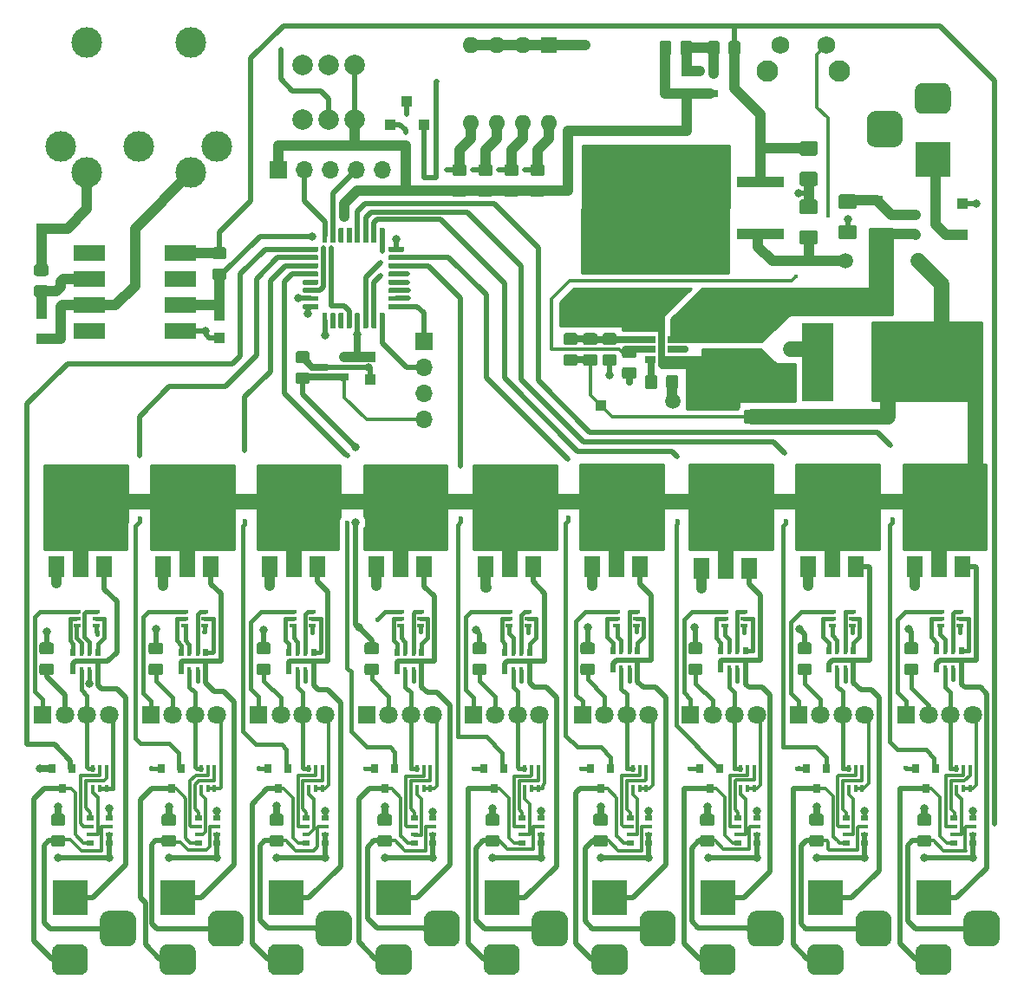
<source format=gbr>
G04 #@! TF.GenerationSoftware,KiCad,Pcbnew,(5.1.5-0-10_14)*
G04 #@! TF.CreationDate,2020-03-12T22:04:08+00:00*
G04 #@! TF.ProjectId,MidiLedController,4d696469-4c65-4644-936f-6e74726f6c6c,C*
G04 #@! TF.SameCoordinates,Original*
G04 #@! TF.FileFunction,Copper,L1,Top*
G04 #@! TF.FilePolarity,Positive*
%FSLAX46Y46*%
G04 Gerber Fmt 4.6, Leading zero omitted, Abs format (unit mm)*
G04 Created by KiCad (PCBNEW (5.1.5-0-10_14)) date 2020-03-12 22:04:08*
%MOMM*%
%LPD*%
G04 APERTURE LIST*
%ADD10C,1.800000*%
%ADD11R,1.800000X1.800000*%
%ADD12O,1.600000X1.600000*%
%ADD13R,1.600000X1.600000*%
%ADD14R,9.400000X10.800000*%
%ADD15R,4.600000X1.100000*%
%ADD16R,1.000000X1.000000*%
%ADD17C,2.000000*%
%ADD18R,0.800000X0.900000*%
%ADD19R,0.800000X0.500000*%
%ADD20R,0.800000X0.400000*%
%ADD21R,1.500000X2.000000*%
%ADD22R,3.800000X2.000000*%
%ADD23R,0.500000X0.800000*%
%ADD24R,0.400000X0.800000*%
%ADD25C,0.100000*%
%ADD26R,0.400000X0.650000*%
%ADD27R,0.650000X0.400000*%
%ADD28R,1.060000X0.650000*%
%ADD29C,2.100000*%
%ADD30C,1.750000*%
%ADD31R,3.100000X7.700000*%
%ADD32O,1.700000X1.700000*%
%ADD33R,1.700000X1.700000*%
%ADD34R,3.500000X3.500000*%
%ADD35R,0.900000X0.800000*%
%ADD36R,3.100000X1.600000*%
%ADD37R,1.200000X0.900000*%
%ADD38C,3.000000*%
%ADD39C,0.800000*%
%ADD40C,0.450000*%
%ADD41C,1.500000*%
%ADD42C,0.500000*%
%ADD43C,0.400000*%
%ADD44C,1.000000*%
%ADD45C,0.650000*%
%ADD46C,0.300000*%
%ADD47C,1.500000*%
%ADD48C,0.254000*%
G04 APERTURE END LIST*
D10*
X188722000Y-111633000D03*
X186563000Y-111633000D03*
X184404000Y-111633000D03*
D11*
X182245000Y-111633000D03*
D10*
X178181000Y-111633000D03*
X176022000Y-111633000D03*
X173863000Y-111633000D03*
D11*
X171704000Y-111633000D03*
D10*
X167640000Y-111633000D03*
X165481000Y-111633000D03*
X163322000Y-111633000D03*
D11*
X161163000Y-111633000D03*
D10*
X157099000Y-111633000D03*
X154940000Y-111633000D03*
X152781000Y-111633000D03*
D11*
X150622000Y-111633000D03*
D10*
X146431000Y-111633000D03*
X144272000Y-111633000D03*
X142113000Y-111633000D03*
D11*
X139954000Y-111633000D03*
D10*
X136017000Y-111633000D03*
X133858000Y-111633000D03*
X131699000Y-111633000D03*
D11*
X129540000Y-111633000D03*
D10*
X125476000Y-111633000D03*
X123317000Y-111633000D03*
X121158000Y-111633000D03*
D11*
X118999000Y-111633000D03*
D10*
X114935000Y-111633000D03*
X112776000Y-111633000D03*
X110617000Y-111633000D03*
D11*
X108458000Y-111633000D03*
D10*
X104394000Y-111633000D03*
X102235000Y-111633000D03*
X100076000Y-111633000D03*
D11*
X97917000Y-111633000D03*
D12*
X147320000Y-53848000D03*
X139700000Y-46228000D03*
X144780000Y-53848000D03*
X142240000Y-46228000D03*
X142240000Y-53848000D03*
X144780000Y-46228000D03*
X139700000Y-53848000D03*
D13*
X147320000Y-46228000D03*
D14*
X158880200Y-62103000D03*
D15*
X168030200Y-59563000D03*
X168030200Y-64643000D03*
D16*
X135128000Y-53975000D03*
D17*
X128397000Y-53467000D03*
X125857000Y-53467000D03*
X123317000Y-53467000D03*
X128397000Y-48133000D03*
X125857000Y-48133000D03*
X123317000Y-48133000D03*
D18*
X184150000Y-118856000D03*
X183200000Y-116856000D03*
X185100000Y-116856000D03*
X173482000Y-118856000D03*
X172532000Y-116856000D03*
X174432000Y-116856000D03*
X163068000Y-118856000D03*
X162118000Y-116856000D03*
X164018000Y-116856000D03*
X152400000Y-118856000D03*
X151450000Y-116856000D03*
X153350000Y-116856000D03*
X141986000Y-118856000D03*
X141036000Y-116856000D03*
X142936000Y-116856000D03*
X131318000Y-118856000D03*
X130368000Y-116856000D03*
X132268000Y-116856000D03*
X120904000Y-118856000D03*
X119954000Y-116856000D03*
X121854000Y-116856000D03*
X110490000Y-118856000D03*
X109540000Y-116856000D03*
X111440000Y-116856000D03*
X99822000Y-118856000D03*
X98872000Y-116856000D03*
X100772000Y-116856000D03*
D19*
X186933000Y-121736000D03*
D20*
X186933000Y-122536000D03*
D19*
X186933000Y-124136000D03*
D20*
X186933000Y-123336000D03*
D19*
X188733000Y-121736000D03*
D20*
X188733000Y-123336000D03*
X188733000Y-122536000D03*
D19*
X188733000Y-124136000D03*
X176392000Y-121736000D03*
D20*
X176392000Y-122536000D03*
D19*
X176392000Y-124136000D03*
D20*
X176392000Y-123336000D03*
D19*
X178192000Y-121736000D03*
D20*
X178192000Y-123336000D03*
X178192000Y-122536000D03*
D19*
X178192000Y-124136000D03*
X165851000Y-121736000D03*
D20*
X165851000Y-122536000D03*
D19*
X165851000Y-124136000D03*
D20*
X165851000Y-123336000D03*
D19*
X167651000Y-121736000D03*
D20*
X167651000Y-123336000D03*
X167651000Y-122536000D03*
D19*
X167651000Y-124136000D03*
X155310000Y-121736000D03*
D20*
X155310000Y-122536000D03*
D19*
X155310000Y-124136000D03*
D20*
X155310000Y-123336000D03*
D19*
X157110000Y-121736000D03*
D20*
X157110000Y-123336000D03*
X157110000Y-122536000D03*
D19*
X157110000Y-124136000D03*
X144769000Y-121736000D03*
D20*
X144769000Y-122536000D03*
D19*
X144769000Y-124136000D03*
D20*
X144769000Y-123336000D03*
D19*
X146569000Y-121736000D03*
D20*
X146569000Y-123336000D03*
X146569000Y-122536000D03*
D19*
X146569000Y-124136000D03*
X134228000Y-121736000D03*
D20*
X134228000Y-122536000D03*
D19*
X134228000Y-124136000D03*
D20*
X134228000Y-123336000D03*
D19*
X136028000Y-121736000D03*
D20*
X136028000Y-123336000D03*
X136028000Y-122536000D03*
D19*
X136028000Y-124136000D03*
X123687000Y-121736000D03*
D20*
X123687000Y-122536000D03*
D19*
X123687000Y-124136000D03*
D20*
X123687000Y-123336000D03*
D19*
X125487000Y-121736000D03*
D20*
X125487000Y-123336000D03*
X125487000Y-122536000D03*
D19*
X125487000Y-124136000D03*
X113146000Y-121736000D03*
D20*
X113146000Y-122536000D03*
D19*
X113146000Y-124136000D03*
D20*
X113146000Y-123336000D03*
D19*
X114946000Y-121736000D03*
D20*
X114946000Y-123336000D03*
X114946000Y-122536000D03*
D19*
X114946000Y-124136000D03*
X102605000Y-121736000D03*
D20*
X102605000Y-122536000D03*
D19*
X102605000Y-124136000D03*
D20*
X102605000Y-123336000D03*
D19*
X104405000Y-121736000D03*
D20*
X104405000Y-123336000D03*
X104405000Y-122536000D03*
D19*
X104405000Y-124136000D03*
D21*
X99300000Y-97130000D03*
X103900000Y-97130000D03*
X101600000Y-97130000D03*
D22*
X101600000Y-90830000D03*
D21*
X183120000Y-97130000D03*
X187720000Y-97130000D03*
X185420000Y-97130000D03*
D22*
X185420000Y-90830000D03*
D21*
X172706000Y-97130000D03*
X177306000Y-97130000D03*
X175006000Y-97130000D03*
D22*
X175006000Y-90830000D03*
D21*
X162292000Y-97323000D03*
X166892000Y-97323000D03*
X164592000Y-97323000D03*
D22*
X164592000Y-91023000D03*
D21*
X151624000Y-97130000D03*
X156224000Y-97130000D03*
X153924000Y-97130000D03*
D22*
X153924000Y-90830000D03*
D21*
X141210000Y-97130000D03*
X145810000Y-97130000D03*
X143510000Y-97130000D03*
D22*
X143510000Y-90830000D03*
D21*
X130542000Y-97130000D03*
X135142000Y-97130000D03*
X132842000Y-97130000D03*
D22*
X132842000Y-90830000D03*
D21*
X120128000Y-97130000D03*
X124728000Y-97130000D03*
X122428000Y-97130000D03*
D22*
X122428000Y-90830000D03*
D21*
X109714000Y-97130000D03*
X114314000Y-97130000D03*
X112014000Y-97130000D03*
D22*
X112014000Y-90830000D03*
D23*
X187636000Y-105399000D03*
D24*
X186836000Y-105399000D03*
D23*
X185236000Y-105399000D03*
D24*
X186036000Y-105399000D03*
D23*
X187636000Y-107199000D03*
D24*
X186036000Y-107199000D03*
X186836000Y-107199000D03*
D23*
X185236000Y-107199000D03*
X177095000Y-105399000D03*
D24*
X176295000Y-105399000D03*
D23*
X174695000Y-105399000D03*
D24*
X175495000Y-105399000D03*
D23*
X177095000Y-107199000D03*
D24*
X175495000Y-107199000D03*
X176295000Y-107199000D03*
D23*
X174695000Y-107199000D03*
X166554000Y-105399000D03*
D24*
X165754000Y-105399000D03*
D23*
X164154000Y-105399000D03*
D24*
X164954000Y-105399000D03*
D23*
X166554000Y-107199000D03*
D24*
X164954000Y-107199000D03*
X165754000Y-107199000D03*
D23*
X164154000Y-107199000D03*
X156013000Y-105399000D03*
D24*
X155213000Y-105399000D03*
D23*
X153613000Y-105399000D03*
D24*
X154413000Y-105399000D03*
D23*
X156013000Y-107199000D03*
D24*
X154413000Y-107199000D03*
X155213000Y-107199000D03*
D23*
X153613000Y-107199000D03*
X145472000Y-105526000D03*
D24*
X144672000Y-105526000D03*
D23*
X143072000Y-105526000D03*
D24*
X143872000Y-105526000D03*
D23*
X145472000Y-107326000D03*
D24*
X143872000Y-107326000D03*
X144672000Y-107326000D03*
D23*
X143072000Y-107326000D03*
X134931000Y-105526000D03*
D24*
X134131000Y-105526000D03*
D23*
X132531000Y-105526000D03*
D24*
X133331000Y-105526000D03*
D23*
X134931000Y-107326000D03*
D24*
X133331000Y-107326000D03*
X134131000Y-107326000D03*
D23*
X132531000Y-107326000D03*
X124390000Y-105526000D03*
D24*
X123590000Y-105526000D03*
D23*
X121990000Y-105526000D03*
D24*
X122790000Y-105526000D03*
D23*
X124390000Y-107326000D03*
D24*
X122790000Y-107326000D03*
X123590000Y-107326000D03*
D23*
X121990000Y-107326000D03*
X113849000Y-105526000D03*
D24*
X113049000Y-105526000D03*
D23*
X111449000Y-105526000D03*
D24*
X112249000Y-105526000D03*
D23*
X113849000Y-107326000D03*
D24*
X112249000Y-107326000D03*
X113049000Y-107326000D03*
D23*
X111449000Y-107326000D03*
X103308000Y-105526000D03*
D24*
X102508000Y-105526000D03*
D23*
X100908000Y-105526000D03*
D24*
X101708000Y-105526000D03*
D23*
X103308000Y-107326000D03*
D24*
X101708000Y-107326000D03*
X102508000Y-107326000D03*
D23*
X100908000Y-107326000D03*
G04 #@! TA.AperFunction,SMDPad,CuDef*
D25*
G36*
X183227505Y-106623204D02*
G01*
X183251773Y-106626804D01*
X183275572Y-106632765D01*
X183298671Y-106641030D01*
X183320850Y-106651520D01*
X183341893Y-106664132D01*
X183361599Y-106678747D01*
X183379777Y-106695223D01*
X183396253Y-106713401D01*
X183410868Y-106733107D01*
X183423480Y-106754150D01*
X183433970Y-106776329D01*
X183442235Y-106799428D01*
X183448196Y-106823227D01*
X183451796Y-106847495D01*
X183453000Y-106871999D01*
X183453000Y-107522001D01*
X183451796Y-107546505D01*
X183448196Y-107570773D01*
X183442235Y-107594572D01*
X183433970Y-107617671D01*
X183423480Y-107639850D01*
X183410868Y-107660893D01*
X183396253Y-107680599D01*
X183379777Y-107698777D01*
X183361599Y-107715253D01*
X183341893Y-107729868D01*
X183320850Y-107742480D01*
X183298671Y-107752970D01*
X183275572Y-107761235D01*
X183251773Y-107767196D01*
X183227505Y-107770796D01*
X183203001Y-107772000D01*
X182302999Y-107772000D01*
X182278495Y-107770796D01*
X182254227Y-107767196D01*
X182230428Y-107761235D01*
X182207329Y-107752970D01*
X182185150Y-107742480D01*
X182164107Y-107729868D01*
X182144401Y-107715253D01*
X182126223Y-107698777D01*
X182109747Y-107680599D01*
X182095132Y-107660893D01*
X182082520Y-107639850D01*
X182072030Y-107617671D01*
X182063765Y-107594572D01*
X182057804Y-107570773D01*
X182054204Y-107546505D01*
X182053000Y-107522001D01*
X182053000Y-106871999D01*
X182054204Y-106847495D01*
X182057804Y-106823227D01*
X182063765Y-106799428D01*
X182072030Y-106776329D01*
X182082520Y-106754150D01*
X182095132Y-106733107D01*
X182109747Y-106713401D01*
X182126223Y-106695223D01*
X182144401Y-106678747D01*
X182164107Y-106664132D01*
X182185150Y-106651520D01*
X182207329Y-106641030D01*
X182230428Y-106632765D01*
X182254227Y-106626804D01*
X182278495Y-106623204D01*
X182302999Y-106622000D01*
X183203001Y-106622000D01*
X183227505Y-106623204D01*
G37*
G04 #@! TD.AperFunction*
G04 #@! TA.AperFunction,SMDPad,CuDef*
G36*
X183227505Y-104573204D02*
G01*
X183251773Y-104576804D01*
X183275572Y-104582765D01*
X183298671Y-104591030D01*
X183320850Y-104601520D01*
X183341893Y-104614132D01*
X183361599Y-104628747D01*
X183379777Y-104645223D01*
X183396253Y-104663401D01*
X183410868Y-104683107D01*
X183423480Y-104704150D01*
X183433970Y-104726329D01*
X183442235Y-104749428D01*
X183448196Y-104773227D01*
X183451796Y-104797495D01*
X183453000Y-104821999D01*
X183453000Y-105472001D01*
X183451796Y-105496505D01*
X183448196Y-105520773D01*
X183442235Y-105544572D01*
X183433970Y-105567671D01*
X183423480Y-105589850D01*
X183410868Y-105610893D01*
X183396253Y-105630599D01*
X183379777Y-105648777D01*
X183361599Y-105665253D01*
X183341893Y-105679868D01*
X183320850Y-105692480D01*
X183298671Y-105702970D01*
X183275572Y-105711235D01*
X183251773Y-105717196D01*
X183227505Y-105720796D01*
X183203001Y-105722000D01*
X182302999Y-105722000D01*
X182278495Y-105720796D01*
X182254227Y-105717196D01*
X182230428Y-105711235D01*
X182207329Y-105702970D01*
X182185150Y-105692480D01*
X182164107Y-105679868D01*
X182144401Y-105665253D01*
X182126223Y-105648777D01*
X182109747Y-105630599D01*
X182095132Y-105610893D01*
X182082520Y-105589850D01*
X182072030Y-105567671D01*
X182063765Y-105544572D01*
X182057804Y-105520773D01*
X182054204Y-105496505D01*
X182053000Y-105472001D01*
X182053000Y-104821999D01*
X182054204Y-104797495D01*
X182057804Y-104773227D01*
X182063765Y-104749428D01*
X182072030Y-104726329D01*
X182082520Y-104704150D01*
X182095132Y-104683107D01*
X182109747Y-104663401D01*
X182126223Y-104645223D01*
X182144401Y-104628747D01*
X182164107Y-104614132D01*
X182185150Y-104601520D01*
X182207329Y-104591030D01*
X182230428Y-104582765D01*
X182254227Y-104576804D01*
X182278495Y-104573204D01*
X182302999Y-104572000D01*
X183203001Y-104572000D01*
X183227505Y-104573204D01*
G37*
G04 #@! TD.AperFunction*
G04 #@! TA.AperFunction,SMDPad,CuDef*
G36*
X184497505Y-123387204D02*
G01*
X184521773Y-123390804D01*
X184545572Y-123396765D01*
X184568671Y-123405030D01*
X184590850Y-123415520D01*
X184611893Y-123428132D01*
X184631599Y-123442747D01*
X184649777Y-123459223D01*
X184666253Y-123477401D01*
X184680868Y-123497107D01*
X184693480Y-123518150D01*
X184703970Y-123540329D01*
X184712235Y-123563428D01*
X184718196Y-123587227D01*
X184721796Y-123611495D01*
X184723000Y-123635999D01*
X184723000Y-124286001D01*
X184721796Y-124310505D01*
X184718196Y-124334773D01*
X184712235Y-124358572D01*
X184703970Y-124381671D01*
X184693480Y-124403850D01*
X184680868Y-124424893D01*
X184666253Y-124444599D01*
X184649777Y-124462777D01*
X184631599Y-124479253D01*
X184611893Y-124493868D01*
X184590850Y-124506480D01*
X184568671Y-124516970D01*
X184545572Y-124525235D01*
X184521773Y-124531196D01*
X184497505Y-124534796D01*
X184473001Y-124536000D01*
X183572999Y-124536000D01*
X183548495Y-124534796D01*
X183524227Y-124531196D01*
X183500428Y-124525235D01*
X183477329Y-124516970D01*
X183455150Y-124506480D01*
X183434107Y-124493868D01*
X183414401Y-124479253D01*
X183396223Y-124462777D01*
X183379747Y-124444599D01*
X183365132Y-124424893D01*
X183352520Y-124403850D01*
X183342030Y-124381671D01*
X183333765Y-124358572D01*
X183327804Y-124334773D01*
X183324204Y-124310505D01*
X183323000Y-124286001D01*
X183323000Y-123635999D01*
X183324204Y-123611495D01*
X183327804Y-123587227D01*
X183333765Y-123563428D01*
X183342030Y-123540329D01*
X183352520Y-123518150D01*
X183365132Y-123497107D01*
X183379747Y-123477401D01*
X183396223Y-123459223D01*
X183414401Y-123442747D01*
X183434107Y-123428132D01*
X183455150Y-123415520D01*
X183477329Y-123405030D01*
X183500428Y-123396765D01*
X183524227Y-123390804D01*
X183548495Y-123387204D01*
X183572999Y-123386000D01*
X184473001Y-123386000D01*
X184497505Y-123387204D01*
G37*
G04 #@! TD.AperFunction*
G04 #@! TA.AperFunction,SMDPad,CuDef*
G36*
X184497505Y-121337204D02*
G01*
X184521773Y-121340804D01*
X184545572Y-121346765D01*
X184568671Y-121355030D01*
X184590850Y-121365520D01*
X184611893Y-121378132D01*
X184631599Y-121392747D01*
X184649777Y-121409223D01*
X184666253Y-121427401D01*
X184680868Y-121447107D01*
X184693480Y-121468150D01*
X184703970Y-121490329D01*
X184712235Y-121513428D01*
X184718196Y-121537227D01*
X184721796Y-121561495D01*
X184723000Y-121585999D01*
X184723000Y-122236001D01*
X184721796Y-122260505D01*
X184718196Y-122284773D01*
X184712235Y-122308572D01*
X184703970Y-122331671D01*
X184693480Y-122353850D01*
X184680868Y-122374893D01*
X184666253Y-122394599D01*
X184649777Y-122412777D01*
X184631599Y-122429253D01*
X184611893Y-122443868D01*
X184590850Y-122456480D01*
X184568671Y-122466970D01*
X184545572Y-122475235D01*
X184521773Y-122481196D01*
X184497505Y-122484796D01*
X184473001Y-122486000D01*
X183572999Y-122486000D01*
X183548495Y-122484796D01*
X183524227Y-122481196D01*
X183500428Y-122475235D01*
X183477329Y-122466970D01*
X183455150Y-122456480D01*
X183434107Y-122443868D01*
X183414401Y-122429253D01*
X183396223Y-122412777D01*
X183379747Y-122394599D01*
X183365132Y-122374893D01*
X183352520Y-122353850D01*
X183342030Y-122331671D01*
X183333765Y-122308572D01*
X183327804Y-122284773D01*
X183324204Y-122260505D01*
X183323000Y-122236001D01*
X183323000Y-121585999D01*
X183324204Y-121561495D01*
X183327804Y-121537227D01*
X183333765Y-121513428D01*
X183342030Y-121490329D01*
X183352520Y-121468150D01*
X183365132Y-121447107D01*
X183379747Y-121427401D01*
X183396223Y-121409223D01*
X183414401Y-121392747D01*
X183434107Y-121378132D01*
X183455150Y-121365520D01*
X183477329Y-121355030D01*
X183500428Y-121346765D01*
X183524227Y-121340804D01*
X183548495Y-121337204D01*
X183572999Y-121336000D01*
X184473001Y-121336000D01*
X184497505Y-121337204D01*
G37*
G04 #@! TD.AperFunction*
G04 #@! TA.AperFunction,SMDPad,CuDef*
G36*
X172813505Y-104573204D02*
G01*
X172837773Y-104576804D01*
X172861572Y-104582765D01*
X172884671Y-104591030D01*
X172906850Y-104601520D01*
X172927893Y-104614132D01*
X172947599Y-104628747D01*
X172965777Y-104645223D01*
X172982253Y-104663401D01*
X172996868Y-104683107D01*
X173009480Y-104704150D01*
X173019970Y-104726329D01*
X173028235Y-104749428D01*
X173034196Y-104773227D01*
X173037796Y-104797495D01*
X173039000Y-104821999D01*
X173039000Y-105472001D01*
X173037796Y-105496505D01*
X173034196Y-105520773D01*
X173028235Y-105544572D01*
X173019970Y-105567671D01*
X173009480Y-105589850D01*
X172996868Y-105610893D01*
X172982253Y-105630599D01*
X172965777Y-105648777D01*
X172947599Y-105665253D01*
X172927893Y-105679868D01*
X172906850Y-105692480D01*
X172884671Y-105702970D01*
X172861572Y-105711235D01*
X172837773Y-105717196D01*
X172813505Y-105720796D01*
X172789001Y-105722000D01*
X171888999Y-105722000D01*
X171864495Y-105720796D01*
X171840227Y-105717196D01*
X171816428Y-105711235D01*
X171793329Y-105702970D01*
X171771150Y-105692480D01*
X171750107Y-105679868D01*
X171730401Y-105665253D01*
X171712223Y-105648777D01*
X171695747Y-105630599D01*
X171681132Y-105610893D01*
X171668520Y-105589850D01*
X171658030Y-105567671D01*
X171649765Y-105544572D01*
X171643804Y-105520773D01*
X171640204Y-105496505D01*
X171639000Y-105472001D01*
X171639000Y-104821999D01*
X171640204Y-104797495D01*
X171643804Y-104773227D01*
X171649765Y-104749428D01*
X171658030Y-104726329D01*
X171668520Y-104704150D01*
X171681132Y-104683107D01*
X171695747Y-104663401D01*
X171712223Y-104645223D01*
X171730401Y-104628747D01*
X171750107Y-104614132D01*
X171771150Y-104601520D01*
X171793329Y-104591030D01*
X171816428Y-104582765D01*
X171840227Y-104576804D01*
X171864495Y-104573204D01*
X171888999Y-104572000D01*
X172789001Y-104572000D01*
X172813505Y-104573204D01*
G37*
G04 #@! TD.AperFunction*
G04 #@! TA.AperFunction,SMDPad,CuDef*
G36*
X172813505Y-106623204D02*
G01*
X172837773Y-106626804D01*
X172861572Y-106632765D01*
X172884671Y-106641030D01*
X172906850Y-106651520D01*
X172927893Y-106664132D01*
X172947599Y-106678747D01*
X172965777Y-106695223D01*
X172982253Y-106713401D01*
X172996868Y-106733107D01*
X173009480Y-106754150D01*
X173019970Y-106776329D01*
X173028235Y-106799428D01*
X173034196Y-106823227D01*
X173037796Y-106847495D01*
X173039000Y-106871999D01*
X173039000Y-107522001D01*
X173037796Y-107546505D01*
X173034196Y-107570773D01*
X173028235Y-107594572D01*
X173019970Y-107617671D01*
X173009480Y-107639850D01*
X172996868Y-107660893D01*
X172982253Y-107680599D01*
X172965777Y-107698777D01*
X172947599Y-107715253D01*
X172927893Y-107729868D01*
X172906850Y-107742480D01*
X172884671Y-107752970D01*
X172861572Y-107761235D01*
X172837773Y-107767196D01*
X172813505Y-107770796D01*
X172789001Y-107772000D01*
X171888999Y-107772000D01*
X171864495Y-107770796D01*
X171840227Y-107767196D01*
X171816428Y-107761235D01*
X171793329Y-107752970D01*
X171771150Y-107742480D01*
X171750107Y-107729868D01*
X171730401Y-107715253D01*
X171712223Y-107698777D01*
X171695747Y-107680599D01*
X171681132Y-107660893D01*
X171668520Y-107639850D01*
X171658030Y-107617671D01*
X171649765Y-107594572D01*
X171643804Y-107570773D01*
X171640204Y-107546505D01*
X171639000Y-107522001D01*
X171639000Y-106871999D01*
X171640204Y-106847495D01*
X171643804Y-106823227D01*
X171649765Y-106799428D01*
X171658030Y-106776329D01*
X171668520Y-106754150D01*
X171681132Y-106733107D01*
X171695747Y-106713401D01*
X171712223Y-106695223D01*
X171730401Y-106678747D01*
X171750107Y-106664132D01*
X171771150Y-106651520D01*
X171793329Y-106641030D01*
X171816428Y-106632765D01*
X171840227Y-106626804D01*
X171864495Y-106623204D01*
X171888999Y-106622000D01*
X172789001Y-106622000D01*
X172813505Y-106623204D01*
G37*
G04 #@! TD.AperFunction*
G04 #@! TA.AperFunction,SMDPad,CuDef*
G36*
X173956505Y-123378204D02*
G01*
X173980773Y-123381804D01*
X174004572Y-123387765D01*
X174027671Y-123396030D01*
X174049850Y-123406520D01*
X174070893Y-123419132D01*
X174090599Y-123433747D01*
X174108777Y-123450223D01*
X174125253Y-123468401D01*
X174139868Y-123488107D01*
X174152480Y-123509150D01*
X174162970Y-123531329D01*
X174171235Y-123554428D01*
X174177196Y-123578227D01*
X174180796Y-123602495D01*
X174182000Y-123626999D01*
X174182000Y-124277001D01*
X174180796Y-124301505D01*
X174177196Y-124325773D01*
X174171235Y-124349572D01*
X174162970Y-124372671D01*
X174152480Y-124394850D01*
X174139868Y-124415893D01*
X174125253Y-124435599D01*
X174108777Y-124453777D01*
X174090599Y-124470253D01*
X174070893Y-124484868D01*
X174049850Y-124497480D01*
X174027671Y-124507970D01*
X174004572Y-124516235D01*
X173980773Y-124522196D01*
X173956505Y-124525796D01*
X173932001Y-124527000D01*
X173031999Y-124527000D01*
X173007495Y-124525796D01*
X172983227Y-124522196D01*
X172959428Y-124516235D01*
X172936329Y-124507970D01*
X172914150Y-124497480D01*
X172893107Y-124484868D01*
X172873401Y-124470253D01*
X172855223Y-124453777D01*
X172838747Y-124435599D01*
X172824132Y-124415893D01*
X172811520Y-124394850D01*
X172801030Y-124372671D01*
X172792765Y-124349572D01*
X172786804Y-124325773D01*
X172783204Y-124301505D01*
X172782000Y-124277001D01*
X172782000Y-123626999D01*
X172783204Y-123602495D01*
X172786804Y-123578227D01*
X172792765Y-123554428D01*
X172801030Y-123531329D01*
X172811520Y-123509150D01*
X172824132Y-123488107D01*
X172838747Y-123468401D01*
X172855223Y-123450223D01*
X172873401Y-123433747D01*
X172893107Y-123419132D01*
X172914150Y-123406520D01*
X172936329Y-123396030D01*
X172959428Y-123387765D01*
X172983227Y-123381804D01*
X173007495Y-123378204D01*
X173031999Y-123377000D01*
X173932001Y-123377000D01*
X173956505Y-123378204D01*
G37*
G04 #@! TD.AperFunction*
G04 #@! TA.AperFunction,SMDPad,CuDef*
G36*
X173956505Y-121328204D02*
G01*
X173980773Y-121331804D01*
X174004572Y-121337765D01*
X174027671Y-121346030D01*
X174049850Y-121356520D01*
X174070893Y-121369132D01*
X174090599Y-121383747D01*
X174108777Y-121400223D01*
X174125253Y-121418401D01*
X174139868Y-121438107D01*
X174152480Y-121459150D01*
X174162970Y-121481329D01*
X174171235Y-121504428D01*
X174177196Y-121528227D01*
X174180796Y-121552495D01*
X174182000Y-121576999D01*
X174182000Y-122227001D01*
X174180796Y-122251505D01*
X174177196Y-122275773D01*
X174171235Y-122299572D01*
X174162970Y-122322671D01*
X174152480Y-122344850D01*
X174139868Y-122365893D01*
X174125253Y-122385599D01*
X174108777Y-122403777D01*
X174090599Y-122420253D01*
X174070893Y-122434868D01*
X174049850Y-122447480D01*
X174027671Y-122457970D01*
X174004572Y-122466235D01*
X173980773Y-122472196D01*
X173956505Y-122475796D01*
X173932001Y-122477000D01*
X173031999Y-122477000D01*
X173007495Y-122475796D01*
X172983227Y-122472196D01*
X172959428Y-122466235D01*
X172936329Y-122457970D01*
X172914150Y-122447480D01*
X172893107Y-122434868D01*
X172873401Y-122420253D01*
X172855223Y-122403777D01*
X172838747Y-122385599D01*
X172824132Y-122365893D01*
X172811520Y-122344850D01*
X172801030Y-122322671D01*
X172792765Y-122299572D01*
X172786804Y-122275773D01*
X172783204Y-122251505D01*
X172782000Y-122227001D01*
X172782000Y-121576999D01*
X172783204Y-121552495D01*
X172786804Y-121528227D01*
X172792765Y-121504428D01*
X172801030Y-121481329D01*
X172811520Y-121459150D01*
X172824132Y-121438107D01*
X172838747Y-121418401D01*
X172855223Y-121400223D01*
X172873401Y-121383747D01*
X172893107Y-121369132D01*
X172914150Y-121356520D01*
X172936329Y-121346030D01*
X172959428Y-121337765D01*
X172983227Y-121331804D01*
X173007495Y-121328204D01*
X173031999Y-121327000D01*
X173932001Y-121327000D01*
X173956505Y-121328204D01*
G37*
G04 #@! TD.AperFunction*
G04 #@! TA.AperFunction,SMDPad,CuDef*
G36*
X162145505Y-104573204D02*
G01*
X162169773Y-104576804D01*
X162193572Y-104582765D01*
X162216671Y-104591030D01*
X162238850Y-104601520D01*
X162259893Y-104614132D01*
X162279599Y-104628747D01*
X162297777Y-104645223D01*
X162314253Y-104663401D01*
X162328868Y-104683107D01*
X162341480Y-104704150D01*
X162351970Y-104726329D01*
X162360235Y-104749428D01*
X162366196Y-104773227D01*
X162369796Y-104797495D01*
X162371000Y-104821999D01*
X162371000Y-105472001D01*
X162369796Y-105496505D01*
X162366196Y-105520773D01*
X162360235Y-105544572D01*
X162351970Y-105567671D01*
X162341480Y-105589850D01*
X162328868Y-105610893D01*
X162314253Y-105630599D01*
X162297777Y-105648777D01*
X162279599Y-105665253D01*
X162259893Y-105679868D01*
X162238850Y-105692480D01*
X162216671Y-105702970D01*
X162193572Y-105711235D01*
X162169773Y-105717196D01*
X162145505Y-105720796D01*
X162121001Y-105722000D01*
X161220999Y-105722000D01*
X161196495Y-105720796D01*
X161172227Y-105717196D01*
X161148428Y-105711235D01*
X161125329Y-105702970D01*
X161103150Y-105692480D01*
X161082107Y-105679868D01*
X161062401Y-105665253D01*
X161044223Y-105648777D01*
X161027747Y-105630599D01*
X161013132Y-105610893D01*
X161000520Y-105589850D01*
X160990030Y-105567671D01*
X160981765Y-105544572D01*
X160975804Y-105520773D01*
X160972204Y-105496505D01*
X160971000Y-105472001D01*
X160971000Y-104821999D01*
X160972204Y-104797495D01*
X160975804Y-104773227D01*
X160981765Y-104749428D01*
X160990030Y-104726329D01*
X161000520Y-104704150D01*
X161013132Y-104683107D01*
X161027747Y-104663401D01*
X161044223Y-104645223D01*
X161062401Y-104628747D01*
X161082107Y-104614132D01*
X161103150Y-104601520D01*
X161125329Y-104591030D01*
X161148428Y-104582765D01*
X161172227Y-104576804D01*
X161196495Y-104573204D01*
X161220999Y-104572000D01*
X162121001Y-104572000D01*
X162145505Y-104573204D01*
G37*
G04 #@! TD.AperFunction*
G04 #@! TA.AperFunction,SMDPad,CuDef*
G36*
X162145505Y-106623204D02*
G01*
X162169773Y-106626804D01*
X162193572Y-106632765D01*
X162216671Y-106641030D01*
X162238850Y-106651520D01*
X162259893Y-106664132D01*
X162279599Y-106678747D01*
X162297777Y-106695223D01*
X162314253Y-106713401D01*
X162328868Y-106733107D01*
X162341480Y-106754150D01*
X162351970Y-106776329D01*
X162360235Y-106799428D01*
X162366196Y-106823227D01*
X162369796Y-106847495D01*
X162371000Y-106871999D01*
X162371000Y-107522001D01*
X162369796Y-107546505D01*
X162366196Y-107570773D01*
X162360235Y-107594572D01*
X162351970Y-107617671D01*
X162341480Y-107639850D01*
X162328868Y-107660893D01*
X162314253Y-107680599D01*
X162297777Y-107698777D01*
X162279599Y-107715253D01*
X162259893Y-107729868D01*
X162238850Y-107742480D01*
X162216671Y-107752970D01*
X162193572Y-107761235D01*
X162169773Y-107767196D01*
X162145505Y-107770796D01*
X162121001Y-107772000D01*
X161220999Y-107772000D01*
X161196495Y-107770796D01*
X161172227Y-107767196D01*
X161148428Y-107761235D01*
X161125329Y-107752970D01*
X161103150Y-107742480D01*
X161082107Y-107729868D01*
X161062401Y-107715253D01*
X161044223Y-107698777D01*
X161027747Y-107680599D01*
X161013132Y-107660893D01*
X161000520Y-107639850D01*
X160990030Y-107617671D01*
X160981765Y-107594572D01*
X160975804Y-107570773D01*
X160972204Y-107546505D01*
X160971000Y-107522001D01*
X160971000Y-106871999D01*
X160972204Y-106847495D01*
X160975804Y-106823227D01*
X160981765Y-106799428D01*
X160990030Y-106776329D01*
X161000520Y-106754150D01*
X161013132Y-106733107D01*
X161027747Y-106713401D01*
X161044223Y-106695223D01*
X161062401Y-106678747D01*
X161082107Y-106664132D01*
X161103150Y-106651520D01*
X161125329Y-106641030D01*
X161148428Y-106632765D01*
X161172227Y-106626804D01*
X161196495Y-106623204D01*
X161220999Y-106622000D01*
X162121001Y-106622000D01*
X162145505Y-106623204D01*
G37*
G04 #@! TD.AperFunction*
G04 #@! TA.AperFunction,SMDPad,CuDef*
G36*
X163288505Y-123387204D02*
G01*
X163312773Y-123390804D01*
X163336572Y-123396765D01*
X163359671Y-123405030D01*
X163381850Y-123415520D01*
X163402893Y-123428132D01*
X163422599Y-123442747D01*
X163440777Y-123459223D01*
X163457253Y-123477401D01*
X163471868Y-123497107D01*
X163484480Y-123518150D01*
X163494970Y-123540329D01*
X163503235Y-123563428D01*
X163509196Y-123587227D01*
X163512796Y-123611495D01*
X163514000Y-123635999D01*
X163514000Y-124286001D01*
X163512796Y-124310505D01*
X163509196Y-124334773D01*
X163503235Y-124358572D01*
X163494970Y-124381671D01*
X163484480Y-124403850D01*
X163471868Y-124424893D01*
X163457253Y-124444599D01*
X163440777Y-124462777D01*
X163422599Y-124479253D01*
X163402893Y-124493868D01*
X163381850Y-124506480D01*
X163359671Y-124516970D01*
X163336572Y-124525235D01*
X163312773Y-124531196D01*
X163288505Y-124534796D01*
X163264001Y-124536000D01*
X162363999Y-124536000D01*
X162339495Y-124534796D01*
X162315227Y-124531196D01*
X162291428Y-124525235D01*
X162268329Y-124516970D01*
X162246150Y-124506480D01*
X162225107Y-124493868D01*
X162205401Y-124479253D01*
X162187223Y-124462777D01*
X162170747Y-124444599D01*
X162156132Y-124424893D01*
X162143520Y-124403850D01*
X162133030Y-124381671D01*
X162124765Y-124358572D01*
X162118804Y-124334773D01*
X162115204Y-124310505D01*
X162114000Y-124286001D01*
X162114000Y-123635999D01*
X162115204Y-123611495D01*
X162118804Y-123587227D01*
X162124765Y-123563428D01*
X162133030Y-123540329D01*
X162143520Y-123518150D01*
X162156132Y-123497107D01*
X162170747Y-123477401D01*
X162187223Y-123459223D01*
X162205401Y-123442747D01*
X162225107Y-123428132D01*
X162246150Y-123415520D01*
X162268329Y-123405030D01*
X162291428Y-123396765D01*
X162315227Y-123390804D01*
X162339495Y-123387204D01*
X162363999Y-123386000D01*
X163264001Y-123386000D01*
X163288505Y-123387204D01*
G37*
G04 #@! TD.AperFunction*
G04 #@! TA.AperFunction,SMDPad,CuDef*
G36*
X163288505Y-121337204D02*
G01*
X163312773Y-121340804D01*
X163336572Y-121346765D01*
X163359671Y-121355030D01*
X163381850Y-121365520D01*
X163402893Y-121378132D01*
X163422599Y-121392747D01*
X163440777Y-121409223D01*
X163457253Y-121427401D01*
X163471868Y-121447107D01*
X163484480Y-121468150D01*
X163494970Y-121490329D01*
X163503235Y-121513428D01*
X163509196Y-121537227D01*
X163512796Y-121561495D01*
X163514000Y-121585999D01*
X163514000Y-122236001D01*
X163512796Y-122260505D01*
X163509196Y-122284773D01*
X163503235Y-122308572D01*
X163494970Y-122331671D01*
X163484480Y-122353850D01*
X163471868Y-122374893D01*
X163457253Y-122394599D01*
X163440777Y-122412777D01*
X163422599Y-122429253D01*
X163402893Y-122443868D01*
X163381850Y-122456480D01*
X163359671Y-122466970D01*
X163336572Y-122475235D01*
X163312773Y-122481196D01*
X163288505Y-122484796D01*
X163264001Y-122486000D01*
X162363999Y-122486000D01*
X162339495Y-122484796D01*
X162315227Y-122481196D01*
X162291428Y-122475235D01*
X162268329Y-122466970D01*
X162246150Y-122456480D01*
X162225107Y-122443868D01*
X162205401Y-122429253D01*
X162187223Y-122412777D01*
X162170747Y-122394599D01*
X162156132Y-122374893D01*
X162143520Y-122353850D01*
X162133030Y-122331671D01*
X162124765Y-122308572D01*
X162118804Y-122284773D01*
X162115204Y-122260505D01*
X162114000Y-122236001D01*
X162114000Y-121585999D01*
X162115204Y-121561495D01*
X162118804Y-121537227D01*
X162124765Y-121513428D01*
X162133030Y-121490329D01*
X162143520Y-121468150D01*
X162156132Y-121447107D01*
X162170747Y-121427401D01*
X162187223Y-121409223D01*
X162205401Y-121392747D01*
X162225107Y-121378132D01*
X162246150Y-121365520D01*
X162268329Y-121355030D01*
X162291428Y-121346765D01*
X162315227Y-121340804D01*
X162339495Y-121337204D01*
X162363999Y-121336000D01*
X163264001Y-121336000D01*
X163288505Y-121337204D01*
G37*
G04 #@! TD.AperFunction*
G04 #@! TA.AperFunction,SMDPad,CuDef*
G36*
X151604505Y-104573204D02*
G01*
X151628773Y-104576804D01*
X151652572Y-104582765D01*
X151675671Y-104591030D01*
X151697850Y-104601520D01*
X151718893Y-104614132D01*
X151738599Y-104628747D01*
X151756777Y-104645223D01*
X151773253Y-104663401D01*
X151787868Y-104683107D01*
X151800480Y-104704150D01*
X151810970Y-104726329D01*
X151819235Y-104749428D01*
X151825196Y-104773227D01*
X151828796Y-104797495D01*
X151830000Y-104821999D01*
X151830000Y-105472001D01*
X151828796Y-105496505D01*
X151825196Y-105520773D01*
X151819235Y-105544572D01*
X151810970Y-105567671D01*
X151800480Y-105589850D01*
X151787868Y-105610893D01*
X151773253Y-105630599D01*
X151756777Y-105648777D01*
X151738599Y-105665253D01*
X151718893Y-105679868D01*
X151697850Y-105692480D01*
X151675671Y-105702970D01*
X151652572Y-105711235D01*
X151628773Y-105717196D01*
X151604505Y-105720796D01*
X151580001Y-105722000D01*
X150679999Y-105722000D01*
X150655495Y-105720796D01*
X150631227Y-105717196D01*
X150607428Y-105711235D01*
X150584329Y-105702970D01*
X150562150Y-105692480D01*
X150541107Y-105679868D01*
X150521401Y-105665253D01*
X150503223Y-105648777D01*
X150486747Y-105630599D01*
X150472132Y-105610893D01*
X150459520Y-105589850D01*
X150449030Y-105567671D01*
X150440765Y-105544572D01*
X150434804Y-105520773D01*
X150431204Y-105496505D01*
X150430000Y-105472001D01*
X150430000Y-104821999D01*
X150431204Y-104797495D01*
X150434804Y-104773227D01*
X150440765Y-104749428D01*
X150449030Y-104726329D01*
X150459520Y-104704150D01*
X150472132Y-104683107D01*
X150486747Y-104663401D01*
X150503223Y-104645223D01*
X150521401Y-104628747D01*
X150541107Y-104614132D01*
X150562150Y-104601520D01*
X150584329Y-104591030D01*
X150607428Y-104582765D01*
X150631227Y-104576804D01*
X150655495Y-104573204D01*
X150679999Y-104572000D01*
X151580001Y-104572000D01*
X151604505Y-104573204D01*
G37*
G04 #@! TD.AperFunction*
G04 #@! TA.AperFunction,SMDPad,CuDef*
G36*
X151604505Y-106623204D02*
G01*
X151628773Y-106626804D01*
X151652572Y-106632765D01*
X151675671Y-106641030D01*
X151697850Y-106651520D01*
X151718893Y-106664132D01*
X151738599Y-106678747D01*
X151756777Y-106695223D01*
X151773253Y-106713401D01*
X151787868Y-106733107D01*
X151800480Y-106754150D01*
X151810970Y-106776329D01*
X151819235Y-106799428D01*
X151825196Y-106823227D01*
X151828796Y-106847495D01*
X151830000Y-106871999D01*
X151830000Y-107522001D01*
X151828796Y-107546505D01*
X151825196Y-107570773D01*
X151819235Y-107594572D01*
X151810970Y-107617671D01*
X151800480Y-107639850D01*
X151787868Y-107660893D01*
X151773253Y-107680599D01*
X151756777Y-107698777D01*
X151738599Y-107715253D01*
X151718893Y-107729868D01*
X151697850Y-107742480D01*
X151675671Y-107752970D01*
X151652572Y-107761235D01*
X151628773Y-107767196D01*
X151604505Y-107770796D01*
X151580001Y-107772000D01*
X150679999Y-107772000D01*
X150655495Y-107770796D01*
X150631227Y-107767196D01*
X150607428Y-107761235D01*
X150584329Y-107752970D01*
X150562150Y-107742480D01*
X150541107Y-107729868D01*
X150521401Y-107715253D01*
X150503223Y-107698777D01*
X150486747Y-107680599D01*
X150472132Y-107660893D01*
X150459520Y-107639850D01*
X150449030Y-107617671D01*
X150440765Y-107594572D01*
X150434804Y-107570773D01*
X150431204Y-107546505D01*
X150430000Y-107522001D01*
X150430000Y-106871999D01*
X150431204Y-106847495D01*
X150434804Y-106823227D01*
X150440765Y-106799428D01*
X150449030Y-106776329D01*
X150459520Y-106754150D01*
X150472132Y-106733107D01*
X150486747Y-106713401D01*
X150503223Y-106695223D01*
X150521401Y-106678747D01*
X150541107Y-106664132D01*
X150562150Y-106651520D01*
X150584329Y-106641030D01*
X150607428Y-106632765D01*
X150631227Y-106626804D01*
X150655495Y-106623204D01*
X150679999Y-106622000D01*
X151580001Y-106622000D01*
X151604505Y-106623204D01*
G37*
G04 #@! TD.AperFunction*
G04 #@! TA.AperFunction,SMDPad,CuDef*
G36*
X152874505Y-123378204D02*
G01*
X152898773Y-123381804D01*
X152922572Y-123387765D01*
X152945671Y-123396030D01*
X152967850Y-123406520D01*
X152988893Y-123419132D01*
X153008599Y-123433747D01*
X153026777Y-123450223D01*
X153043253Y-123468401D01*
X153057868Y-123488107D01*
X153070480Y-123509150D01*
X153080970Y-123531329D01*
X153089235Y-123554428D01*
X153095196Y-123578227D01*
X153098796Y-123602495D01*
X153100000Y-123626999D01*
X153100000Y-124277001D01*
X153098796Y-124301505D01*
X153095196Y-124325773D01*
X153089235Y-124349572D01*
X153080970Y-124372671D01*
X153070480Y-124394850D01*
X153057868Y-124415893D01*
X153043253Y-124435599D01*
X153026777Y-124453777D01*
X153008599Y-124470253D01*
X152988893Y-124484868D01*
X152967850Y-124497480D01*
X152945671Y-124507970D01*
X152922572Y-124516235D01*
X152898773Y-124522196D01*
X152874505Y-124525796D01*
X152850001Y-124527000D01*
X151949999Y-124527000D01*
X151925495Y-124525796D01*
X151901227Y-124522196D01*
X151877428Y-124516235D01*
X151854329Y-124507970D01*
X151832150Y-124497480D01*
X151811107Y-124484868D01*
X151791401Y-124470253D01*
X151773223Y-124453777D01*
X151756747Y-124435599D01*
X151742132Y-124415893D01*
X151729520Y-124394850D01*
X151719030Y-124372671D01*
X151710765Y-124349572D01*
X151704804Y-124325773D01*
X151701204Y-124301505D01*
X151700000Y-124277001D01*
X151700000Y-123626999D01*
X151701204Y-123602495D01*
X151704804Y-123578227D01*
X151710765Y-123554428D01*
X151719030Y-123531329D01*
X151729520Y-123509150D01*
X151742132Y-123488107D01*
X151756747Y-123468401D01*
X151773223Y-123450223D01*
X151791401Y-123433747D01*
X151811107Y-123419132D01*
X151832150Y-123406520D01*
X151854329Y-123396030D01*
X151877428Y-123387765D01*
X151901227Y-123381804D01*
X151925495Y-123378204D01*
X151949999Y-123377000D01*
X152850001Y-123377000D01*
X152874505Y-123378204D01*
G37*
G04 #@! TD.AperFunction*
G04 #@! TA.AperFunction,SMDPad,CuDef*
G36*
X152874505Y-121328204D02*
G01*
X152898773Y-121331804D01*
X152922572Y-121337765D01*
X152945671Y-121346030D01*
X152967850Y-121356520D01*
X152988893Y-121369132D01*
X153008599Y-121383747D01*
X153026777Y-121400223D01*
X153043253Y-121418401D01*
X153057868Y-121438107D01*
X153070480Y-121459150D01*
X153080970Y-121481329D01*
X153089235Y-121504428D01*
X153095196Y-121528227D01*
X153098796Y-121552495D01*
X153100000Y-121576999D01*
X153100000Y-122227001D01*
X153098796Y-122251505D01*
X153095196Y-122275773D01*
X153089235Y-122299572D01*
X153080970Y-122322671D01*
X153070480Y-122344850D01*
X153057868Y-122365893D01*
X153043253Y-122385599D01*
X153026777Y-122403777D01*
X153008599Y-122420253D01*
X152988893Y-122434868D01*
X152967850Y-122447480D01*
X152945671Y-122457970D01*
X152922572Y-122466235D01*
X152898773Y-122472196D01*
X152874505Y-122475796D01*
X152850001Y-122477000D01*
X151949999Y-122477000D01*
X151925495Y-122475796D01*
X151901227Y-122472196D01*
X151877428Y-122466235D01*
X151854329Y-122457970D01*
X151832150Y-122447480D01*
X151811107Y-122434868D01*
X151791401Y-122420253D01*
X151773223Y-122403777D01*
X151756747Y-122385599D01*
X151742132Y-122365893D01*
X151729520Y-122344850D01*
X151719030Y-122322671D01*
X151710765Y-122299572D01*
X151704804Y-122275773D01*
X151701204Y-122251505D01*
X151700000Y-122227001D01*
X151700000Y-121576999D01*
X151701204Y-121552495D01*
X151704804Y-121528227D01*
X151710765Y-121504428D01*
X151719030Y-121481329D01*
X151729520Y-121459150D01*
X151742132Y-121438107D01*
X151756747Y-121418401D01*
X151773223Y-121400223D01*
X151791401Y-121383747D01*
X151811107Y-121369132D01*
X151832150Y-121356520D01*
X151854329Y-121346030D01*
X151877428Y-121337765D01*
X151901227Y-121331804D01*
X151925495Y-121328204D01*
X151949999Y-121327000D01*
X152850001Y-121327000D01*
X152874505Y-121328204D01*
G37*
G04 #@! TD.AperFunction*
G04 #@! TA.AperFunction,SMDPad,CuDef*
G36*
X141063505Y-104573204D02*
G01*
X141087773Y-104576804D01*
X141111572Y-104582765D01*
X141134671Y-104591030D01*
X141156850Y-104601520D01*
X141177893Y-104614132D01*
X141197599Y-104628747D01*
X141215777Y-104645223D01*
X141232253Y-104663401D01*
X141246868Y-104683107D01*
X141259480Y-104704150D01*
X141269970Y-104726329D01*
X141278235Y-104749428D01*
X141284196Y-104773227D01*
X141287796Y-104797495D01*
X141289000Y-104821999D01*
X141289000Y-105472001D01*
X141287796Y-105496505D01*
X141284196Y-105520773D01*
X141278235Y-105544572D01*
X141269970Y-105567671D01*
X141259480Y-105589850D01*
X141246868Y-105610893D01*
X141232253Y-105630599D01*
X141215777Y-105648777D01*
X141197599Y-105665253D01*
X141177893Y-105679868D01*
X141156850Y-105692480D01*
X141134671Y-105702970D01*
X141111572Y-105711235D01*
X141087773Y-105717196D01*
X141063505Y-105720796D01*
X141039001Y-105722000D01*
X140138999Y-105722000D01*
X140114495Y-105720796D01*
X140090227Y-105717196D01*
X140066428Y-105711235D01*
X140043329Y-105702970D01*
X140021150Y-105692480D01*
X140000107Y-105679868D01*
X139980401Y-105665253D01*
X139962223Y-105648777D01*
X139945747Y-105630599D01*
X139931132Y-105610893D01*
X139918520Y-105589850D01*
X139908030Y-105567671D01*
X139899765Y-105544572D01*
X139893804Y-105520773D01*
X139890204Y-105496505D01*
X139889000Y-105472001D01*
X139889000Y-104821999D01*
X139890204Y-104797495D01*
X139893804Y-104773227D01*
X139899765Y-104749428D01*
X139908030Y-104726329D01*
X139918520Y-104704150D01*
X139931132Y-104683107D01*
X139945747Y-104663401D01*
X139962223Y-104645223D01*
X139980401Y-104628747D01*
X140000107Y-104614132D01*
X140021150Y-104601520D01*
X140043329Y-104591030D01*
X140066428Y-104582765D01*
X140090227Y-104576804D01*
X140114495Y-104573204D01*
X140138999Y-104572000D01*
X141039001Y-104572000D01*
X141063505Y-104573204D01*
G37*
G04 #@! TD.AperFunction*
G04 #@! TA.AperFunction,SMDPad,CuDef*
G36*
X141063505Y-106623204D02*
G01*
X141087773Y-106626804D01*
X141111572Y-106632765D01*
X141134671Y-106641030D01*
X141156850Y-106651520D01*
X141177893Y-106664132D01*
X141197599Y-106678747D01*
X141215777Y-106695223D01*
X141232253Y-106713401D01*
X141246868Y-106733107D01*
X141259480Y-106754150D01*
X141269970Y-106776329D01*
X141278235Y-106799428D01*
X141284196Y-106823227D01*
X141287796Y-106847495D01*
X141289000Y-106871999D01*
X141289000Y-107522001D01*
X141287796Y-107546505D01*
X141284196Y-107570773D01*
X141278235Y-107594572D01*
X141269970Y-107617671D01*
X141259480Y-107639850D01*
X141246868Y-107660893D01*
X141232253Y-107680599D01*
X141215777Y-107698777D01*
X141197599Y-107715253D01*
X141177893Y-107729868D01*
X141156850Y-107742480D01*
X141134671Y-107752970D01*
X141111572Y-107761235D01*
X141087773Y-107767196D01*
X141063505Y-107770796D01*
X141039001Y-107772000D01*
X140138999Y-107772000D01*
X140114495Y-107770796D01*
X140090227Y-107767196D01*
X140066428Y-107761235D01*
X140043329Y-107752970D01*
X140021150Y-107742480D01*
X140000107Y-107729868D01*
X139980401Y-107715253D01*
X139962223Y-107698777D01*
X139945747Y-107680599D01*
X139931132Y-107660893D01*
X139918520Y-107639850D01*
X139908030Y-107617671D01*
X139899765Y-107594572D01*
X139893804Y-107570773D01*
X139890204Y-107546505D01*
X139889000Y-107522001D01*
X139889000Y-106871999D01*
X139890204Y-106847495D01*
X139893804Y-106823227D01*
X139899765Y-106799428D01*
X139908030Y-106776329D01*
X139918520Y-106754150D01*
X139931132Y-106733107D01*
X139945747Y-106713401D01*
X139962223Y-106695223D01*
X139980401Y-106678747D01*
X140000107Y-106664132D01*
X140021150Y-106651520D01*
X140043329Y-106641030D01*
X140066428Y-106632765D01*
X140090227Y-106626804D01*
X140114495Y-106623204D01*
X140138999Y-106622000D01*
X141039001Y-106622000D01*
X141063505Y-106623204D01*
G37*
G04 #@! TD.AperFunction*
G04 #@! TA.AperFunction,SMDPad,CuDef*
G36*
X142333505Y-123387204D02*
G01*
X142357773Y-123390804D01*
X142381572Y-123396765D01*
X142404671Y-123405030D01*
X142426850Y-123415520D01*
X142447893Y-123428132D01*
X142467599Y-123442747D01*
X142485777Y-123459223D01*
X142502253Y-123477401D01*
X142516868Y-123497107D01*
X142529480Y-123518150D01*
X142539970Y-123540329D01*
X142548235Y-123563428D01*
X142554196Y-123587227D01*
X142557796Y-123611495D01*
X142559000Y-123635999D01*
X142559000Y-124286001D01*
X142557796Y-124310505D01*
X142554196Y-124334773D01*
X142548235Y-124358572D01*
X142539970Y-124381671D01*
X142529480Y-124403850D01*
X142516868Y-124424893D01*
X142502253Y-124444599D01*
X142485777Y-124462777D01*
X142467599Y-124479253D01*
X142447893Y-124493868D01*
X142426850Y-124506480D01*
X142404671Y-124516970D01*
X142381572Y-124525235D01*
X142357773Y-124531196D01*
X142333505Y-124534796D01*
X142309001Y-124536000D01*
X141408999Y-124536000D01*
X141384495Y-124534796D01*
X141360227Y-124531196D01*
X141336428Y-124525235D01*
X141313329Y-124516970D01*
X141291150Y-124506480D01*
X141270107Y-124493868D01*
X141250401Y-124479253D01*
X141232223Y-124462777D01*
X141215747Y-124444599D01*
X141201132Y-124424893D01*
X141188520Y-124403850D01*
X141178030Y-124381671D01*
X141169765Y-124358572D01*
X141163804Y-124334773D01*
X141160204Y-124310505D01*
X141159000Y-124286001D01*
X141159000Y-123635999D01*
X141160204Y-123611495D01*
X141163804Y-123587227D01*
X141169765Y-123563428D01*
X141178030Y-123540329D01*
X141188520Y-123518150D01*
X141201132Y-123497107D01*
X141215747Y-123477401D01*
X141232223Y-123459223D01*
X141250401Y-123442747D01*
X141270107Y-123428132D01*
X141291150Y-123415520D01*
X141313329Y-123405030D01*
X141336428Y-123396765D01*
X141360227Y-123390804D01*
X141384495Y-123387204D01*
X141408999Y-123386000D01*
X142309001Y-123386000D01*
X142333505Y-123387204D01*
G37*
G04 #@! TD.AperFunction*
G04 #@! TA.AperFunction,SMDPad,CuDef*
G36*
X142333505Y-121337204D02*
G01*
X142357773Y-121340804D01*
X142381572Y-121346765D01*
X142404671Y-121355030D01*
X142426850Y-121365520D01*
X142447893Y-121378132D01*
X142467599Y-121392747D01*
X142485777Y-121409223D01*
X142502253Y-121427401D01*
X142516868Y-121447107D01*
X142529480Y-121468150D01*
X142539970Y-121490329D01*
X142548235Y-121513428D01*
X142554196Y-121537227D01*
X142557796Y-121561495D01*
X142559000Y-121585999D01*
X142559000Y-122236001D01*
X142557796Y-122260505D01*
X142554196Y-122284773D01*
X142548235Y-122308572D01*
X142539970Y-122331671D01*
X142529480Y-122353850D01*
X142516868Y-122374893D01*
X142502253Y-122394599D01*
X142485777Y-122412777D01*
X142467599Y-122429253D01*
X142447893Y-122443868D01*
X142426850Y-122456480D01*
X142404671Y-122466970D01*
X142381572Y-122475235D01*
X142357773Y-122481196D01*
X142333505Y-122484796D01*
X142309001Y-122486000D01*
X141408999Y-122486000D01*
X141384495Y-122484796D01*
X141360227Y-122481196D01*
X141336428Y-122475235D01*
X141313329Y-122466970D01*
X141291150Y-122456480D01*
X141270107Y-122443868D01*
X141250401Y-122429253D01*
X141232223Y-122412777D01*
X141215747Y-122394599D01*
X141201132Y-122374893D01*
X141188520Y-122353850D01*
X141178030Y-122331671D01*
X141169765Y-122308572D01*
X141163804Y-122284773D01*
X141160204Y-122260505D01*
X141159000Y-122236001D01*
X141159000Y-121585999D01*
X141160204Y-121561495D01*
X141163804Y-121537227D01*
X141169765Y-121513428D01*
X141178030Y-121490329D01*
X141188520Y-121468150D01*
X141201132Y-121447107D01*
X141215747Y-121427401D01*
X141232223Y-121409223D01*
X141250401Y-121392747D01*
X141270107Y-121378132D01*
X141291150Y-121365520D01*
X141313329Y-121355030D01*
X141336428Y-121346765D01*
X141360227Y-121340804D01*
X141384495Y-121337204D01*
X141408999Y-121336000D01*
X142309001Y-121336000D01*
X142333505Y-121337204D01*
G37*
G04 #@! TD.AperFunction*
G04 #@! TA.AperFunction,SMDPad,CuDef*
G36*
X130522505Y-104573204D02*
G01*
X130546773Y-104576804D01*
X130570572Y-104582765D01*
X130593671Y-104591030D01*
X130615850Y-104601520D01*
X130636893Y-104614132D01*
X130656599Y-104628747D01*
X130674777Y-104645223D01*
X130691253Y-104663401D01*
X130705868Y-104683107D01*
X130718480Y-104704150D01*
X130728970Y-104726329D01*
X130737235Y-104749428D01*
X130743196Y-104773227D01*
X130746796Y-104797495D01*
X130748000Y-104821999D01*
X130748000Y-105472001D01*
X130746796Y-105496505D01*
X130743196Y-105520773D01*
X130737235Y-105544572D01*
X130728970Y-105567671D01*
X130718480Y-105589850D01*
X130705868Y-105610893D01*
X130691253Y-105630599D01*
X130674777Y-105648777D01*
X130656599Y-105665253D01*
X130636893Y-105679868D01*
X130615850Y-105692480D01*
X130593671Y-105702970D01*
X130570572Y-105711235D01*
X130546773Y-105717196D01*
X130522505Y-105720796D01*
X130498001Y-105722000D01*
X129597999Y-105722000D01*
X129573495Y-105720796D01*
X129549227Y-105717196D01*
X129525428Y-105711235D01*
X129502329Y-105702970D01*
X129480150Y-105692480D01*
X129459107Y-105679868D01*
X129439401Y-105665253D01*
X129421223Y-105648777D01*
X129404747Y-105630599D01*
X129390132Y-105610893D01*
X129377520Y-105589850D01*
X129367030Y-105567671D01*
X129358765Y-105544572D01*
X129352804Y-105520773D01*
X129349204Y-105496505D01*
X129348000Y-105472001D01*
X129348000Y-104821999D01*
X129349204Y-104797495D01*
X129352804Y-104773227D01*
X129358765Y-104749428D01*
X129367030Y-104726329D01*
X129377520Y-104704150D01*
X129390132Y-104683107D01*
X129404747Y-104663401D01*
X129421223Y-104645223D01*
X129439401Y-104628747D01*
X129459107Y-104614132D01*
X129480150Y-104601520D01*
X129502329Y-104591030D01*
X129525428Y-104582765D01*
X129549227Y-104576804D01*
X129573495Y-104573204D01*
X129597999Y-104572000D01*
X130498001Y-104572000D01*
X130522505Y-104573204D01*
G37*
G04 #@! TD.AperFunction*
G04 #@! TA.AperFunction,SMDPad,CuDef*
G36*
X130522505Y-106623204D02*
G01*
X130546773Y-106626804D01*
X130570572Y-106632765D01*
X130593671Y-106641030D01*
X130615850Y-106651520D01*
X130636893Y-106664132D01*
X130656599Y-106678747D01*
X130674777Y-106695223D01*
X130691253Y-106713401D01*
X130705868Y-106733107D01*
X130718480Y-106754150D01*
X130728970Y-106776329D01*
X130737235Y-106799428D01*
X130743196Y-106823227D01*
X130746796Y-106847495D01*
X130748000Y-106871999D01*
X130748000Y-107522001D01*
X130746796Y-107546505D01*
X130743196Y-107570773D01*
X130737235Y-107594572D01*
X130728970Y-107617671D01*
X130718480Y-107639850D01*
X130705868Y-107660893D01*
X130691253Y-107680599D01*
X130674777Y-107698777D01*
X130656599Y-107715253D01*
X130636893Y-107729868D01*
X130615850Y-107742480D01*
X130593671Y-107752970D01*
X130570572Y-107761235D01*
X130546773Y-107767196D01*
X130522505Y-107770796D01*
X130498001Y-107772000D01*
X129597999Y-107772000D01*
X129573495Y-107770796D01*
X129549227Y-107767196D01*
X129525428Y-107761235D01*
X129502329Y-107752970D01*
X129480150Y-107742480D01*
X129459107Y-107729868D01*
X129439401Y-107715253D01*
X129421223Y-107698777D01*
X129404747Y-107680599D01*
X129390132Y-107660893D01*
X129377520Y-107639850D01*
X129367030Y-107617671D01*
X129358765Y-107594572D01*
X129352804Y-107570773D01*
X129349204Y-107546505D01*
X129348000Y-107522001D01*
X129348000Y-106871999D01*
X129349204Y-106847495D01*
X129352804Y-106823227D01*
X129358765Y-106799428D01*
X129367030Y-106776329D01*
X129377520Y-106754150D01*
X129390132Y-106733107D01*
X129404747Y-106713401D01*
X129421223Y-106695223D01*
X129439401Y-106678747D01*
X129459107Y-106664132D01*
X129480150Y-106651520D01*
X129502329Y-106641030D01*
X129525428Y-106632765D01*
X129549227Y-106626804D01*
X129573495Y-106623204D01*
X129597999Y-106622000D01*
X130498001Y-106622000D01*
X130522505Y-106623204D01*
G37*
G04 #@! TD.AperFunction*
G04 #@! TA.AperFunction,SMDPad,CuDef*
G36*
X131792505Y-123387204D02*
G01*
X131816773Y-123390804D01*
X131840572Y-123396765D01*
X131863671Y-123405030D01*
X131885850Y-123415520D01*
X131906893Y-123428132D01*
X131926599Y-123442747D01*
X131944777Y-123459223D01*
X131961253Y-123477401D01*
X131975868Y-123497107D01*
X131988480Y-123518150D01*
X131998970Y-123540329D01*
X132007235Y-123563428D01*
X132013196Y-123587227D01*
X132016796Y-123611495D01*
X132018000Y-123635999D01*
X132018000Y-124286001D01*
X132016796Y-124310505D01*
X132013196Y-124334773D01*
X132007235Y-124358572D01*
X131998970Y-124381671D01*
X131988480Y-124403850D01*
X131975868Y-124424893D01*
X131961253Y-124444599D01*
X131944777Y-124462777D01*
X131926599Y-124479253D01*
X131906893Y-124493868D01*
X131885850Y-124506480D01*
X131863671Y-124516970D01*
X131840572Y-124525235D01*
X131816773Y-124531196D01*
X131792505Y-124534796D01*
X131768001Y-124536000D01*
X130867999Y-124536000D01*
X130843495Y-124534796D01*
X130819227Y-124531196D01*
X130795428Y-124525235D01*
X130772329Y-124516970D01*
X130750150Y-124506480D01*
X130729107Y-124493868D01*
X130709401Y-124479253D01*
X130691223Y-124462777D01*
X130674747Y-124444599D01*
X130660132Y-124424893D01*
X130647520Y-124403850D01*
X130637030Y-124381671D01*
X130628765Y-124358572D01*
X130622804Y-124334773D01*
X130619204Y-124310505D01*
X130618000Y-124286001D01*
X130618000Y-123635999D01*
X130619204Y-123611495D01*
X130622804Y-123587227D01*
X130628765Y-123563428D01*
X130637030Y-123540329D01*
X130647520Y-123518150D01*
X130660132Y-123497107D01*
X130674747Y-123477401D01*
X130691223Y-123459223D01*
X130709401Y-123442747D01*
X130729107Y-123428132D01*
X130750150Y-123415520D01*
X130772329Y-123405030D01*
X130795428Y-123396765D01*
X130819227Y-123390804D01*
X130843495Y-123387204D01*
X130867999Y-123386000D01*
X131768001Y-123386000D01*
X131792505Y-123387204D01*
G37*
G04 #@! TD.AperFunction*
G04 #@! TA.AperFunction,SMDPad,CuDef*
G36*
X131792505Y-121337204D02*
G01*
X131816773Y-121340804D01*
X131840572Y-121346765D01*
X131863671Y-121355030D01*
X131885850Y-121365520D01*
X131906893Y-121378132D01*
X131926599Y-121392747D01*
X131944777Y-121409223D01*
X131961253Y-121427401D01*
X131975868Y-121447107D01*
X131988480Y-121468150D01*
X131998970Y-121490329D01*
X132007235Y-121513428D01*
X132013196Y-121537227D01*
X132016796Y-121561495D01*
X132018000Y-121585999D01*
X132018000Y-122236001D01*
X132016796Y-122260505D01*
X132013196Y-122284773D01*
X132007235Y-122308572D01*
X131998970Y-122331671D01*
X131988480Y-122353850D01*
X131975868Y-122374893D01*
X131961253Y-122394599D01*
X131944777Y-122412777D01*
X131926599Y-122429253D01*
X131906893Y-122443868D01*
X131885850Y-122456480D01*
X131863671Y-122466970D01*
X131840572Y-122475235D01*
X131816773Y-122481196D01*
X131792505Y-122484796D01*
X131768001Y-122486000D01*
X130867999Y-122486000D01*
X130843495Y-122484796D01*
X130819227Y-122481196D01*
X130795428Y-122475235D01*
X130772329Y-122466970D01*
X130750150Y-122456480D01*
X130729107Y-122443868D01*
X130709401Y-122429253D01*
X130691223Y-122412777D01*
X130674747Y-122394599D01*
X130660132Y-122374893D01*
X130647520Y-122353850D01*
X130637030Y-122331671D01*
X130628765Y-122308572D01*
X130622804Y-122284773D01*
X130619204Y-122260505D01*
X130618000Y-122236001D01*
X130618000Y-121585999D01*
X130619204Y-121561495D01*
X130622804Y-121537227D01*
X130628765Y-121513428D01*
X130637030Y-121490329D01*
X130647520Y-121468150D01*
X130660132Y-121447107D01*
X130674747Y-121427401D01*
X130691223Y-121409223D01*
X130709401Y-121392747D01*
X130729107Y-121378132D01*
X130750150Y-121365520D01*
X130772329Y-121355030D01*
X130795428Y-121346765D01*
X130819227Y-121340804D01*
X130843495Y-121337204D01*
X130867999Y-121336000D01*
X131768001Y-121336000D01*
X131792505Y-121337204D01*
G37*
G04 #@! TD.AperFunction*
G04 #@! TA.AperFunction,SMDPad,CuDef*
G36*
X119981505Y-104573204D02*
G01*
X120005773Y-104576804D01*
X120029572Y-104582765D01*
X120052671Y-104591030D01*
X120074850Y-104601520D01*
X120095893Y-104614132D01*
X120115599Y-104628747D01*
X120133777Y-104645223D01*
X120150253Y-104663401D01*
X120164868Y-104683107D01*
X120177480Y-104704150D01*
X120187970Y-104726329D01*
X120196235Y-104749428D01*
X120202196Y-104773227D01*
X120205796Y-104797495D01*
X120207000Y-104821999D01*
X120207000Y-105472001D01*
X120205796Y-105496505D01*
X120202196Y-105520773D01*
X120196235Y-105544572D01*
X120187970Y-105567671D01*
X120177480Y-105589850D01*
X120164868Y-105610893D01*
X120150253Y-105630599D01*
X120133777Y-105648777D01*
X120115599Y-105665253D01*
X120095893Y-105679868D01*
X120074850Y-105692480D01*
X120052671Y-105702970D01*
X120029572Y-105711235D01*
X120005773Y-105717196D01*
X119981505Y-105720796D01*
X119957001Y-105722000D01*
X119056999Y-105722000D01*
X119032495Y-105720796D01*
X119008227Y-105717196D01*
X118984428Y-105711235D01*
X118961329Y-105702970D01*
X118939150Y-105692480D01*
X118918107Y-105679868D01*
X118898401Y-105665253D01*
X118880223Y-105648777D01*
X118863747Y-105630599D01*
X118849132Y-105610893D01*
X118836520Y-105589850D01*
X118826030Y-105567671D01*
X118817765Y-105544572D01*
X118811804Y-105520773D01*
X118808204Y-105496505D01*
X118807000Y-105472001D01*
X118807000Y-104821999D01*
X118808204Y-104797495D01*
X118811804Y-104773227D01*
X118817765Y-104749428D01*
X118826030Y-104726329D01*
X118836520Y-104704150D01*
X118849132Y-104683107D01*
X118863747Y-104663401D01*
X118880223Y-104645223D01*
X118898401Y-104628747D01*
X118918107Y-104614132D01*
X118939150Y-104601520D01*
X118961329Y-104591030D01*
X118984428Y-104582765D01*
X119008227Y-104576804D01*
X119032495Y-104573204D01*
X119056999Y-104572000D01*
X119957001Y-104572000D01*
X119981505Y-104573204D01*
G37*
G04 #@! TD.AperFunction*
G04 #@! TA.AperFunction,SMDPad,CuDef*
G36*
X119981505Y-106623204D02*
G01*
X120005773Y-106626804D01*
X120029572Y-106632765D01*
X120052671Y-106641030D01*
X120074850Y-106651520D01*
X120095893Y-106664132D01*
X120115599Y-106678747D01*
X120133777Y-106695223D01*
X120150253Y-106713401D01*
X120164868Y-106733107D01*
X120177480Y-106754150D01*
X120187970Y-106776329D01*
X120196235Y-106799428D01*
X120202196Y-106823227D01*
X120205796Y-106847495D01*
X120207000Y-106871999D01*
X120207000Y-107522001D01*
X120205796Y-107546505D01*
X120202196Y-107570773D01*
X120196235Y-107594572D01*
X120187970Y-107617671D01*
X120177480Y-107639850D01*
X120164868Y-107660893D01*
X120150253Y-107680599D01*
X120133777Y-107698777D01*
X120115599Y-107715253D01*
X120095893Y-107729868D01*
X120074850Y-107742480D01*
X120052671Y-107752970D01*
X120029572Y-107761235D01*
X120005773Y-107767196D01*
X119981505Y-107770796D01*
X119957001Y-107772000D01*
X119056999Y-107772000D01*
X119032495Y-107770796D01*
X119008227Y-107767196D01*
X118984428Y-107761235D01*
X118961329Y-107752970D01*
X118939150Y-107742480D01*
X118918107Y-107729868D01*
X118898401Y-107715253D01*
X118880223Y-107698777D01*
X118863747Y-107680599D01*
X118849132Y-107660893D01*
X118836520Y-107639850D01*
X118826030Y-107617671D01*
X118817765Y-107594572D01*
X118811804Y-107570773D01*
X118808204Y-107546505D01*
X118807000Y-107522001D01*
X118807000Y-106871999D01*
X118808204Y-106847495D01*
X118811804Y-106823227D01*
X118817765Y-106799428D01*
X118826030Y-106776329D01*
X118836520Y-106754150D01*
X118849132Y-106733107D01*
X118863747Y-106713401D01*
X118880223Y-106695223D01*
X118898401Y-106678747D01*
X118918107Y-106664132D01*
X118939150Y-106651520D01*
X118961329Y-106641030D01*
X118984428Y-106632765D01*
X119008227Y-106626804D01*
X119032495Y-106623204D01*
X119056999Y-106622000D01*
X119957001Y-106622000D01*
X119981505Y-106623204D01*
G37*
G04 #@! TD.AperFunction*
G04 #@! TA.AperFunction,SMDPad,CuDef*
G36*
X121251505Y-123387204D02*
G01*
X121275773Y-123390804D01*
X121299572Y-123396765D01*
X121322671Y-123405030D01*
X121344850Y-123415520D01*
X121365893Y-123428132D01*
X121385599Y-123442747D01*
X121403777Y-123459223D01*
X121420253Y-123477401D01*
X121434868Y-123497107D01*
X121447480Y-123518150D01*
X121457970Y-123540329D01*
X121466235Y-123563428D01*
X121472196Y-123587227D01*
X121475796Y-123611495D01*
X121477000Y-123635999D01*
X121477000Y-124286001D01*
X121475796Y-124310505D01*
X121472196Y-124334773D01*
X121466235Y-124358572D01*
X121457970Y-124381671D01*
X121447480Y-124403850D01*
X121434868Y-124424893D01*
X121420253Y-124444599D01*
X121403777Y-124462777D01*
X121385599Y-124479253D01*
X121365893Y-124493868D01*
X121344850Y-124506480D01*
X121322671Y-124516970D01*
X121299572Y-124525235D01*
X121275773Y-124531196D01*
X121251505Y-124534796D01*
X121227001Y-124536000D01*
X120326999Y-124536000D01*
X120302495Y-124534796D01*
X120278227Y-124531196D01*
X120254428Y-124525235D01*
X120231329Y-124516970D01*
X120209150Y-124506480D01*
X120188107Y-124493868D01*
X120168401Y-124479253D01*
X120150223Y-124462777D01*
X120133747Y-124444599D01*
X120119132Y-124424893D01*
X120106520Y-124403850D01*
X120096030Y-124381671D01*
X120087765Y-124358572D01*
X120081804Y-124334773D01*
X120078204Y-124310505D01*
X120077000Y-124286001D01*
X120077000Y-123635999D01*
X120078204Y-123611495D01*
X120081804Y-123587227D01*
X120087765Y-123563428D01*
X120096030Y-123540329D01*
X120106520Y-123518150D01*
X120119132Y-123497107D01*
X120133747Y-123477401D01*
X120150223Y-123459223D01*
X120168401Y-123442747D01*
X120188107Y-123428132D01*
X120209150Y-123415520D01*
X120231329Y-123405030D01*
X120254428Y-123396765D01*
X120278227Y-123390804D01*
X120302495Y-123387204D01*
X120326999Y-123386000D01*
X121227001Y-123386000D01*
X121251505Y-123387204D01*
G37*
G04 #@! TD.AperFunction*
G04 #@! TA.AperFunction,SMDPad,CuDef*
G36*
X121251505Y-121337204D02*
G01*
X121275773Y-121340804D01*
X121299572Y-121346765D01*
X121322671Y-121355030D01*
X121344850Y-121365520D01*
X121365893Y-121378132D01*
X121385599Y-121392747D01*
X121403777Y-121409223D01*
X121420253Y-121427401D01*
X121434868Y-121447107D01*
X121447480Y-121468150D01*
X121457970Y-121490329D01*
X121466235Y-121513428D01*
X121472196Y-121537227D01*
X121475796Y-121561495D01*
X121477000Y-121585999D01*
X121477000Y-122236001D01*
X121475796Y-122260505D01*
X121472196Y-122284773D01*
X121466235Y-122308572D01*
X121457970Y-122331671D01*
X121447480Y-122353850D01*
X121434868Y-122374893D01*
X121420253Y-122394599D01*
X121403777Y-122412777D01*
X121385599Y-122429253D01*
X121365893Y-122443868D01*
X121344850Y-122456480D01*
X121322671Y-122466970D01*
X121299572Y-122475235D01*
X121275773Y-122481196D01*
X121251505Y-122484796D01*
X121227001Y-122486000D01*
X120326999Y-122486000D01*
X120302495Y-122484796D01*
X120278227Y-122481196D01*
X120254428Y-122475235D01*
X120231329Y-122466970D01*
X120209150Y-122456480D01*
X120188107Y-122443868D01*
X120168401Y-122429253D01*
X120150223Y-122412777D01*
X120133747Y-122394599D01*
X120119132Y-122374893D01*
X120106520Y-122353850D01*
X120096030Y-122331671D01*
X120087765Y-122308572D01*
X120081804Y-122284773D01*
X120078204Y-122260505D01*
X120077000Y-122236001D01*
X120077000Y-121585999D01*
X120078204Y-121561495D01*
X120081804Y-121537227D01*
X120087765Y-121513428D01*
X120096030Y-121490329D01*
X120106520Y-121468150D01*
X120119132Y-121447107D01*
X120133747Y-121427401D01*
X120150223Y-121409223D01*
X120168401Y-121392747D01*
X120188107Y-121378132D01*
X120209150Y-121365520D01*
X120231329Y-121355030D01*
X120254428Y-121346765D01*
X120278227Y-121340804D01*
X120302495Y-121337204D01*
X120326999Y-121336000D01*
X121227001Y-121336000D01*
X121251505Y-121337204D01*
G37*
G04 #@! TD.AperFunction*
G04 #@! TA.AperFunction,SMDPad,CuDef*
G36*
X109440505Y-104582204D02*
G01*
X109464773Y-104585804D01*
X109488572Y-104591765D01*
X109511671Y-104600030D01*
X109533850Y-104610520D01*
X109554893Y-104623132D01*
X109574599Y-104637747D01*
X109592777Y-104654223D01*
X109609253Y-104672401D01*
X109623868Y-104692107D01*
X109636480Y-104713150D01*
X109646970Y-104735329D01*
X109655235Y-104758428D01*
X109661196Y-104782227D01*
X109664796Y-104806495D01*
X109666000Y-104830999D01*
X109666000Y-105481001D01*
X109664796Y-105505505D01*
X109661196Y-105529773D01*
X109655235Y-105553572D01*
X109646970Y-105576671D01*
X109636480Y-105598850D01*
X109623868Y-105619893D01*
X109609253Y-105639599D01*
X109592777Y-105657777D01*
X109574599Y-105674253D01*
X109554893Y-105688868D01*
X109533850Y-105701480D01*
X109511671Y-105711970D01*
X109488572Y-105720235D01*
X109464773Y-105726196D01*
X109440505Y-105729796D01*
X109416001Y-105731000D01*
X108515999Y-105731000D01*
X108491495Y-105729796D01*
X108467227Y-105726196D01*
X108443428Y-105720235D01*
X108420329Y-105711970D01*
X108398150Y-105701480D01*
X108377107Y-105688868D01*
X108357401Y-105674253D01*
X108339223Y-105657777D01*
X108322747Y-105639599D01*
X108308132Y-105619893D01*
X108295520Y-105598850D01*
X108285030Y-105576671D01*
X108276765Y-105553572D01*
X108270804Y-105529773D01*
X108267204Y-105505505D01*
X108266000Y-105481001D01*
X108266000Y-104830999D01*
X108267204Y-104806495D01*
X108270804Y-104782227D01*
X108276765Y-104758428D01*
X108285030Y-104735329D01*
X108295520Y-104713150D01*
X108308132Y-104692107D01*
X108322747Y-104672401D01*
X108339223Y-104654223D01*
X108357401Y-104637747D01*
X108377107Y-104623132D01*
X108398150Y-104610520D01*
X108420329Y-104600030D01*
X108443428Y-104591765D01*
X108467227Y-104585804D01*
X108491495Y-104582204D01*
X108515999Y-104581000D01*
X109416001Y-104581000D01*
X109440505Y-104582204D01*
G37*
G04 #@! TD.AperFunction*
G04 #@! TA.AperFunction,SMDPad,CuDef*
G36*
X109440505Y-106632204D02*
G01*
X109464773Y-106635804D01*
X109488572Y-106641765D01*
X109511671Y-106650030D01*
X109533850Y-106660520D01*
X109554893Y-106673132D01*
X109574599Y-106687747D01*
X109592777Y-106704223D01*
X109609253Y-106722401D01*
X109623868Y-106742107D01*
X109636480Y-106763150D01*
X109646970Y-106785329D01*
X109655235Y-106808428D01*
X109661196Y-106832227D01*
X109664796Y-106856495D01*
X109666000Y-106880999D01*
X109666000Y-107531001D01*
X109664796Y-107555505D01*
X109661196Y-107579773D01*
X109655235Y-107603572D01*
X109646970Y-107626671D01*
X109636480Y-107648850D01*
X109623868Y-107669893D01*
X109609253Y-107689599D01*
X109592777Y-107707777D01*
X109574599Y-107724253D01*
X109554893Y-107738868D01*
X109533850Y-107751480D01*
X109511671Y-107761970D01*
X109488572Y-107770235D01*
X109464773Y-107776196D01*
X109440505Y-107779796D01*
X109416001Y-107781000D01*
X108515999Y-107781000D01*
X108491495Y-107779796D01*
X108467227Y-107776196D01*
X108443428Y-107770235D01*
X108420329Y-107761970D01*
X108398150Y-107751480D01*
X108377107Y-107738868D01*
X108357401Y-107724253D01*
X108339223Y-107707777D01*
X108322747Y-107689599D01*
X108308132Y-107669893D01*
X108295520Y-107648850D01*
X108285030Y-107626671D01*
X108276765Y-107603572D01*
X108270804Y-107579773D01*
X108267204Y-107555505D01*
X108266000Y-107531001D01*
X108266000Y-106880999D01*
X108267204Y-106856495D01*
X108270804Y-106832227D01*
X108276765Y-106808428D01*
X108285030Y-106785329D01*
X108295520Y-106763150D01*
X108308132Y-106742107D01*
X108322747Y-106722401D01*
X108339223Y-106704223D01*
X108357401Y-106687747D01*
X108377107Y-106673132D01*
X108398150Y-106660520D01*
X108420329Y-106650030D01*
X108443428Y-106641765D01*
X108467227Y-106635804D01*
X108491495Y-106632204D01*
X108515999Y-106631000D01*
X109416001Y-106631000D01*
X109440505Y-106632204D01*
G37*
G04 #@! TD.AperFunction*
G04 #@! TA.AperFunction,SMDPad,CuDef*
G36*
X110710505Y-123387204D02*
G01*
X110734773Y-123390804D01*
X110758572Y-123396765D01*
X110781671Y-123405030D01*
X110803850Y-123415520D01*
X110824893Y-123428132D01*
X110844599Y-123442747D01*
X110862777Y-123459223D01*
X110879253Y-123477401D01*
X110893868Y-123497107D01*
X110906480Y-123518150D01*
X110916970Y-123540329D01*
X110925235Y-123563428D01*
X110931196Y-123587227D01*
X110934796Y-123611495D01*
X110936000Y-123635999D01*
X110936000Y-124286001D01*
X110934796Y-124310505D01*
X110931196Y-124334773D01*
X110925235Y-124358572D01*
X110916970Y-124381671D01*
X110906480Y-124403850D01*
X110893868Y-124424893D01*
X110879253Y-124444599D01*
X110862777Y-124462777D01*
X110844599Y-124479253D01*
X110824893Y-124493868D01*
X110803850Y-124506480D01*
X110781671Y-124516970D01*
X110758572Y-124525235D01*
X110734773Y-124531196D01*
X110710505Y-124534796D01*
X110686001Y-124536000D01*
X109785999Y-124536000D01*
X109761495Y-124534796D01*
X109737227Y-124531196D01*
X109713428Y-124525235D01*
X109690329Y-124516970D01*
X109668150Y-124506480D01*
X109647107Y-124493868D01*
X109627401Y-124479253D01*
X109609223Y-124462777D01*
X109592747Y-124444599D01*
X109578132Y-124424893D01*
X109565520Y-124403850D01*
X109555030Y-124381671D01*
X109546765Y-124358572D01*
X109540804Y-124334773D01*
X109537204Y-124310505D01*
X109536000Y-124286001D01*
X109536000Y-123635999D01*
X109537204Y-123611495D01*
X109540804Y-123587227D01*
X109546765Y-123563428D01*
X109555030Y-123540329D01*
X109565520Y-123518150D01*
X109578132Y-123497107D01*
X109592747Y-123477401D01*
X109609223Y-123459223D01*
X109627401Y-123442747D01*
X109647107Y-123428132D01*
X109668150Y-123415520D01*
X109690329Y-123405030D01*
X109713428Y-123396765D01*
X109737227Y-123390804D01*
X109761495Y-123387204D01*
X109785999Y-123386000D01*
X110686001Y-123386000D01*
X110710505Y-123387204D01*
G37*
G04 #@! TD.AperFunction*
G04 #@! TA.AperFunction,SMDPad,CuDef*
G36*
X110710505Y-121337204D02*
G01*
X110734773Y-121340804D01*
X110758572Y-121346765D01*
X110781671Y-121355030D01*
X110803850Y-121365520D01*
X110824893Y-121378132D01*
X110844599Y-121392747D01*
X110862777Y-121409223D01*
X110879253Y-121427401D01*
X110893868Y-121447107D01*
X110906480Y-121468150D01*
X110916970Y-121490329D01*
X110925235Y-121513428D01*
X110931196Y-121537227D01*
X110934796Y-121561495D01*
X110936000Y-121585999D01*
X110936000Y-122236001D01*
X110934796Y-122260505D01*
X110931196Y-122284773D01*
X110925235Y-122308572D01*
X110916970Y-122331671D01*
X110906480Y-122353850D01*
X110893868Y-122374893D01*
X110879253Y-122394599D01*
X110862777Y-122412777D01*
X110844599Y-122429253D01*
X110824893Y-122443868D01*
X110803850Y-122456480D01*
X110781671Y-122466970D01*
X110758572Y-122475235D01*
X110734773Y-122481196D01*
X110710505Y-122484796D01*
X110686001Y-122486000D01*
X109785999Y-122486000D01*
X109761495Y-122484796D01*
X109737227Y-122481196D01*
X109713428Y-122475235D01*
X109690329Y-122466970D01*
X109668150Y-122456480D01*
X109647107Y-122443868D01*
X109627401Y-122429253D01*
X109609223Y-122412777D01*
X109592747Y-122394599D01*
X109578132Y-122374893D01*
X109565520Y-122353850D01*
X109555030Y-122331671D01*
X109546765Y-122308572D01*
X109540804Y-122284773D01*
X109537204Y-122260505D01*
X109536000Y-122236001D01*
X109536000Y-121585999D01*
X109537204Y-121561495D01*
X109540804Y-121537227D01*
X109546765Y-121513428D01*
X109555030Y-121490329D01*
X109565520Y-121468150D01*
X109578132Y-121447107D01*
X109592747Y-121427401D01*
X109609223Y-121409223D01*
X109627401Y-121392747D01*
X109647107Y-121378132D01*
X109668150Y-121365520D01*
X109690329Y-121355030D01*
X109713428Y-121346765D01*
X109737227Y-121340804D01*
X109761495Y-121337204D01*
X109785999Y-121336000D01*
X110686001Y-121336000D01*
X110710505Y-121337204D01*
G37*
G04 #@! TD.AperFunction*
G04 #@! TA.AperFunction,SMDPad,CuDef*
G36*
X98772505Y-104573204D02*
G01*
X98796773Y-104576804D01*
X98820572Y-104582765D01*
X98843671Y-104591030D01*
X98865850Y-104601520D01*
X98886893Y-104614132D01*
X98906599Y-104628747D01*
X98924777Y-104645223D01*
X98941253Y-104663401D01*
X98955868Y-104683107D01*
X98968480Y-104704150D01*
X98978970Y-104726329D01*
X98987235Y-104749428D01*
X98993196Y-104773227D01*
X98996796Y-104797495D01*
X98998000Y-104821999D01*
X98998000Y-105472001D01*
X98996796Y-105496505D01*
X98993196Y-105520773D01*
X98987235Y-105544572D01*
X98978970Y-105567671D01*
X98968480Y-105589850D01*
X98955868Y-105610893D01*
X98941253Y-105630599D01*
X98924777Y-105648777D01*
X98906599Y-105665253D01*
X98886893Y-105679868D01*
X98865850Y-105692480D01*
X98843671Y-105702970D01*
X98820572Y-105711235D01*
X98796773Y-105717196D01*
X98772505Y-105720796D01*
X98748001Y-105722000D01*
X97847999Y-105722000D01*
X97823495Y-105720796D01*
X97799227Y-105717196D01*
X97775428Y-105711235D01*
X97752329Y-105702970D01*
X97730150Y-105692480D01*
X97709107Y-105679868D01*
X97689401Y-105665253D01*
X97671223Y-105648777D01*
X97654747Y-105630599D01*
X97640132Y-105610893D01*
X97627520Y-105589850D01*
X97617030Y-105567671D01*
X97608765Y-105544572D01*
X97602804Y-105520773D01*
X97599204Y-105496505D01*
X97598000Y-105472001D01*
X97598000Y-104821999D01*
X97599204Y-104797495D01*
X97602804Y-104773227D01*
X97608765Y-104749428D01*
X97617030Y-104726329D01*
X97627520Y-104704150D01*
X97640132Y-104683107D01*
X97654747Y-104663401D01*
X97671223Y-104645223D01*
X97689401Y-104628747D01*
X97709107Y-104614132D01*
X97730150Y-104601520D01*
X97752329Y-104591030D01*
X97775428Y-104582765D01*
X97799227Y-104576804D01*
X97823495Y-104573204D01*
X97847999Y-104572000D01*
X98748001Y-104572000D01*
X98772505Y-104573204D01*
G37*
G04 #@! TD.AperFunction*
G04 #@! TA.AperFunction,SMDPad,CuDef*
G36*
X98772505Y-106623204D02*
G01*
X98796773Y-106626804D01*
X98820572Y-106632765D01*
X98843671Y-106641030D01*
X98865850Y-106651520D01*
X98886893Y-106664132D01*
X98906599Y-106678747D01*
X98924777Y-106695223D01*
X98941253Y-106713401D01*
X98955868Y-106733107D01*
X98968480Y-106754150D01*
X98978970Y-106776329D01*
X98987235Y-106799428D01*
X98993196Y-106823227D01*
X98996796Y-106847495D01*
X98998000Y-106871999D01*
X98998000Y-107522001D01*
X98996796Y-107546505D01*
X98993196Y-107570773D01*
X98987235Y-107594572D01*
X98978970Y-107617671D01*
X98968480Y-107639850D01*
X98955868Y-107660893D01*
X98941253Y-107680599D01*
X98924777Y-107698777D01*
X98906599Y-107715253D01*
X98886893Y-107729868D01*
X98865850Y-107742480D01*
X98843671Y-107752970D01*
X98820572Y-107761235D01*
X98796773Y-107767196D01*
X98772505Y-107770796D01*
X98748001Y-107772000D01*
X97847999Y-107772000D01*
X97823495Y-107770796D01*
X97799227Y-107767196D01*
X97775428Y-107761235D01*
X97752329Y-107752970D01*
X97730150Y-107742480D01*
X97709107Y-107729868D01*
X97689401Y-107715253D01*
X97671223Y-107698777D01*
X97654747Y-107680599D01*
X97640132Y-107660893D01*
X97627520Y-107639850D01*
X97617030Y-107617671D01*
X97608765Y-107594572D01*
X97602804Y-107570773D01*
X97599204Y-107546505D01*
X97598000Y-107522001D01*
X97598000Y-106871999D01*
X97599204Y-106847495D01*
X97602804Y-106823227D01*
X97608765Y-106799428D01*
X97617030Y-106776329D01*
X97627520Y-106754150D01*
X97640132Y-106733107D01*
X97654747Y-106713401D01*
X97671223Y-106695223D01*
X97689401Y-106678747D01*
X97709107Y-106664132D01*
X97730150Y-106651520D01*
X97752329Y-106641030D01*
X97775428Y-106632765D01*
X97799227Y-106626804D01*
X97823495Y-106623204D01*
X97847999Y-106622000D01*
X98748001Y-106622000D01*
X98772505Y-106623204D01*
G37*
G04 #@! TD.AperFunction*
G04 #@! TA.AperFunction,SMDPad,CuDef*
G36*
X99915505Y-123387204D02*
G01*
X99939773Y-123390804D01*
X99963572Y-123396765D01*
X99986671Y-123405030D01*
X100008850Y-123415520D01*
X100029893Y-123428132D01*
X100049599Y-123442747D01*
X100067777Y-123459223D01*
X100084253Y-123477401D01*
X100098868Y-123497107D01*
X100111480Y-123518150D01*
X100121970Y-123540329D01*
X100130235Y-123563428D01*
X100136196Y-123587227D01*
X100139796Y-123611495D01*
X100141000Y-123635999D01*
X100141000Y-124286001D01*
X100139796Y-124310505D01*
X100136196Y-124334773D01*
X100130235Y-124358572D01*
X100121970Y-124381671D01*
X100111480Y-124403850D01*
X100098868Y-124424893D01*
X100084253Y-124444599D01*
X100067777Y-124462777D01*
X100049599Y-124479253D01*
X100029893Y-124493868D01*
X100008850Y-124506480D01*
X99986671Y-124516970D01*
X99963572Y-124525235D01*
X99939773Y-124531196D01*
X99915505Y-124534796D01*
X99891001Y-124536000D01*
X98990999Y-124536000D01*
X98966495Y-124534796D01*
X98942227Y-124531196D01*
X98918428Y-124525235D01*
X98895329Y-124516970D01*
X98873150Y-124506480D01*
X98852107Y-124493868D01*
X98832401Y-124479253D01*
X98814223Y-124462777D01*
X98797747Y-124444599D01*
X98783132Y-124424893D01*
X98770520Y-124403850D01*
X98760030Y-124381671D01*
X98751765Y-124358572D01*
X98745804Y-124334773D01*
X98742204Y-124310505D01*
X98741000Y-124286001D01*
X98741000Y-123635999D01*
X98742204Y-123611495D01*
X98745804Y-123587227D01*
X98751765Y-123563428D01*
X98760030Y-123540329D01*
X98770520Y-123518150D01*
X98783132Y-123497107D01*
X98797747Y-123477401D01*
X98814223Y-123459223D01*
X98832401Y-123442747D01*
X98852107Y-123428132D01*
X98873150Y-123415520D01*
X98895329Y-123405030D01*
X98918428Y-123396765D01*
X98942227Y-123390804D01*
X98966495Y-123387204D01*
X98990999Y-123386000D01*
X99891001Y-123386000D01*
X99915505Y-123387204D01*
G37*
G04 #@! TD.AperFunction*
G04 #@! TA.AperFunction,SMDPad,CuDef*
G36*
X99915505Y-121337204D02*
G01*
X99939773Y-121340804D01*
X99963572Y-121346765D01*
X99986671Y-121355030D01*
X100008850Y-121365520D01*
X100029893Y-121378132D01*
X100049599Y-121392747D01*
X100067777Y-121409223D01*
X100084253Y-121427401D01*
X100098868Y-121447107D01*
X100111480Y-121468150D01*
X100121970Y-121490329D01*
X100130235Y-121513428D01*
X100136196Y-121537227D01*
X100139796Y-121561495D01*
X100141000Y-121585999D01*
X100141000Y-122236001D01*
X100139796Y-122260505D01*
X100136196Y-122284773D01*
X100130235Y-122308572D01*
X100121970Y-122331671D01*
X100111480Y-122353850D01*
X100098868Y-122374893D01*
X100084253Y-122394599D01*
X100067777Y-122412777D01*
X100049599Y-122429253D01*
X100029893Y-122443868D01*
X100008850Y-122456480D01*
X99986671Y-122466970D01*
X99963572Y-122475235D01*
X99939773Y-122481196D01*
X99915505Y-122484796D01*
X99891001Y-122486000D01*
X98990999Y-122486000D01*
X98966495Y-122484796D01*
X98942227Y-122481196D01*
X98918428Y-122475235D01*
X98895329Y-122466970D01*
X98873150Y-122456480D01*
X98852107Y-122443868D01*
X98832401Y-122429253D01*
X98814223Y-122412777D01*
X98797747Y-122394599D01*
X98783132Y-122374893D01*
X98770520Y-122353850D01*
X98760030Y-122331671D01*
X98751765Y-122308572D01*
X98745804Y-122284773D01*
X98742204Y-122260505D01*
X98741000Y-122236001D01*
X98741000Y-121585999D01*
X98742204Y-121561495D01*
X98745804Y-121537227D01*
X98751765Y-121513428D01*
X98760030Y-121490329D01*
X98770520Y-121468150D01*
X98783132Y-121447107D01*
X98797747Y-121427401D01*
X98814223Y-121409223D01*
X98832401Y-121392747D01*
X98852107Y-121378132D01*
X98873150Y-121365520D01*
X98895329Y-121355030D01*
X98918428Y-121346765D01*
X98942227Y-121340804D01*
X98966495Y-121337204D01*
X98990999Y-121336000D01*
X99891001Y-121336000D01*
X99915505Y-121337204D01*
G37*
G04 #@! TD.AperFunction*
D26*
X188483000Y-118806000D03*
X187183000Y-118806000D03*
X187833000Y-116906000D03*
X187833000Y-118806000D03*
X187183000Y-116906000D03*
X188483000Y-116906000D03*
D27*
X185613000Y-102885000D03*
X185613000Y-101585000D03*
X187513000Y-102235000D03*
X185613000Y-102235000D03*
X187513000Y-101585000D03*
X187513000Y-102885000D03*
D26*
X177942000Y-118806000D03*
X176642000Y-118806000D03*
X177292000Y-116906000D03*
X177292000Y-118806000D03*
X176642000Y-116906000D03*
X177942000Y-116906000D03*
D27*
X175072000Y-102885000D03*
X175072000Y-101585000D03*
X176972000Y-102235000D03*
X175072000Y-102235000D03*
X176972000Y-101585000D03*
X176972000Y-102885000D03*
D26*
X167401000Y-118806000D03*
X166101000Y-118806000D03*
X166751000Y-116906000D03*
X166751000Y-118806000D03*
X166101000Y-116906000D03*
X167401000Y-116906000D03*
D27*
X164531000Y-102885000D03*
X164531000Y-101585000D03*
X166431000Y-102235000D03*
X164531000Y-102235000D03*
X166431000Y-101585000D03*
X166431000Y-102885000D03*
D26*
X156860000Y-118806000D03*
X155560000Y-118806000D03*
X156210000Y-116906000D03*
X156210000Y-118806000D03*
X155560000Y-116906000D03*
X156860000Y-116906000D03*
D27*
X153990000Y-102885000D03*
X153990000Y-101585000D03*
X155890000Y-102235000D03*
X153990000Y-102235000D03*
X155890000Y-101585000D03*
X155890000Y-102885000D03*
D26*
X146319000Y-118806000D03*
X145019000Y-118806000D03*
X145669000Y-116906000D03*
X145669000Y-118806000D03*
X145019000Y-116906000D03*
X146319000Y-116906000D03*
D27*
X143449000Y-102885000D03*
X143449000Y-101585000D03*
X145349000Y-102235000D03*
X143449000Y-102235000D03*
X145349000Y-101585000D03*
X145349000Y-102885000D03*
D26*
X135778000Y-118806000D03*
X134478000Y-118806000D03*
X135128000Y-116906000D03*
X135128000Y-118806000D03*
X134478000Y-116906000D03*
X135778000Y-116906000D03*
D27*
X132908000Y-102885000D03*
X132908000Y-101585000D03*
X134808000Y-102235000D03*
X132908000Y-102235000D03*
X134808000Y-101585000D03*
X134808000Y-102885000D03*
D26*
X125237000Y-118806000D03*
X123937000Y-118806000D03*
X124587000Y-116906000D03*
X124587000Y-118806000D03*
X123937000Y-116906000D03*
X125237000Y-116906000D03*
D27*
X122367000Y-102885000D03*
X122367000Y-101585000D03*
X124267000Y-102235000D03*
X122367000Y-102235000D03*
X124267000Y-101585000D03*
X124267000Y-102885000D03*
D26*
X114696000Y-118806000D03*
X113396000Y-118806000D03*
X114046000Y-116906000D03*
X114046000Y-118806000D03*
X113396000Y-116906000D03*
X114696000Y-116906000D03*
D27*
X111826000Y-102885000D03*
X111826000Y-101585000D03*
X113726000Y-102235000D03*
X111826000Y-102235000D03*
X113726000Y-101585000D03*
X113726000Y-102885000D03*
D26*
X104155000Y-118806000D03*
X102855000Y-118806000D03*
X103505000Y-116906000D03*
X103505000Y-118806000D03*
X102855000Y-116906000D03*
X104155000Y-116906000D03*
D27*
X101285000Y-102885000D03*
X101285000Y-101585000D03*
X103185000Y-102235000D03*
X101285000Y-102235000D03*
X103185000Y-101585000D03*
X103185000Y-102885000D03*
G04 #@! TA.AperFunction,SMDPad,CuDef*
D25*
G36*
X173369504Y-58561204D02*
G01*
X173393773Y-58564804D01*
X173417571Y-58570765D01*
X173440671Y-58579030D01*
X173462849Y-58589520D01*
X173483893Y-58602133D01*
X173503598Y-58616747D01*
X173521777Y-58633223D01*
X173538253Y-58651402D01*
X173552867Y-58671107D01*
X173565480Y-58692151D01*
X173575970Y-58714329D01*
X173584235Y-58737429D01*
X173590196Y-58761227D01*
X173593796Y-58785496D01*
X173595000Y-58810000D01*
X173595000Y-59735000D01*
X173593796Y-59759504D01*
X173590196Y-59783773D01*
X173584235Y-59807571D01*
X173575970Y-59830671D01*
X173565480Y-59852849D01*
X173552867Y-59873893D01*
X173538253Y-59893598D01*
X173521777Y-59911777D01*
X173503598Y-59928253D01*
X173483893Y-59942867D01*
X173462849Y-59955480D01*
X173440671Y-59965970D01*
X173417571Y-59974235D01*
X173393773Y-59980196D01*
X173369504Y-59983796D01*
X173345000Y-59985000D01*
X172095000Y-59985000D01*
X172070496Y-59983796D01*
X172046227Y-59980196D01*
X172022429Y-59974235D01*
X171999329Y-59965970D01*
X171977151Y-59955480D01*
X171956107Y-59942867D01*
X171936402Y-59928253D01*
X171918223Y-59911777D01*
X171901747Y-59893598D01*
X171887133Y-59873893D01*
X171874520Y-59852849D01*
X171864030Y-59830671D01*
X171855765Y-59807571D01*
X171849804Y-59783773D01*
X171846204Y-59759504D01*
X171845000Y-59735000D01*
X171845000Y-58810000D01*
X171846204Y-58785496D01*
X171849804Y-58761227D01*
X171855765Y-58737429D01*
X171864030Y-58714329D01*
X171874520Y-58692151D01*
X171887133Y-58671107D01*
X171901747Y-58651402D01*
X171918223Y-58633223D01*
X171936402Y-58616747D01*
X171956107Y-58602133D01*
X171977151Y-58589520D01*
X171999329Y-58579030D01*
X172022429Y-58570765D01*
X172046227Y-58564804D01*
X172070496Y-58561204D01*
X172095000Y-58560000D01*
X173345000Y-58560000D01*
X173369504Y-58561204D01*
G37*
G04 #@! TD.AperFunction*
G04 #@! TA.AperFunction,SMDPad,CuDef*
G36*
X173369504Y-55586204D02*
G01*
X173393773Y-55589804D01*
X173417571Y-55595765D01*
X173440671Y-55604030D01*
X173462849Y-55614520D01*
X173483893Y-55627133D01*
X173503598Y-55641747D01*
X173521777Y-55658223D01*
X173538253Y-55676402D01*
X173552867Y-55696107D01*
X173565480Y-55717151D01*
X173575970Y-55739329D01*
X173584235Y-55762429D01*
X173590196Y-55786227D01*
X173593796Y-55810496D01*
X173595000Y-55835000D01*
X173595000Y-56760000D01*
X173593796Y-56784504D01*
X173590196Y-56808773D01*
X173584235Y-56832571D01*
X173575970Y-56855671D01*
X173565480Y-56877849D01*
X173552867Y-56898893D01*
X173538253Y-56918598D01*
X173521777Y-56936777D01*
X173503598Y-56953253D01*
X173483893Y-56967867D01*
X173462849Y-56980480D01*
X173440671Y-56990970D01*
X173417571Y-56999235D01*
X173393773Y-57005196D01*
X173369504Y-57008796D01*
X173345000Y-57010000D01*
X172095000Y-57010000D01*
X172070496Y-57008796D01*
X172046227Y-57005196D01*
X172022429Y-56999235D01*
X171999329Y-56990970D01*
X171977151Y-56980480D01*
X171956107Y-56967867D01*
X171936402Y-56953253D01*
X171918223Y-56936777D01*
X171901747Y-56918598D01*
X171887133Y-56898893D01*
X171874520Y-56877849D01*
X171864030Y-56855671D01*
X171855765Y-56832571D01*
X171849804Y-56808773D01*
X171846204Y-56784504D01*
X171845000Y-56760000D01*
X171845000Y-55835000D01*
X171846204Y-55810496D01*
X171849804Y-55786227D01*
X171855765Y-55762429D01*
X171864030Y-55739329D01*
X171874520Y-55717151D01*
X171887133Y-55696107D01*
X171901747Y-55676402D01*
X171918223Y-55658223D01*
X171936402Y-55641747D01*
X171956107Y-55627133D01*
X171977151Y-55614520D01*
X171999329Y-55604030D01*
X172022429Y-55595765D01*
X172046227Y-55589804D01*
X172070496Y-55586204D01*
X172095000Y-55585000D01*
X173345000Y-55585000D01*
X173369504Y-55586204D01*
G37*
G04 #@! TD.AperFunction*
G04 #@! TA.AperFunction,SMDPad,CuDef*
G36*
X173369504Y-61301204D02*
G01*
X173393773Y-61304804D01*
X173417571Y-61310765D01*
X173440671Y-61319030D01*
X173462849Y-61329520D01*
X173483893Y-61342133D01*
X173503598Y-61356747D01*
X173521777Y-61373223D01*
X173538253Y-61391402D01*
X173552867Y-61411107D01*
X173565480Y-61432151D01*
X173575970Y-61454329D01*
X173584235Y-61477429D01*
X173590196Y-61501227D01*
X173593796Y-61525496D01*
X173595000Y-61550000D01*
X173595000Y-62475000D01*
X173593796Y-62499504D01*
X173590196Y-62523773D01*
X173584235Y-62547571D01*
X173575970Y-62570671D01*
X173565480Y-62592849D01*
X173552867Y-62613893D01*
X173538253Y-62633598D01*
X173521777Y-62651777D01*
X173503598Y-62668253D01*
X173483893Y-62682867D01*
X173462849Y-62695480D01*
X173440671Y-62705970D01*
X173417571Y-62714235D01*
X173393773Y-62720196D01*
X173369504Y-62723796D01*
X173345000Y-62725000D01*
X172095000Y-62725000D01*
X172070496Y-62723796D01*
X172046227Y-62720196D01*
X172022429Y-62714235D01*
X171999329Y-62705970D01*
X171977151Y-62695480D01*
X171956107Y-62682867D01*
X171936402Y-62668253D01*
X171918223Y-62651777D01*
X171901747Y-62633598D01*
X171887133Y-62613893D01*
X171874520Y-62592849D01*
X171864030Y-62570671D01*
X171855765Y-62547571D01*
X171849804Y-62523773D01*
X171846204Y-62499504D01*
X171845000Y-62475000D01*
X171845000Y-61550000D01*
X171846204Y-61525496D01*
X171849804Y-61501227D01*
X171855765Y-61477429D01*
X171864030Y-61454329D01*
X171874520Y-61432151D01*
X171887133Y-61411107D01*
X171901747Y-61391402D01*
X171918223Y-61373223D01*
X171936402Y-61356747D01*
X171956107Y-61342133D01*
X171977151Y-61329520D01*
X171999329Y-61319030D01*
X172022429Y-61310765D01*
X172046227Y-61304804D01*
X172070496Y-61301204D01*
X172095000Y-61300000D01*
X173345000Y-61300000D01*
X173369504Y-61301204D01*
G37*
G04 #@! TD.AperFunction*
G04 #@! TA.AperFunction,SMDPad,CuDef*
G36*
X173369504Y-64276204D02*
G01*
X173393773Y-64279804D01*
X173417571Y-64285765D01*
X173440671Y-64294030D01*
X173462849Y-64304520D01*
X173483893Y-64317133D01*
X173503598Y-64331747D01*
X173521777Y-64348223D01*
X173538253Y-64366402D01*
X173552867Y-64386107D01*
X173565480Y-64407151D01*
X173575970Y-64429329D01*
X173584235Y-64452429D01*
X173590196Y-64476227D01*
X173593796Y-64500496D01*
X173595000Y-64525000D01*
X173595000Y-65450000D01*
X173593796Y-65474504D01*
X173590196Y-65498773D01*
X173584235Y-65522571D01*
X173575970Y-65545671D01*
X173565480Y-65567849D01*
X173552867Y-65588893D01*
X173538253Y-65608598D01*
X173521777Y-65626777D01*
X173503598Y-65643253D01*
X173483893Y-65657867D01*
X173462849Y-65670480D01*
X173440671Y-65680970D01*
X173417571Y-65689235D01*
X173393773Y-65695196D01*
X173369504Y-65698796D01*
X173345000Y-65700000D01*
X172095000Y-65700000D01*
X172070496Y-65698796D01*
X172046227Y-65695196D01*
X172022429Y-65689235D01*
X171999329Y-65680970D01*
X171977151Y-65670480D01*
X171956107Y-65657867D01*
X171936402Y-65643253D01*
X171918223Y-65626777D01*
X171901747Y-65608598D01*
X171887133Y-65588893D01*
X171874520Y-65567849D01*
X171864030Y-65545671D01*
X171855765Y-65522571D01*
X171849804Y-65498773D01*
X171846204Y-65474504D01*
X171845000Y-65450000D01*
X171845000Y-64525000D01*
X171846204Y-64500496D01*
X171849804Y-64476227D01*
X171855765Y-64452429D01*
X171864030Y-64429329D01*
X171874520Y-64407151D01*
X171887133Y-64386107D01*
X171901747Y-64366402D01*
X171918223Y-64348223D01*
X171936402Y-64331747D01*
X171956107Y-64317133D01*
X171977151Y-64304520D01*
X171999329Y-64294030D01*
X172022429Y-64285765D01*
X172046227Y-64279804D01*
X172070496Y-64276204D01*
X172095000Y-64275000D01*
X173345000Y-64275000D01*
X173369504Y-64276204D01*
G37*
G04 #@! TD.AperFunction*
G04 #@! TA.AperFunction,SMDPad,CuDef*
G36*
X149953505Y-74347204D02*
G01*
X149977773Y-74350804D01*
X150001572Y-74356765D01*
X150024671Y-74365030D01*
X150046850Y-74375520D01*
X150067893Y-74388132D01*
X150087599Y-74402747D01*
X150105777Y-74419223D01*
X150122253Y-74437401D01*
X150136868Y-74457107D01*
X150149480Y-74478150D01*
X150159970Y-74500329D01*
X150168235Y-74523428D01*
X150174196Y-74547227D01*
X150177796Y-74571495D01*
X150179000Y-74595999D01*
X150179000Y-75246001D01*
X150177796Y-75270505D01*
X150174196Y-75294773D01*
X150168235Y-75318572D01*
X150159970Y-75341671D01*
X150149480Y-75363850D01*
X150136868Y-75384893D01*
X150122253Y-75404599D01*
X150105777Y-75422777D01*
X150087599Y-75439253D01*
X150067893Y-75453868D01*
X150046850Y-75466480D01*
X150024671Y-75476970D01*
X150001572Y-75485235D01*
X149977773Y-75491196D01*
X149953505Y-75494796D01*
X149929001Y-75496000D01*
X149028999Y-75496000D01*
X149004495Y-75494796D01*
X148980227Y-75491196D01*
X148956428Y-75485235D01*
X148933329Y-75476970D01*
X148911150Y-75466480D01*
X148890107Y-75453868D01*
X148870401Y-75439253D01*
X148852223Y-75422777D01*
X148835747Y-75404599D01*
X148821132Y-75384893D01*
X148808520Y-75363850D01*
X148798030Y-75341671D01*
X148789765Y-75318572D01*
X148783804Y-75294773D01*
X148780204Y-75270505D01*
X148779000Y-75246001D01*
X148779000Y-74595999D01*
X148780204Y-74571495D01*
X148783804Y-74547227D01*
X148789765Y-74523428D01*
X148798030Y-74500329D01*
X148808520Y-74478150D01*
X148821132Y-74457107D01*
X148835747Y-74437401D01*
X148852223Y-74419223D01*
X148870401Y-74402747D01*
X148890107Y-74388132D01*
X148911150Y-74375520D01*
X148933329Y-74365030D01*
X148956428Y-74356765D01*
X148980227Y-74350804D01*
X149004495Y-74347204D01*
X149028999Y-74346000D01*
X149929001Y-74346000D01*
X149953505Y-74347204D01*
G37*
G04 #@! TD.AperFunction*
G04 #@! TA.AperFunction,SMDPad,CuDef*
G36*
X149953505Y-76397204D02*
G01*
X149977773Y-76400804D01*
X150001572Y-76406765D01*
X150024671Y-76415030D01*
X150046850Y-76425520D01*
X150067893Y-76438132D01*
X150087599Y-76452747D01*
X150105777Y-76469223D01*
X150122253Y-76487401D01*
X150136868Y-76507107D01*
X150149480Y-76528150D01*
X150159970Y-76550329D01*
X150168235Y-76573428D01*
X150174196Y-76597227D01*
X150177796Y-76621495D01*
X150179000Y-76645999D01*
X150179000Y-77296001D01*
X150177796Y-77320505D01*
X150174196Y-77344773D01*
X150168235Y-77368572D01*
X150159970Y-77391671D01*
X150149480Y-77413850D01*
X150136868Y-77434893D01*
X150122253Y-77454599D01*
X150105777Y-77472777D01*
X150087599Y-77489253D01*
X150067893Y-77503868D01*
X150046850Y-77516480D01*
X150024671Y-77526970D01*
X150001572Y-77535235D01*
X149977773Y-77541196D01*
X149953505Y-77544796D01*
X149929001Y-77546000D01*
X149028999Y-77546000D01*
X149004495Y-77544796D01*
X148980227Y-77541196D01*
X148956428Y-77535235D01*
X148933329Y-77526970D01*
X148911150Y-77516480D01*
X148890107Y-77503868D01*
X148870401Y-77489253D01*
X148852223Y-77472777D01*
X148835747Y-77454599D01*
X148821132Y-77434893D01*
X148808520Y-77413850D01*
X148798030Y-77391671D01*
X148789765Y-77368572D01*
X148783804Y-77344773D01*
X148780204Y-77320505D01*
X148779000Y-77296001D01*
X148779000Y-76645999D01*
X148780204Y-76621495D01*
X148783804Y-76597227D01*
X148789765Y-76573428D01*
X148798030Y-76550329D01*
X148808520Y-76528150D01*
X148821132Y-76507107D01*
X148835747Y-76487401D01*
X148852223Y-76469223D01*
X148870401Y-76452747D01*
X148890107Y-76438132D01*
X148911150Y-76425520D01*
X148933329Y-76415030D01*
X148956428Y-76406765D01*
X148980227Y-76400804D01*
X149004495Y-76397204D01*
X149028999Y-76396000D01*
X149929001Y-76396000D01*
X149953505Y-76397204D01*
G37*
G04 #@! TD.AperFunction*
D16*
X187706000Y-64770000D03*
D28*
X157269000Y-75946000D03*
X157269000Y-76896000D03*
X157269000Y-74996000D03*
X159469000Y-74996000D03*
X159469000Y-75946000D03*
X159469000Y-76896000D03*
D16*
X152400000Y-81407000D03*
D29*
X168676000Y-48718000D03*
D30*
X169926000Y-46228000D03*
X174426000Y-46228000D03*
D29*
X175686000Y-48718000D03*
G04 #@! TA.AperFunction,SMDPad,CuDef*
D25*
G36*
X153763505Y-74347204D02*
G01*
X153787773Y-74350804D01*
X153811572Y-74356765D01*
X153834671Y-74365030D01*
X153856850Y-74375520D01*
X153877893Y-74388132D01*
X153897599Y-74402747D01*
X153915777Y-74419223D01*
X153932253Y-74437401D01*
X153946868Y-74457107D01*
X153959480Y-74478150D01*
X153969970Y-74500329D01*
X153978235Y-74523428D01*
X153984196Y-74547227D01*
X153987796Y-74571495D01*
X153989000Y-74595999D01*
X153989000Y-75246001D01*
X153987796Y-75270505D01*
X153984196Y-75294773D01*
X153978235Y-75318572D01*
X153969970Y-75341671D01*
X153959480Y-75363850D01*
X153946868Y-75384893D01*
X153932253Y-75404599D01*
X153915777Y-75422777D01*
X153897599Y-75439253D01*
X153877893Y-75453868D01*
X153856850Y-75466480D01*
X153834671Y-75476970D01*
X153811572Y-75485235D01*
X153787773Y-75491196D01*
X153763505Y-75494796D01*
X153739001Y-75496000D01*
X152838999Y-75496000D01*
X152814495Y-75494796D01*
X152790227Y-75491196D01*
X152766428Y-75485235D01*
X152743329Y-75476970D01*
X152721150Y-75466480D01*
X152700107Y-75453868D01*
X152680401Y-75439253D01*
X152662223Y-75422777D01*
X152645747Y-75404599D01*
X152631132Y-75384893D01*
X152618520Y-75363850D01*
X152608030Y-75341671D01*
X152599765Y-75318572D01*
X152593804Y-75294773D01*
X152590204Y-75270505D01*
X152589000Y-75246001D01*
X152589000Y-74595999D01*
X152590204Y-74571495D01*
X152593804Y-74547227D01*
X152599765Y-74523428D01*
X152608030Y-74500329D01*
X152618520Y-74478150D01*
X152631132Y-74457107D01*
X152645747Y-74437401D01*
X152662223Y-74419223D01*
X152680401Y-74402747D01*
X152700107Y-74388132D01*
X152721150Y-74375520D01*
X152743329Y-74365030D01*
X152766428Y-74356765D01*
X152790227Y-74350804D01*
X152814495Y-74347204D01*
X152838999Y-74346000D01*
X153739001Y-74346000D01*
X153763505Y-74347204D01*
G37*
G04 #@! TD.AperFunction*
G04 #@! TA.AperFunction,SMDPad,CuDef*
G36*
X153763505Y-76397204D02*
G01*
X153787773Y-76400804D01*
X153811572Y-76406765D01*
X153834671Y-76415030D01*
X153856850Y-76425520D01*
X153877893Y-76438132D01*
X153897599Y-76452747D01*
X153915777Y-76469223D01*
X153932253Y-76487401D01*
X153946868Y-76507107D01*
X153959480Y-76528150D01*
X153969970Y-76550329D01*
X153978235Y-76573428D01*
X153984196Y-76597227D01*
X153987796Y-76621495D01*
X153989000Y-76645999D01*
X153989000Y-77296001D01*
X153987796Y-77320505D01*
X153984196Y-77344773D01*
X153978235Y-77368572D01*
X153969970Y-77391671D01*
X153959480Y-77413850D01*
X153946868Y-77434893D01*
X153932253Y-77454599D01*
X153915777Y-77472777D01*
X153897599Y-77489253D01*
X153877893Y-77503868D01*
X153856850Y-77516480D01*
X153834671Y-77526970D01*
X153811572Y-77535235D01*
X153787773Y-77541196D01*
X153763505Y-77544796D01*
X153739001Y-77546000D01*
X152838999Y-77546000D01*
X152814495Y-77544796D01*
X152790227Y-77541196D01*
X152766428Y-77535235D01*
X152743329Y-77526970D01*
X152721150Y-77516480D01*
X152700107Y-77503868D01*
X152680401Y-77489253D01*
X152662223Y-77472777D01*
X152645747Y-77454599D01*
X152631132Y-77434893D01*
X152618520Y-77413850D01*
X152608030Y-77391671D01*
X152599765Y-77368572D01*
X152593804Y-77344773D01*
X152590204Y-77320505D01*
X152589000Y-77296001D01*
X152589000Y-76645999D01*
X152590204Y-76621495D01*
X152593804Y-76597227D01*
X152599765Y-76573428D01*
X152608030Y-76550329D01*
X152618520Y-76528150D01*
X152631132Y-76507107D01*
X152645747Y-76487401D01*
X152662223Y-76469223D01*
X152680401Y-76452747D01*
X152700107Y-76438132D01*
X152721150Y-76425520D01*
X152743329Y-76415030D01*
X152766428Y-76406765D01*
X152790227Y-76400804D01*
X152814495Y-76397204D01*
X152838999Y-76396000D01*
X153739001Y-76396000D01*
X153763505Y-76397204D01*
G37*
G04 #@! TD.AperFunction*
G04 #@! TA.AperFunction,SMDPad,CuDef*
G36*
X151858505Y-76397204D02*
G01*
X151882773Y-76400804D01*
X151906572Y-76406765D01*
X151929671Y-76415030D01*
X151951850Y-76425520D01*
X151972893Y-76438132D01*
X151992599Y-76452747D01*
X152010777Y-76469223D01*
X152027253Y-76487401D01*
X152041868Y-76507107D01*
X152054480Y-76528150D01*
X152064970Y-76550329D01*
X152073235Y-76573428D01*
X152079196Y-76597227D01*
X152082796Y-76621495D01*
X152084000Y-76645999D01*
X152084000Y-77296001D01*
X152082796Y-77320505D01*
X152079196Y-77344773D01*
X152073235Y-77368572D01*
X152064970Y-77391671D01*
X152054480Y-77413850D01*
X152041868Y-77434893D01*
X152027253Y-77454599D01*
X152010777Y-77472777D01*
X151992599Y-77489253D01*
X151972893Y-77503868D01*
X151951850Y-77516480D01*
X151929671Y-77526970D01*
X151906572Y-77535235D01*
X151882773Y-77541196D01*
X151858505Y-77544796D01*
X151834001Y-77546000D01*
X150933999Y-77546000D01*
X150909495Y-77544796D01*
X150885227Y-77541196D01*
X150861428Y-77535235D01*
X150838329Y-77526970D01*
X150816150Y-77516480D01*
X150795107Y-77503868D01*
X150775401Y-77489253D01*
X150757223Y-77472777D01*
X150740747Y-77454599D01*
X150726132Y-77434893D01*
X150713520Y-77413850D01*
X150703030Y-77391671D01*
X150694765Y-77368572D01*
X150688804Y-77344773D01*
X150685204Y-77320505D01*
X150684000Y-77296001D01*
X150684000Y-76645999D01*
X150685204Y-76621495D01*
X150688804Y-76597227D01*
X150694765Y-76573428D01*
X150703030Y-76550329D01*
X150713520Y-76528150D01*
X150726132Y-76507107D01*
X150740747Y-76487401D01*
X150757223Y-76469223D01*
X150775401Y-76452747D01*
X150795107Y-76438132D01*
X150816150Y-76425520D01*
X150838329Y-76415030D01*
X150861428Y-76406765D01*
X150885227Y-76400804D01*
X150909495Y-76397204D01*
X150933999Y-76396000D01*
X151834001Y-76396000D01*
X151858505Y-76397204D01*
G37*
G04 #@! TD.AperFunction*
G04 #@! TA.AperFunction,SMDPad,CuDef*
G36*
X151858505Y-74347204D02*
G01*
X151882773Y-74350804D01*
X151906572Y-74356765D01*
X151929671Y-74365030D01*
X151951850Y-74375520D01*
X151972893Y-74388132D01*
X151992599Y-74402747D01*
X152010777Y-74419223D01*
X152027253Y-74437401D01*
X152041868Y-74457107D01*
X152054480Y-74478150D01*
X152064970Y-74500329D01*
X152073235Y-74523428D01*
X152079196Y-74547227D01*
X152082796Y-74571495D01*
X152084000Y-74595999D01*
X152084000Y-75246001D01*
X152082796Y-75270505D01*
X152079196Y-75294773D01*
X152073235Y-75318572D01*
X152064970Y-75341671D01*
X152054480Y-75363850D01*
X152041868Y-75384893D01*
X152027253Y-75404599D01*
X152010777Y-75422777D01*
X151992599Y-75439253D01*
X151972893Y-75453868D01*
X151951850Y-75466480D01*
X151929671Y-75476970D01*
X151906572Y-75485235D01*
X151882773Y-75491196D01*
X151858505Y-75494796D01*
X151834001Y-75496000D01*
X150933999Y-75496000D01*
X150909495Y-75494796D01*
X150885227Y-75491196D01*
X150861428Y-75485235D01*
X150838329Y-75476970D01*
X150816150Y-75466480D01*
X150795107Y-75453868D01*
X150775401Y-75439253D01*
X150757223Y-75422777D01*
X150740747Y-75404599D01*
X150726132Y-75384893D01*
X150713520Y-75363850D01*
X150703030Y-75341671D01*
X150694765Y-75318572D01*
X150688804Y-75294773D01*
X150685204Y-75270505D01*
X150684000Y-75246001D01*
X150684000Y-74595999D01*
X150685204Y-74571495D01*
X150688804Y-74547227D01*
X150694765Y-74523428D01*
X150703030Y-74500329D01*
X150713520Y-74478150D01*
X150726132Y-74457107D01*
X150740747Y-74437401D01*
X150757223Y-74419223D01*
X150775401Y-74402747D01*
X150795107Y-74388132D01*
X150816150Y-74375520D01*
X150838329Y-74365030D01*
X150861428Y-74356765D01*
X150885227Y-74350804D01*
X150909495Y-74347204D01*
X150933999Y-74346000D01*
X151834001Y-74346000D01*
X151858505Y-74347204D01*
G37*
G04 #@! TD.AperFunction*
G04 #@! TA.AperFunction,SMDPad,CuDef*
G36*
X155668505Y-77667204D02*
G01*
X155692773Y-77670804D01*
X155716572Y-77676765D01*
X155739671Y-77685030D01*
X155761850Y-77695520D01*
X155782893Y-77708132D01*
X155802599Y-77722747D01*
X155820777Y-77739223D01*
X155837253Y-77757401D01*
X155851868Y-77777107D01*
X155864480Y-77798150D01*
X155874970Y-77820329D01*
X155883235Y-77843428D01*
X155889196Y-77867227D01*
X155892796Y-77891495D01*
X155894000Y-77915999D01*
X155894000Y-78566001D01*
X155892796Y-78590505D01*
X155889196Y-78614773D01*
X155883235Y-78638572D01*
X155874970Y-78661671D01*
X155864480Y-78683850D01*
X155851868Y-78704893D01*
X155837253Y-78724599D01*
X155820777Y-78742777D01*
X155802599Y-78759253D01*
X155782893Y-78773868D01*
X155761850Y-78786480D01*
X155739671Y-78796970D01*
X155716572Y-78805235D01*
X155692773Y-78811196D01*
X155668505Y-78814796D01*
X155644001Y-78816000D01*
X154743999Y-78816000D01*
X154719495Y-78814796D01*
X154695227Y-78811196D01*
X154671428Y-78805235D01*
X154648329Y-78796970D01*
X154626150Y-78786480D01*
X154605107Y-78773868D01*
X154585401Y-78759253D01*
X154567223Y-78742777D01*
X154550747Y-78724599D01*
X154536132Y-78704893D01*
X154523520Y-78683850D01*
X154513030Y-78661671D01*
X154504765Y-78638572D01*
X154498804Y-78614773D01*
X154495204Y-78590505D01*
X154494000Y-78566001D01*
X154494000Y-77915999D01*
X154495204Y-77891495D01*
X154498804Y-77867227D01*
X154504765Y-77843428D01*
X154513030Y-77820329D01*
X154523520Y-77798150D01*
X154536132Y-77777107D01*
X154550747Y-77757401D01*
X154567223Y-77739223D01*
X154585401Y-77722747D01*
X154605107Y-77708132D01*
X154626150Y-77695520D01*
X154648329Y-77685030D01*
X154671428Y-77676765D01*
X154695227Y-77670804D01*
X154719495Y-77667204D01*
X154743999Y-77666000D01*
X155644001Y-77666000D01*
X155668505Y-77667204D01*
G37*
G04 #@! TD.AperFunction*
G04 #@! TA.AperFunction,SMDPad,CuDef*
G36*
X155668505Y-75617204D02*
G01*
X155692773Y-75620804D01*
X155716572Y-75626765D01*
X155739671Y-75635030D01*
X155761850Y-75645520D01*
X155782893Y-75658132D01*
X155802599Y-75672747D01*
X155820777Y-75689223D01*
X155837253Y-75707401D01*
X155851868Y-75727107D01*
X155864480Y-75748150D01*
X155874970Y-75770329D01*
X155883235Y-75793428D01*
X155889196Y-75817227D01*
X155892796Y-75841495D01*
X155894000Y-75865999D01*
X155894000Y-76516001D01*
X155892796Y-76540505D01*
X155889196Y-76564773D01*
X155883235Y-76588572D01*
X155874970Y-76611671D01*
X155864480Y-76633850D01*
X155851868Y-76654893D01*
X155837253Y-76674599D01*
X155820777Y-76692777D01*
X155802599Y-76709253D01*
X155782893Y-76723868D01*
X155761850Y-76736480D01*
X155739671Y-76746970D01*
X155716572Y-76755235D01*
X155692773Y-76761196D01*
X155668505Y-76764796D01*
X155644001Y-76766000D01*
X154743999Y-76766000D01*
X154719495Y-76764796D01*
X154695227Y-76761196D01*
X154671428Y-76755235D01*
X154648329Y-76746970D01*
X154626150Y-76736480D01*
X154605107Y-76723868D01*
X154585401Y-76709253D01*
X154567223Y-76692777D01*
X154550747Y-76674599D01*
X154536132Y-76654893D01*
X154523520Y-76633850D01*
X154513030Y-76611671D01*
X154504765Y-76588572D01*
X154498804Y-76564773D01*
X154495204Y-76540505D01*
X154494000Y-76516001D01*
X154494000Y-75865999D01*
X154495204Y-75841495D01*
X154498804Y-75817227D01*
X154504765Y-75793428D01*
X154513030Y-75770329D01*
X154523520Y-75748150D01*
X154536132Y-75727107D01*
X154550747Y-75707401D01*
X154567223Y-75689223D01*
X154585401Y-75672747D01*
X154605107Y-75658132D01*
X154626150Y-75645520D01*
X154648329Y-75635030D01*
X154671428Y-75626765D01*
X154695227Y-75620804D01*
X154719495Y-75617204D01*
X154743999Y-75616000D01*
X155644001Y-75616000D01*
X155668505Y-75617204D01*
G37*
G04 #@! TD.AperFunction*
D31*
X180488000Y-77216000D03*
X173588000Y-77216000D03*
G04 #@! TA.AperFunction,SMDPad,CuDef*
D25*
G36*
X170956504Y-78827204D02*
G01*
X170980773Y-78830804D01*
X171004571Y-78836765D01*
X171027671Y-78845030D01*
X171049849Y-78855520D01*
X171070893Y-78868133D01*
X171090598Y-78882747D01*
X171108777Y-78899223D01*
X171125253Y-78917402D01*
X171139867Y-78937107D01*
X171152480Y-78958151D01*
X171162970Y-78980329D01*
X171171235Y-79003429D01*
X171177196Y-79027227D01*
X171180796Y-79051496D01*
X171182000Y-79076000D01*
X171182000Y-80001000D01*
X171180796Y-80025504D01*
X171177196Y-80049773D01*
X171171235Y-80073571D01*
X171162970Y-80096671D01*
X171152480Y-80118849D01*
X171139867Y-80139893D01*
X171125253Y-80159598D01*
X171108777Y-80177777D01*
X171090598Y-80194253D01*
X171070893Y-80208867D01*
X171049849Y-80221480D01*
X171027671Y-80231970D01*
X171004571Y-80240235D01*
X170980773Y-80246196D01*
X170956504Y-80249796D01*
X170932000Y-80251000D01*
X169682000Y-80251000D01*
X169657496Y-80249796D01*
X169633227Y-80246196D01*
X169609429Y-80240235D01*
X169586329Y-80231970D01*
X169564151Y-80221480D01*
X169543107Y-80208867D01*
X169523402Y-80194253D01*
X169505223Y-80177777D01*
X169488747Y-80159598D01*
X169474133Y-80139893D01*
X169461520Y-80118849D01*
X169451030Y-80096671D01*
X169442765Y-80073571D01*
X169436804Y-80049773D01*
X169433204Y-80025504D01*
X169432000Y-80001000D01*
X169432000Y-79076000D01*
X169433204Y-79051496D01*
X169436804Y-79027227D01*
X169442765Y-79003429D01*
X169451030Y-78980329D01*
X169461520Y-78958151D01*
X169474133Y-78937107D01*
X169488747Y-78917402D01*
X169505223Y-78899223D01*
X169523402Y-78882747D01*
X169543107Y-78868133D01*
X169564151Y-78855520D01*
X169586329Y-78845030D01*
X169609429Y-78836765D01*
X169633227Y-78830804D01*
X169657496Y-78827204D01*
X169682000Y-78826000D01*
X170932000Y-78826000D01*
X170956504Y-78827204D01*
G37*
G04 #@! TD.AperFunction*
G04 #@! TA.AperFunction,SMDPad,CuDef*
G36*
X170956504Y-81802204D02*
G01*
X170980773Y-81805804D01*
X171004571Y-81811765D01*
X171027671Y-81820030D01*
X171049849Y-81830520D01*
X171070893Y-81843133D01*
X171090598Y-81857747D01*
X171108777Y-81874223D01*
X171125253Y-81892402D01*
X171139867Y-81912107D01*
X171152480Y-81933151D01*
X171162970Y-81955329D01*
X171171235Y-81978429D01*
X171177196Y-82002227D01*
X171180796Y-82026496D01*
X171182000Y-82051000D01*
X171182000Y-82976000D01*
X171180796Y-83000504D01*
X171177196Y-83024773D01*
X171171235Y-83048571D01*
X171162970Y-83071671D01*
X171152480Y-83093849D01*
X171139867Y-83114893D01*
X171125253Y-83134598D01*
X171108777Y-83152777D01*
X171090598Y-83169253D01*
X171070893Y-83183867D01*
X171049849Y-83196480D01*
X171027671Y-83206970D01*
X171004571Y-83215235D01*
X170980773Y-83221196D01*
X170956504Y-83224796D01*
X170932000Y-83226000D01*
X169682000Y-83226000D01*
X169657496Y-83224796D01*
X169633227Y-83221196D01*
X169609429Y-83215235D01*
X169586329Y-83206970D01*
X169564151Y-83196480D01*
X169543107Y-83183867D01*
X169523402Y-83169253D01*
X169505223Y-83152777D01*
X169488747Y-83134598D01*
X169474133Y-83114893D01*
X169461520Y-83093849D01*
X169451030Y-83071671D01*
X169442765Y-83048571D01*
X169436804Y-83024773D01*
X169433204Y-83000504D01*
X169432000Y-82976000D01*
X169432000Y-82051000D01*
X169433204Y-82026496D01*
X169436804Y-82002227D01*
X169442765Y-81978429D01*
X169451030Y-81955329D01*
X169461520Y-81933151D01*
X169474133Y-81912107D01*
X169488747Y-81892402D01*
X169505223Y-81874223D01*
X169523402Y-81857747D01*
X169543107Y-81843133D01*
X169564151Y-81830520D01*
X169586329Y-81820030D01*
X169609429Y-81811765D01*
X169633227Y-81805804D01*
X169657496Y-81802204D01*
X169682000Y-81801000D01*
X170932000Y-81801000D01*
X170956504Y-81802204D01*
G37*
G04 #@! TD.AperFunction*
G04 #@! TA.AperFunction,SMDPad,CuDef*
G36*
X167908504Y-78827204D02*
G01*
X167932773Y-78830804D01*
X167956571Y-78836765D01*
X167979671Y-78845030D01*
X168001849Y-78855520D01*
X168022893Y-78868133D01*
X168042598Y-78882747D01*
X168060777Y-78899223D01*
X168077253Y-78917402D01*
X168091867Y-78937107D01*
X168104480Y-78958151D01*
X168114970Y-78980329D01*
X168123235Y-79003429D01*
X168129196Y-79027227D01*
X168132796Y-79051496D01*
X168134000Y-79076000D01*
X168134000Y-80001000D01*
X168132796Y-80025504D01*
X168129196Y-80049773D01*
X168123235Y-80073571D01*
X168114970Y-80096671D01*
X168104480Y-80118849D01*
X168091867Y-80139893D01*
X168077253Y-80159598D01*
X168060777Y-80177777D01*
X168042598Y-80194253D01*
X168022893Y-80208867D01*
X168001849Y-80221480D01*
X167979671Y-80231970D01*
X167956571Y-80240235D01*
X167932773Y-80246196D01*
X167908504Y-80249796D01*
X167884000Y-80251000D01*
X166634000Y-80251000D01*
X166609496Y-80249796D01*
X166585227Y-80246196D01*
X166561429Y-80240235D01*
X166538329Y-80231970D01*
X166516151Y-80221480D01*
X166495107Y-80208867D01*
X166475402Y-80194253D01*
X166457223Y-80177777D01*
X166440747Y-80159598D01*
X166426133Y-80139893D01*
X166413520Y-80118849D01*
X166403030Y-80096671D01*
X166394765Y-80073571D01*
X166388804Y-80049773D01*
X166385204Y-80025504D01*
X166384000Y-80001000D01*
X166384000Y-79076000D01*
X166385204Y-79051496D01*
X166388804Y-79027227D01*
X166394765Y-79003429D01*
X166403030Y-78980329D01*
X166413520Y-78958151D01*
X166426133Y-78937107D01*
X166440747Y-78917402D01*
X166457223Y-78899223D01*
X166475402Y-78882747D01*
X166495107Y-78868133D01*
X166516151Y-78855520D01*
X166538329Y-78845030D01*
X166561429Y-78836765D01*
X166585227Y-78830804D01*
X166609496Y-78827204D01*
X166634000Y-78826000D01*
X167884000Y-78826000D01*
X167908504Y-78827204D01*
G37*
G04 #@! TD.AperFunction*
G04 #@! TA.AperFunction,SMDPad,CuDef*
G36*
X167908504Y-81802204D02*
G01*
X167932773Y-81805804D01*
X167956571Y-81811765D01*
X167979671Y-81820030D01*
X168001849Y-81830520D01*
X168022893Y-81843133D01*
X168042598Y-81857747D01*
X168060777Y-81874223D01*
X168077253Y-81892402D01*
X168091867Y-81912107D01*
X168104480Y-81933151D01*
X168114970Y-81955329D01*
X168123235Y-81978429D01*
X168129196Y-82002227D01*
X168132796Y-82026496D01*
X168134000Y-82051000D01*
X168134000Y-82976000D01*
X168132796Y-83000504D01*
X168129196Y-83024773D01*
X168123235Y-83048571D01*
X168114970Y-83071671D01*
X168104480Y-83093849D01*
X168091867Y-83114893D01*
X168077253Y-83134598D01*
X168060777Y-83152777D01*
X168042598Y-83169253D01*
X168022893Y-83183867D01*
X168001849Y-83196480D01*
X167979671Y-83206970D01*
X167956571Y-83215235D01*
X167932773Y-83221196D01*
X167908504Y-83224796D01*
X167884000Y-83226000D01*
X166634000Y-83226000D01*
X166609496Y-83224796D01*
X166585227Y-83221196D01*
X166561429Y-83215235D01*
X166538329Y-83206970D01*
X166516151Y-83196480D01*
X166495107Y-83183867D01*
X166475402Y-83169253D01*
X166457223Y-83152777D01*
X166440747Y-83134598D01*
X166426133Y-83114893D01*
X166413520Y-83093849D01*
X166403030Y-83071671D01*
X166394765Y-83048571D01*
X166388804Y-83024773D01*
X166385204Y-83000504D01*
X166384000Y-82976000D01*
X166384000Y-82051000D01*
X166385204Y-82026496D01*
X166388804Y-82002227D01*
X166394765Y-81978429D01*
X166403030Y-81955329D01*
X166413520Y-81933151D01*
X166426133Y-81912107D01*
X166440747Y-81892402D01*
X166457223Y-81874223D01*
X166475402Y-81857747D01*
X166495107Y-81843133D01*
X166516151Y-81830520D01*
X166538329Y-81820030D01*
X166561429Y-81811765D01*
X166585227Y-81805804D01*
X166609496Y-81802204D01*
X166634000Y-81801000D01*
X167884000Y-81801000D01*
X167908504Y-81802204D01*
G37*
G04 #@! TD.AperFunction*
G04 #@! TA.AperFunction,SMDPad,CuDef*
G36*
X157693505Y-78422204D02*
G01*
X157717773Y-78425804D01*
X157741572Y-78431765D01*
X157764671Y-78440030D01*
X157786850Y-78450520D01*
X157807893Y-78463132D01*
X157827599Y-78477747D01*
X157845777Y-78494223D01*
X157862253Y-78512401D01*
X157876868Y-78532107D01*
X157889480Y-78553150D01*
X157899970Y-78575329D01*
X157908235Y-78598428D01*
X157914196Y-78622227D01*
X157917796Y-78646495D01*
X157919000Y-78670999D01*
X157919000Y-79571001D01*
X157917796Y-79595505D01*
X157914196Y-79619773D01*
X157908235Y-79643572D01*
X157899970Y-79666671D01*
X157889480Y-79688850D01*
X157876868Y-79709893D01*
X157862253Y-79729599D01*
X157845777Y-79747777D01*
X157827599Y-79764253D01*
X157807893Y-79778868D01*
X157786850Y-79791480D01*
X157764671Y-79801970D01*
X157741572Y-79810235D01*
X157717773Y-79816196D01*
X157693505Y-79819796D01*
X157669001Y-79821000D01*
X157018999Y-79821000D01*
X156994495Y-79819796D01*
X156970227Y-79816196D01*
X156946428Y-79810235D01*
X156923329Y-79801970D01*
X156901150Y-79791480D01*
X156880107Y-79778868D01*
X156860401Y-79764253D01*
X156842223Y-79747777D01*
X156825747Y-79729599D01*
X156811132Y-79709893D01*
X156798520Y-79688850D01*
X156788030Y-79666671D01*
X156779765Y-79643572D01*
X156773804Y-79619773D01*
X156770204Y-79595505D01*
X156769000Y-79571001D01*
X156769000Y-78670999D01*
X156770204Y-78646495D01*
X156773804Y-78622227D01*
X156779765Y-78598428D01*
X156788030Y-78575329D01*
X156798520Y-78553150D01*
X156811132Y-78532107D01*
X156825747Y-78512401D01*
X156842223Y-78494223D01*
X156860401Y-78477747D01*
X156880107Y-78463132D01*
X156901150Y-78450520D01*
X156923329Y-78440030D01*
X156946428Y-78431765D01*
X156970227Y-78425804D01*
X156994495Y-78422204D01*
X157018999Y-78421000D01*
X157669001Y-78421000D01*
X157693505Y-78422204D01*
G37*
G04 #@! TD.AperFunction*
G04 #@! TA.AperFunction,SMDPad,CuDef*
G36*
X159743505Y-78422204D02*
G01*
X159767773Y-78425804D01*
X159791572Y-78431765D01*
X159814671Y-78440030D01*
X159836850Y-78450520D01*
X159857893Y-78463132D01*
X159877599Y-78477747D01*
X159895777Y-78494223D01*
X159912253Y-78512401D01*
X159926868Y-78532107D01*
X159939480Y-78553150D01*
X159949970Y-78575329D01*
X159958235Y-78598428D01*
X159964196Y-78622227D01*
X159967796Y-78646495D01*
X159969000Y-78670999D01*
X159969000Y-79571001D01*
X159967796Y-79595505D01*
X159964196Y-79619773D01*
X159958235Y-79643572D01*
X159949970Y-79666671D01*
X159939480Y-79688850D01*
X159926868Y-79709893D01*
X159912253Y-79729599D01*
X159895777Y-79747777D01*
X159877599Y-79764253D01*
X159857893Y-79778868D01*
X159836850Y-79791480D01*
X159814671Y-79801970D01*
X159791572Y-79810235D01*
X159767773Y-79816196D01*
X159743505Y-79819796D01*
X159719001Y-79821000D01*
X159068999Y-79821000D01*
X159044495Y-79819796D01*
X159020227Y-79816196D01*
X158996428Y-79810235D01*
X158973329Y-79801970D01*
X158951150Y-79791480D01*
X158930107Y-79778868D01*
X158910401Y-79764253D01*
X158892223Y-79747777D01*
X158875747Y-79729599D01*
X158861132Y-79709893D01*
X158848520Y-79688850D01*
X158838030Y-79666671D01*
X158829765Y-79643572D01*
X158823804Y-79619773D01*
X158820204Y-79595505D01*
X158819000Y-79571001D01*
X158819000Y-78670999D01*
X158820204Y-78646495D01*
X158823804Y-78622227D01*
X158829765Y-78598428D01*
X158838030Y-78575329D01*
X158848520Y-78553150D01*
X158861132Y-78532107D01*
X158875747Y-78512401D01*
X158892223Y-78494223D01*
X158910401Y-78477747D01*
X158930107Y-78463132D01*
X158951150Y-78450520D01*
X158973329Y-78440030D01*
X158996428Y-78431765D01*
X159020227Y-78425804D01*
X159044495Y-78422204D01*
X159068999Y-78421000D01*
X159719001Y-78421000D01*
X159743505Y-78422204D01*
G37*
G04 #@! TD.AperFunction*
G04 #@! TA.AperFunction,SMDPad,CuDef*
G36*
X167908504Y-75833204D02*
G01*
X167932773Y-75836804D01*
X167956571Y-75842765D01*
X167979671Y-75851030D01*
X168001849Y-75861520D01*
X168022893Y-75874133D01*
X168042598Y-75888747D01*
X168060777Y-75905223D01*
X168077253Y-75923402D01*
X168091867Y-75943107D01*
X168104480Y-75964151D01*
X168114970Y-75986329D01*
X168123235Y-76009429D01*
X168129196Y-76033227D01*
X168132796Y-76057496D01*
X168134000Y-76082000D01*
X168134000Y-77007000D01*
X168132796Y-77031504D01*
X168129196Y-77055773D01*
X168123235Y-77079571D01*
X168114970Y-77102671D01*
X168104480Y-77124849D01*
X168091867Y-77145893D01*
X168077253Y-77165598D01*
X168060777Y-77183777D01*
X168042598Y-77200253D01*
X168022893Y-77214867D01*
X168001849Y-77227480D01*
X167979671Y-77237970D01*
X167956571Y-77246235D01*
X167932773Y-77252196D01*
X167908504Y-77255796D01*
X167884000Y-77257000D01*
X166634000Y-77257000D01*
X166609496Y-77255796D01*
X166585227Y-77252196D01*
X166561429Y-77246235D01*
X166538329Y-77237970D01*
X166516151Y-77227480D01*
X166495107Y-77214867D01*
X166475402Y-77200253D01*
X166457223Y-77183777D01*
X166440747Y-77165598D01*
X166426133Y-77145893D01*
X166413520Y-77124849D01*
X166403030Y-77102671D01*
X166394765Y-77079571D01*
X166388804Y-77055773D01*
X166385204Y-77031504D01*
X166384000Y-77007000D01*
X166384000Y-76082000D01*
X166385204Y-76057496D01*
X166388804Y-76033227D01*
X166394765Y-76009429D01*
X166403030Y-75986329D01*
X166413520Y-75964151D01*
X166426133Y-75943107D01*
X166440747Y-75923402D01*
X166457223Y-75905223D01*
X166475402Y-75888747D01*
X166495107Y-75874133D01*
X166516151Y-75861520D01*
X166538329Y-75851030D01*
X166561429Y-75842765D01*
X166585227Y-75836804D01*
X166609496Y-75833204D01*
X166634000Y-75832000D01*
X167884000Y-75832000D01*
X167908504Y-75833204D01*
G37*
G04 #@! TD.AperFunction*
G04 #@! TA.AperFunction,SMDPad,CuDef*
G36*
X167908504Y-72858204D02*
G01*
X167932773Y-72861804D01*
X167956571Y-72867765D01*
X167979671Y-72876030D01*
X168001849Y-72886520D01*
X168022893Y-72899133D01*
X168042598Y-72913747D01*
X168060777Y-72930223D01*
X168077253Y-72948402D01*
X168091867Y-72968107D01*
X168104480Y-72989151D01*
X168114970Y-73011329D01*
X168123235Y-73034429D01*
X168129196Y-73058227D01*
X168132796Y-73082496D01*
X168134000Y-73107000D01*
X168134000Y-74032000D01*
X168132796Y-74056504D01*
X168129196Y-74080773D01*
X168123235Y-74104571D01*
X168114970Y-74127671D01*
X168104480Y-74149849D01*
X168091867Y-74170893D01*
X168077253Y-74190598D01*
X168060777Y-74208777D01*
X168042598Y-74225253D01*
X168022893Y-74239867D01*
X168001849Y-74252480D01*
X167979671Y-74262970D01*
X167956571Y-74271235D01*
X167932773Y-74277196D01*
X167908504Y-74280796D01*
X167884000Y-74282000D01*
X166634000Y-74282000D01*
X166609496Y-74280796D01*
X166585227Y-74277196D01*
X166561429Y-74271235D01*
X166538329Y-74262970D01*
X166516151Y-74252480D01*
X166495107Y-74239867D01*
X166475402Y-74225253D01*
X166457223Y-74208777D01*
X166440747Y-74190598D01*
X166426133Y-74170893D01*
X166413520Y-74149849D01*
X166403030Y-74127671D01*
X166394765Y-74104571D01*
X166388804Y-74080773D01*
X166385204Y-74056504D01*
X166384000Y-74032000D01*
X166384000Y-73107000D01*
X166385204Y-73082496D01*
X166388804Y-73058227D01*
X166394765Y-73034429D01*
X166403030Y-73011329D01*
X166413520Y-72989151D01*
X166426133Y-72968107D01*
X166440747Y-72948402D01*
X166457223Y-72930223D01*
X166475402Y-72913747D01*
X166495107Y-72899133D01*
X166516151Y-72886520D01*
X166538329Y-72876030D01*
X166561429Y-72867765D01*
X166585227Y-72861804D01*
X166609496Y-72858204D01*
X166634000Y-72857000D01*
X167884000Y-72857000D01*
X167908504Y-72858204D01*
G37*
G04 #@! TD.AperFunction*
G04 #@! TA.AperFunction,SMDPad,CuDef*
G36*
X164733504Y-75833204D02*
G01*
X164757773Y-75836804D01*
X164781571Y-75842765D01*
X164804671Y-75851030D01*
X164826849Y-75861520D01*
X164847893Y-75874133D01*
X164867598Y-75888747D01*
X164885777Y-75905223D01*
X164902253Y-75923402D01*
X164916867Y-75943107D01*
X164929480Y-75964151D01*
X164939970Y-75986329D01*
X164948235Y-76009429D01*
X164954196Y-76033227D01*
X164957796Y-76057496D01*
X164959000Y-76082000D01*
X164959000Y-77007000D01*
X164957796Y-77031504D01*
X164954196Y-77055773D01*
X164948235Y-77079571D01*
X164939970Y-77102671D01*
X164929480Y-77124849D01*
X164916867Y-77145893D01*
X164902253Y-77165598D01*
X164885777Y-77183777D01*
X164867598Y-77200253D01*
X164847893Y-77214867D01*
X164826849Y-77227480D01*
X164804671Y-77237970D01*
X164781571Y-77246235D01*
X164757773Y-77252196D01*
X164733504Y-77255796D01*
X164709000Y-77257000D01*
X163459000Y-77257000D01*
X163434496Y-77255796D01*
X163410227Y-77252196D01*
X163386429Y-77246235D01*
X163363329Y-77237970D01*
X163341151Y-77227480D01*
X163320107Y-77214867D01*
X163300402Y-77200253D01*
X163282223Y-77183777D01*
X163265747Y-77165598D01*
X163251133Y-77145893D01*
X163238520Y-77124849D01*
X163228030Y-77102671D01*
X163219765Y-77079571D01*
X163213804Y-77055773D01*
X163210204Y-77031504D01*
X163209000Y-77007000D01*
X163209000Y-76082000D01*
X163210204Y-76057496D01*
X163213804Y-76033227D01*
X163219765Y-76009429D01*
X163228030Y-75986329D01*
X163238520Y-75964151D01*
X163251133Y-75943107D01*
X163265747Y-75923402D01*
X163282223Y-75905223D01*
X163300402Y-75888747D01*
X163320107Y-75874133D01*
X163341151Y-75861520D01*
X163363329Y-75851030D01*
X163386429Y-75842765D01*
X163410227Y-75836804D01*
X163434496Y-75833204D01*
X163459000Y-75832000D01*
X164709000Y-75832000D01*
X164733504Y-75833204D01*
G37*
G04 #@! TD.AperFunction*
G04 #@! TA.AperFunction,SMDPad,CuDef*
G36*
X164733504Y-72858204D02*
G01*
X164757773Y-72861804D01*
X164781571Y-72867765D01*
X164804671Y-72876030D01*
X164826849Y-72886520D01*
X164847893Y-72899133D01*
X164867598Y-72913747D01*
X164885777Y-72930223D01*
X164902253Y-72948402D01*
X164916867Y-72968107D01*
X164929480Y-72989151D01*
X164939970Y-73011329D01*
X164948235Y-73034429D01*
X164954196Y-73058227D01*
X164957796Y-73082496D01*
X164959000Y-73107000D01*
X164959000Y-74032000D01*
X164957796Y-74056504D01*
X164954196Y-74080773D01*
X164948235Y-74104571D01*
X164939970Y-74127671D01*
X164929480Y-74149849D01*
X164916867Y-74170893D01*
X164902253Y-74190598D01*
X164885777Y-74208777D01*
X164867598Y-74225253D01*
X164847893Y-74239867D01*
X164826849Y-74252480D01*
X164804671Y-74262970D01*
X164781571Y-74271235D01*
X164757773Y-74277196D01*
X164733504Y-74280796D01*
X164709000Y-74282000D01*
X163459000Y-74282000D01*
X163434496Y-74280796D01*
X163410227Y-74277196D01*
X163386429Y-74271235D01*
X163363329Y-74262970D01*
X163341151Y-74252480D01*
X163320107Y-74239867D01*
X163300402Y-74225253D01*
X163282223Y-74208777D01*
X163265747Y-74190598D01*
X163251133Y-74170893D01*
X163238520Y-74149849D01*
X163228030Y-74127671D01*
X163219765Y-74104571D01*
X163213804Y-74080773D01*
X163210204Y-74056504D01*
X163209000Y-74032000D01*
X163209000Y-73107000D01*
X163210204Y-73082496D01*
X163213804Y-73058227D01*
X163219765Y-73034429D01*
X163228030Y-73011329D01*
X163238520Y-72989151D01*
X163251133Y-72968107D01*
X163265747Y-72948402D01*
X163282223Y-72930223D01*
X163300402Y-72913747D01*
X163320107Y-72899133D01*
X163341151Y-72886520D01*
X163363329Y-72876030D01*
X163386429Y-72867765D01*
X163410227Y-72861804D01*
X163434496Y-72858204D01*
X163459000Y-72857000D01*
X164709000Y-72857000D01*
X164733504Y-72858204D01*
G37*
G04 #@! TD.AperFunction*
D32*
X135128000Y-82804000D03*
X135128000Y-80264000D03*
X135128000Y-77724000D03*
D33*
X135128000Y-75184000D03*
G04 #@! TA.AperFunction,ComponentPad*
D25*
G36*
X181109265Y-52658213D02*
G01*
X181194204Y-52670813D01*
X181277499Y-52691677D01*
X181358348Y-52720605D01*
X181435972Y-52757319D01*
X181509624Y-52801464D01*
X181578594Y-52852616D01*
X181642218Y-52910282D01*
X181699884Y-52973906D01*
X181751036Y-53042876D01*
X181795181Y-53116528D01*
X181831895Y-53194152D01*
X181860823Y-53275001D01*
X181881687Y-53358296D01*
X181894287Y-53443235D01*
X181898500Y-53529000D01*
X181898500Y-55279000D01*
X181894287Y-55364765D01*
X181881687Y-55449704D01*
X181860823Y-55532999D01*
X181831895Y-55613848D01*
X181795181Y-55691472D01*
X181751036Y-55765124D01*
X181699884Y-55834094D01*
X181642218Y-55897718D01*
X181578594Y-55955384D01*
X181509624Y-56006536D01*
X181435972Y-56050681D01*
X181358348Y-56087395D01*
X181277499Y-56116323D01*
X181194204Y-56137187D01*
X181109265Y-56149787D01*
X181023500Y-56154000D01*
X179273500Y-56154000D01*
X179187735Y-56149787D01*
X179102796Y-56137187D01*
X179019501Y-56116323D01*
X178938652Y-56087395D01*
X178861028Y-56050681D01*
X178787376Y-56006536D01*
X178718406Y-55955384D01*
X178654782Y-55897718D01*
X178597116Y-55834094D01*
X178545964Y-55765124D01*
X178501819Y-55691472D01*
X178465105Y-55613848D01*
X178436177Y-55532999D01*
X178415313Y-55449704D01*
X178402713Y-55364765D01*
X178398500Y-55279000D01*
X178398500Y-53529000D01*
X178402713Y-53443235D01*
X178415313Y-53358296D01*
X178436177Y-53275001D01*
X178465105Y-53194152D01*
X178501819Y-53116528D01*
X178545964Y-53042876D01*
X178597116Y-52973906D01*
X178654782Y-52910282D01*
X178718406Y-52852616D01*
X178787376Y-52801464D01*
X178861028Y-52757319D01*
X178938652Y-52720605D01*
X179019501Y-52691677D01*
X179102796Y-52670813D01*
X179187735Y-52658213D01*
X179273500Y-52654000D01*
X181023500Y-52654000D01*
X181109265Y-52658213D01*
G37*
G04 #@! TD.AperFunction*
G04 #@! TA.AperFunction,ComponentPad*
G36*
X185922013Y-49907611D02*
G01*
X185994818Y-49918411D01*
X186066214Y-49936295D01*
X186135513Y-49961090D01*
X186202048Y-49992559D01*
X186265178Y-50030398D01*
X186324295Y-50074242D01*
X186378830Y-50123670D01*
X186428258Y-50178205D01*
X186472102Y-50237322D01*
X186509941Y-50300452D01*
X186541410Y-50366987D01*
X186566205Y-50436286D01*
X186584089Y-50507682D01*
X186594889Y-50580487D01*
X186598500Y-50654000D01*
X186598500Y-52154000D01*
X186594889Y-52227513D01*
X186584089Y-52300318D01*
X186566205Y-52371714D01*
X186541410Y-52441013D01*
X186509941Y-52507548D01*
X186472102Y-52570678D01*
X186428258Y-52629795D01*
X186378830Y-52684330D01*
X186324295Y-52733758D01*
X186265178Y-52777602D01*
X186202048Y-52815441D01*
X186135513Y-52846910D01*
X186066214Y-52871705D01*
X185994818Y-52889589D01*
X185922013Y-52900389D01*
X185848500Y-52904000D01*
X183848500Y-52904000D01*
X183774987Y-52900389D01*
X183702182Y-52889589D01*
X183630786Y-52871705D01*
X183561487Y-52846910D01*
X183494952Y-52815441D01*
X183431822Y-52777602D01*
X183372705Y-52733758D01*
X183318170Y-52684330D01*
X183268742Y-52629795D01*
X183224898Y-52570678D01*
X183187059Y-52507548D01*
X183155590Y-52441013D01*
X183130795Y-52371714D01*
X183112911Y-52300318D01*
X183102111Y-52227513D01*
X183098500Y-52154000D01*
X183098500Y-50654000D01*
X183102111Y-50580487D01*
X183112911Y-50507682D01*
X183130795Y-50436286D01*
X183155590Y-50366987D01*
X183187059Y-50300452D01*
X183224898Y-50237322D01*
X183268742Y-50178205D01*
X183318170Y-50123670D01*
X183372705Y-50074242D01*
X183431822Y-50030398D01*
X183494952Y-49992559D01*
X183561487Y-49961090D01*
X183630786Y-49936295D01*
X183702182Y-49918411D01*
X183774987Y-49907611D01*
X183848500Y-49904000D01*
X185848500Y-49904000D01*
X185922013Y-49907611D01*
G37*
G04 #@! TD.AperFunction*
D34*
X184848500Y-57404000D03*
D16*
X187706000Y-61722000D03*
X160782000Y-48717200D03*
X133477000Y-51689000D03*
X129921000Y-78867000D03*
X115189000Y-74790300D03*
D35*
X185150000Y-63754000D03*
X183150000Y-64704000D03*
X183150000Y-62804000D03*
G04 #@! TA.AperFunction,SMDPad,CuDef*
D25*
G36*
X139095005Y-57837204D02*
G01*
X139119273Y-57840804D01*
X139143072Y-57846765D01*
X139166171Y-57855030D01*
X139188350Y-57865520D01*
X139209393Y-57878132D01*
X139229099Y-57892747D01*
X139247277Y-57909223D01*
X139263753Y-57927401D01*
X139278368Y-57947107D01*
X139290980Y-57968150D01*
X139301470Y-57990329D01*
X139309735Y-58013428D01*
X139315696Y-58037227D01*
X139319296Y-58061495D01*
X139320500Y-58085999D01*
X139320500Y-58736001D01*
X139319296Y-58760505D01*
X139315696Y-58784773D01*
X139309735Y-58808572D01*
X139301470Y-58831671D01*
X139290980Y-58853850D01*
X139278368Y-58874893D01*
X139263753Y-58894599D01*
X139247277Y-58912777D01*
X139229099Y-58929253D01*
X139209393Y-58943868D01*
X139188350Y-58956480D01*
X139166171Y-58966970D01*
X139143072Y-58975235D01*
X139119273Y-58981196D01*
X139095005Y-58984796D01*
X139070501Y-58986000D01*
X138170499Y-58986000D01*
X138145995Y-58984796D01*
X138121727Y-58981196D01*
X138097928Y-58975235D01*
X138074829Y-58966970D01*
X138052650Y-58956480D01*
X138031607Y-58943868D01*
X138011901Y-58929253D01*
X137993723Y-58912777D01*
X137977247Y-58894599D01*
X137962632Y-58874893D01*
X137950020Y-58853850D01*
X137939530Y-58831671D01*
X137931265Y-58808572D01*
X137925304Y-58784773D01*
X137921704Y-58760505D01*
X137920500Y-58736001D01*
X137920500Y-58085999D01*
X137921704Y-58061495D01*
X137925304Y-58037227D01*
X137931265Y-58013428D01*
X137939530Y-57990329D01*
X137950020Y-57968150D01*
X137962632Y-57947107D01*
X137977247Y-57927401D01*
X137993723Y-57909223D01*
X138011901Y-57892747D01*
X138031607Y-57878132D01*
X138052650Y-57865520D01*
X138074829Y-57855030D01*
X138097928Y-57846765D01*
X138121727Y-57840804D01*
X138145995Y-57837204D01*
X138170499Y-57836000D01*
X139070501Y-57836000D01*
X139095005Y-57837204D01*
G37*
G04 #@! TD.AperFunction*
G04 #@! TA.AperFunction,SMDPad,CuDef*
G36*
X139095005Y-59887204D02*
G01*
X139119273Y-59890804D01*
X139143072Y-59896765D01*
X139166171Y-59905030D01*
X139188350Y-59915520D01*
X139209393Y-59928132D01*
X139229099Y-59942747D01*
X139247277Y-59959223D01*
X139263753Y-59977401D01*
X139278368Y-59997107D01*
X139290980Y-60018150D01*
X139301470Y-60040329D01*
X139309735Y-60063428D01*
X139315696Y-60087227D01*
X139319296Y-60111495D01*
X139320500Y-60135999D01*
X139320500Y-60786001D01*
X139319296Y-60810505D01*
X139315696Y-60834773D01*
X139309735Y-60858572D01*
X139301470Y-60881671D01*
X139290980Y-60903850D01*
X139278368Y-60924893D01*
X139263753Y-60944599D01*
X139247277Y-60962777D01*
X139229099Y-60979253D01*
X139209393Y-60993868D01*
X139188350Y-61006480D01*
X139166171Y-61016970D01*
X139143072Y-61025235D01*
X139119273Y-61031196D01*
X139095005Y-61034796D01*
X139070501Y-61036000D01*
X138170499Y-61036000D01*
X138145995Y-61034796D01*
X138121727Y-61031196D01*
X138097928Y-61025235D01*
X138074829Y-61016970D01*
X138052650Y-61006480D01*
X138031607Y-60993868D01*
X138011901Y-60979253D01*
X137993723Y-60962777D01*
X137977247Y-60944599D01*
X137962632Y-60924893D01*
X137950020Y-60903850D01*
X137939530Y-60881671D01*
X137931265Y-60858572D01*
X137925304Y-60834773D01*
X137921704Y-60810505D01*
X137920500Y-60786001D01*
X137920500Y-60135999D01*
X137921704Y-60111495D01*
X137925304Y-60087227D01*
X137931265Y-60063428D01*
X137939530Y-60040329D01*
X137950020Y-60018150D01*
X137962632Y-59997107D01*
X137977247Y-59977401D01*
X137993723Y-59959223D01*
X138011901Y-59942747D01*
X138031607Y-59928132D01*
X138052650Y-59915520D01*
X138074829Y-59905030D01*
X138097928Y-59896765D01*
X138121727Y-59890804D01*
X138145995Y-59887204D01*
X138170499Y-59886000D01*
X139070501Y-59886000D01*
X139095005Y-59887204D01*
G37*
G04 #@! TD.AperFunction*
G04 #@! TA.AperFunction,SMDPad,CuDef*
G36*
X141635005Y-57837204D02*
G01*
X141659273Y-57840804D01*
X141683072Y-57846765D01*
X141706171Y-57855030D01*
X141728350Y-57865520D01*
X141749393Y-57878132D01*
X141769099Y-57892747D01*
X141787277Y-57909223D01*
X141803753Y-57927401D01*
X141818368Y-57947107D01*
X141830980Y-57968150D01*
X141841470Y-57990329D01*
X141849735Y-58013428D01*
X141855696Y-58037227D01*
X141859296Y-58061495D01*
X141860500Y-58085999D01*
X141860500Y-58736001D01*
X141859296Y-58760505D01*
X141855696Y-58784773D01*
X141849735Y-58808572D01*
X141841470Y-58831671D01*
X141830980Y-58853850D01*
X141818368Y-58874893D01*
X141803753Y-58894599D01*
X141787277Y-58912777D01*
X141769099Y-58929253D01*
X141749393Y-58943868D01*
X141728350Y-58956480D01*
X141706171Y-58966970D01*
X141683072Y-58975235D01*
X141659273Y-58981196D01*
X141635005Y-58984796D01*
X141610501Y-58986000D01*
X140710499Y-58986000D01*
X140685995Y-58984796D01*
X140661727Y-58981196D01*
X140637928Y-58975235D01*
X140614829Y-58966970D01*
X140592650Y-58956480D01*
X140571607Y-58943868D01*
X140551901Y-58929253D01*
X140533723Y-58912777D01*
X140517247Y-58894599D01*
X140502632Y-58874893D01*
X140490020Y-58853850D01*
X140479530Y-58831671D01*
X140471265Y-58808572D01*
X140465304Y-58784773D01*
X140461704Y-58760505D01*
X140460500Y-58736001D01*
X140460500Y-58085999D01*
X140461704Y-58061495D01*
X140465304Y-58037227D01*
X140471265Y-58013428D01*
X140479530Y-57990329D01*
X140490020Y-57968150D01*
X140502632Y-57947107D01*
X140517247Y-57927401D01*
X140533723Y-57909223D01*
X140551901Y-57892747D01*
X140571607Y-57878132D01*
X140592650Y-57865520D01*
X140614829Y-57855030D01*
X140637928Y-57846765D01*
X140661727Y-57840804D01*
X140685995Y-57837204D01*
X140710499Y-57836000D01*
X141610501Y-57836000D01*
X141635005Y-57837204D01*
G37*
G04 #@! TD.AperFunction*
G04 #@! TA.AperFunction,SMDPad,CuDef*
G36*
X141635005Y-59887204D02*
G01*
X141659273Y-59890804D01*
X141683072Y-59896765D01*
X141706171Y-59905030D01*
X141728350Y-59915520D01*
X141749393Y-59928132D01*
X141769099Y-59942747D01*
X141787277Y-59959223D01*
X141803753Y-59977401D01*
X141818368Y-59997107D01*
X141830980Y-60018150D01*
X141841470Y-60040329D01*
X141849735Y-60063428D01*
X141855696Y-60087227D01*
X141859296Y-60111495D01*
X141860500Y-60135999D01*
X141860500Y-60786001D01*
X141859296Y-60810505D01*
X141855696Y-60834773D01*
X141849735Y-60858572D01*
X141841470Y-60881671D01*
X141830980Y-60903850D01*
X141818368Y-60924893D01*
X141803753Y-60944599D01*
X141787277Y-60962777D01*
X141769099Y-60979253D01*
X141749393Y-60993868D01*
X141728350Y-61006480D01*
X141706171Y-61016970D01*
X141683072Y-61025235D01*
X141659273Y-61031196D01*
X141635005Y-61034796D01*
X141610501Y-61036000D01*
X140710499Y-61036000D01*
X140685995Y-61034796D01*
X140661727Y-61031196D01*
X140637928Y-61025235D01*
X140614829Y-61016970D01*
X140592650Y-61006480D01*
X140571607Y-60993868D01*
X140551901Y-60979253D01*
X140533723Y-60962777D01*
X140517247Y-60944599D01*
X140502632Y-60924893D01*
X140490020Y-60903850D01*
X140479530Y-60881671D01*
X140471265Y-60858572D01*
X140465304Y-60834773D01*
X140461704Y-60810505D01*
X140460500Y-60786001D01*
X140460500Y-60135999D01*
X140461704Y-60111495D01*
X140465304Y-60087227D01*
X140471265Y-60063428D01*
X140479530Y-60040329D01*
X140490020Y-60018150D01*
X140502632Y-59997107D01*
X140517247Y-59977401D01*
X140533723Y-59959223D01*
X140551901Y-59942747D01*
X140571607Y-59928132D01*
X140592650Y-59915520D01*
X140614829Y-59905030D01*
X140637928Y-59896765D01*
X140661727Y-59890804D01*
X140685995Y-59887204D01*
X140710499Y-59886000D01*
X141610501Y-59886000D01*
X141635005Y-59887204D01*
G37*
G04 #@! TD.AperFunction*
G04 #@! TA.AperFunction,SMDPad,CuDef*
G36*
X144175005Y-57837204D02*
G01*
X144199273Y-57840804D01*
X144223072Y-57846765D01*
X144246171Y-57855030D01*
X144268350Y-57865520D01*
X144289393Y-57878132D01*
X144309099Y-57892747D01*
X144327277Y-57909223D01*
X144343753Y-57927401D01*
X144358368Y-57947107D01*
X144370980Y-57968150D01*
X144381470Y-57990329D01*
X144389735Y-58013428D01*
X144395696Y-58037227D01*
X144399296Y-58061495D01*
X144400500Y-58085999D01*
X144400500Y-58736001D01*
X144399296Y-58760505D01*
X144395696Y-58784773D01*
X144389735Y-58808572D01*
X144381470Y-58831671D01*
X144370980Y-58853850D01*
X144358368Y-58874893D01*
X144343753Y-58894599D01*
X144327277Y-58912777D01*
X144309099Y-58929253D01*
X144289393Y-58943868D01*
X144268350Y-58956480D01*
X144246171Y-58966970D01*
X144223072Y-58975235D01*
X144199273Y-58981196D01*
X144175005Y-58984796D01*
X144150501Y-58986000D01*
X143250499Y-58986000D01*
X143225995Y-58984796D01*
X143201727Y-58981196D01*
X143177928Y-58975235D01*
X143154829Y-58966970D01*
X143132650Y-58956480D01*
X143111607Y-58943868D01*
X143091901Y-58929253D01*
X143073723Y-58912777D01*
X143057247Y-58894599D01*
X143042632Y-58874893D01*
X143030020Y-58853850D01*
X143019530Y-58831671D01*
X143011265Y-58808572D01*
X143005304Y-58784773D01*
X143001704Y-58760505D01*
X143000500Y-58736001D01*
X143000500Y-58085999D01*
X143001704Y-58061495D01*
X143005304Y-58037227D01*
X143011265Y-58013428D01*
X143019530Y-57990329D01*
X143030020Y-57968150D01*
X143042632Y-57947107D01*
X143057247Y-57927401D01*
X143073723Y-57909223D01*
X143091901Y-57892747D01*
X143111607Y-57878132D01*
X143132650Y-57865520D01*
X143154829Y-57855030D01*
X143177928Y-57846765D01*
X143201727Y-57840804D01*
X143225995Y-57837204D01*
X143250499Y-57836000D01*
X144150501Y-57836000D01*
X144175005Y-57837204D01*
G37*
G04 #@! TD.AperFunction*
G04 #@! TA.AperFunction,SMDPad,CuDef*
G36*
X144175005Y-59887204D02*
G01*
X144199273Y-59890804D01*
X144223072Y-59896765D01*
X144246171Y-59905030D01*
X144268350Y-59915520D01*
X144289393Y-59928132D01*
X144309099Y-59942747D01*
X144327277Y-59959223D01*
X144343753Y-59977401D01*
X144358368Y-59997107D01*
X144370980Y-60018150D01*
X144381470Y-60040329D01*
X144389735Y-60063428D01*
X144395696Y-60087227D01*
X144399296Y-60111495D01*
X144400500Y-60135999D01*
X144400500Y-60786001D01*
X144399296Y-60810505D01*
X144395696Y-60834773D01*
X144389735Y-60858572D01*
X144381470Y-60881671D01*
X144370980Y-60903850D01*
X144358368Y-60924893D01*
X144343753Y-60944599D01*
X144327277Y-60962777D01*
X144309099Y-60979253D01*
X144289393Y-60993868D01*
X144268350Y-61006480D01*
X144246171Y-61016970D01*
X144223072Y-61025235D01*
X144199273Y-61031196D01*
X144175005Y-61034796D01*
X144150501Y-61036000D01*
X143250499Y-61036000D01*
X143225995Y-61034796D01*
X143201727Y-61031196D01*
X143177928Y-61025235D01*
X143154829Y-61016970D01*
X143132650Y-61006480D01*
X143111607Y-60993868D01*
X143091901Y-60979253D01*
X143073723Y-60962777D01*
X143057247Y-60944599D01*
X143042632Y-60924893D01*
X143030020Y-60903850D01*
X143019530Y-60881671D01*
X143011265Y-60858572D01*
X143005304Y-60834773D01*
X143001704Y-60810505D01*
X143000500Y-60786001D01*
X143000500Y-60135999D01*
X143001704Y-60111495D01*
X143005304Y-60087227D01*
X143011265Y-60063428D01*
X143019530Y-60040329D01*
X143030020Y-60018150D01*
X143042632Y-59997107D01*
X143057247Y-59977401D01*
X143073723Y-59959223D01*
X143091901Y-59942747D01*
X143111607Y-59928132D01*
X143132650Y-59915520D01*
X143154829Y-59905030D01*
X143177928Y-59896765D01*
X143201727Y-59890804D01*
X143225995Y-59887204D01*
X143250499Y-59886000D01*
X144150501Y-59886000D01*
X144175005Y-59887204D01*
G37*
G04 #@! TD.AperFunction*
G04 #@! TA.AperFunction,SMDPad,CuDef*
G36*
X146715005Y-57837204D02*
G01*
X146739273Y-57840804D01*
X146763072Y-57846765D01*
X146786171Y-57855030D01*
X146808350Y-57865520D01*
X146829393Y-57878132D01*
X146849099Y-57892747D01*
X146867277Y-57909223D01*
X146883753Y-57927401D01*
X146898368Y-57947107D01*
X146910980Y-57968150D01*
X146921470Y-57990329D01*
X146929735Y-58013428D01*
X146935696Y-58037227D01*
X146939296Y-58061495D01*
X146940500Y-58085999D01*
X146940500Y-58736001D01*
X146939296Y-58760505D01*
X146935696Y-58784773D01*
X146929735Y-58808572D01*
X146921470Y-58831671D01*
X146910980Y-58853850D01*
X146898368Y-58874893D01*
X146883753Y-58894599D01*
X146867277Y-58912777D01*
X146849099Y-58929253D01*
X146829393Y-58943868D01*
X146808350Y-58956480D01*
X146786171Y-58966970D01*
X146763072Y-58975235D01*
X146739273Y-58981196D01*
X146715005Y-58984796D01*
X146690501Y-58986000D01*
X145790499Y-58986000D01*
X145765995Y-58984796D01*
X145741727Y-58981196D01*
X145717928Y-58975235D01*
X145694829Y-58966970D01*
X145672650Y-58956480D01*
X145651607Y-58943868D01*
X145631901Y-58929253D01*
X145613723Y-58912777D01*
X145597247Y-58894599D01*
X145582632Y-58874893D01*
X145570020Y-58853850D01*
X145559530Y-58831671D01*
X145551265Y-58808572D01*
X145545304Y-58784773D01*
X145541704Y-58760505D01*
X145540500Y-58736001D01*
X145540500Y-58085999D01*
X145541704Y-58061495D01*
X145545304Y-58037227D01*
X145551265Y-58013428D01*
X145559530Y-57990329D01*
X145570020Y-57968150D01*
X145582632Y-57947107D01*
X145597247Y-57927401D01*
X145613723Y-57909223D01*
X145631901Y-57892747D01*
X145651607Y-57878132D01*
X145672650Y-57865520D01*
X145694829Y-57855030D01*
X145717928Y-57846765D01*
X145741727Y-57840804D01*
X145765995Y-57837204D01*
X145790499Y-57836000D01*
X146690501Y-57836000D01*
X146715005Y-57837204D01*
G37*
G04 #@! TD.AperFunction*
G04 #@! TA.AperFunction,SMDPad,CuDef*
G36*
X146715005Y-59887204D02*
G01*
X146739273Y-59890804D01*
X146763072Y-59896765D01*
X146786171Y-59905030D01*
X146808350Y-59915520D01*
X146829393Y-59928132D01*
X146849099Y-59942747D01*
X146867277Y-59959223D01*
X146883753Y-59977401D01*
X146898368Y-59997107D01*
X146910980Y-60018150D01*
X146921470Y-60040329D01*
X146929735Y-60063428D01*
X146935696Y-60087227D01*
X146939296Y-60111495D01*
X146940500Y-60135999D01*
X146940500Y-60786001D01*
X146939296Y-60810505D01*
X146935696Y-60834773D01*
X146929735Y-60858572D01*
X146921470Y-60881671D01*
X146910980Y-60903850D01*
X146898368Y-60924893D01*
X146883753Y-60944599D01*
X146867277Y-60962777D01*
X146849099Y-60979253D01*
X146829393Y-60993868D01*
X146808350Y-61006480D01*
X146786171Y-61016970D01*
X146763072Y-61025235D01*
X146739273Y-61031196D01*
X146715005Y-61034796D01*
X146690501Y-61036000D01*
X145790499Y-61036000D01*
X145765995Y-61034796D01*
X145741727Y-61031196D01*
X145717928Y-61025235D01*
X145694829Y-61016970D01*
X145672650Y-61006480D01*
X145651607Y-60993868D01*
X145631901Y-60979253D01*
X145613723Y-60962777D01*
X145597247Y-60944599D01*
X145582632Y-60924893D01*
X145570020Y-60903850D01*
X145559530Y-60881671D01*
X145551265Y-60858572D01*
X145545304Y-60834773D01*
X145541704Y-60810505D01*
X145540500Y-60786001D01*
X145540500Y-60135999D01*
X145541704Y-60111495D01*
X145545304Y-60087227D01*
X145551265Y-60063428D01*
X145559530Y-60040329D01*
X145570020Y-60018150D01*
X145582632Y-59997107D01*
X145597247Y-59977401D01*
X145613723Y-59959223D01*
X145631901Y-59942747D01*
X145651607Y-59928132D01*
X145672650Y-59915520D01*
X145694829Y-59905030D01*
X145717928Y-59896765D01*
X145741727Y-59890804D01*
X145765995Y-59887204D01*
X145790499Y-59886000D01*
X146690501Y-59886000D01*
X146715005Y-59887204D01*
G37*
G04 #@! TD.AperFunction*
G04 #@! TA.AperFunction,ComponentPad*
G36*
X190572765Y-130794213D02*
G01*
X190657704Y-130806813D01*
X190740999Y-130827677D01*
X190821848Y-130856605D01*
X190899472Y-130893319D01*
X190973124Y-130937464D01*
X191042094Y-130988616D01*
X191105718Y-131046282D01*
X191163384Y-131109906D01*
X191214536Y-131178876D01*
X191258681Y-131252528D01*
X191295395Y-131330152D01*
X191324323Y-131411001D01*
X191345187Y-131494296D01*
X191357787Y-131579235D01*
X191362000Y-131665000D01*
X191362000Y-133415000D01*
X191357787Y-133500765D01*
X191345187Y-133585704D01*
X191324323Y-133668999D01*
X191295395Y-133749848D01*
X191258681Y-133827472D01*
X191214536Y-133901124D01*
X191163384Y-133970094D01*
X191105718Y-134033718D01*
X191042094Y-134091384D01*
X190973124Y-134142536D01*
X190899472Y-134186681D01*
X190821848Y-134223395D01*
X190740999Y-134252323D01*
X190657704Y-134273187D01*
X190572765Y-134285787D01*
X190487000Y-134290000D01*
X188737000Y-134290000D01*
X188651235Y-134285787D01*
X188566296Y-134273187D01*
X188483001Y-134252323D01*
X188402152Y-134223395D01*
X188324528Y-134186681D01*
X188250876Y-134142536D01*
X188181906Y-134091384D01*
X188118282Y-134033718D01*
X188060616Y-133970094D01*
X188009464Y-133901124D01*
X187965319Y-133827472D01*
X187928605Y-133749848D01*
X187899677Y-133668999D01*
X187878813Y-133585704D01*
X187866213Y-133500765D01*
X187862000Y-133415000D01*
X187862000Y-131665000D01*
X187866213Y-131579235D01*
X187878813Y-131494296D01*
X187899677Y-131411001D01*
X187928605Y-131330152D01*
X187965319Y-131252528D01*
X188009464Y-131178876D01*
X188060616Y-131109906D01*
X188118282Y-131046282D01*
X188181906Y-130988616D01*
X188250876Y-130937464D01*
X188324528Y-130893319D01*
X188402152Y-130856605D01*
X188483001Y-130827677D01*
X188566296Y-130806813D01*
X188651235Y-130794213D01*
X188737000Y-130790000D01*
X190487000Y-130790000D01*
X190572765Y-130794213D01*
G37*
G04 #@! TD.AperFunction*
G04 #@! TA.AperFunction,ComponentPad*
G36*
X185985513Y-134043611D02*
G01*
X186058318Y-134054411D01*
X186129714Y-134072295D01*
X186199013Y-134097090D01*
X186265548Y-134128559D01*
X186328678Y-134166398D01*
X186387795Y-134210242D01*
X186442330Y-134259670D01*
X186491758Y-134314205D01*
X186535602Y-134373322D01*
X186573441Y-134436452D01*
X186604910Y-134502987D01*
X186629705Y-134572286D01*
X186647589Y-134643682D01*
X186658389Y-134716487D01*
X186662000Y-134790000D01*
X186662000Y-136290000D01*
X186658389Y-136363513D01*
X186647589Y-136436318D01*
X186629705Y-136507714D01*
X186604910Y-136577013D01*
X186573441Y-136643548D01*
X186535602Y-136706678D01*
X186491758Y-136765795D01*
X186442330Y-136820330D01*
X186387795Y-136869758D01*
X186328678Y-136913602D01*
X186265548Y-136951441D01*
X186199013Y-136982910D01*
X186129714Y-137007705D01*
X186058318Y-137025589D01*
X185985513Y-137036389D01*
X185912000Y-137040000D01*
X183912000Y-137040000D01*
X183838487Y-137036389D01*
X183765682Y-137025589D01*
X183694286Y-137007705D01*
X183624987Y-136982910D01*
X183558452Y-136951441D01*
X183495322Y-136913602D01*
X183436205Y-136869758D01*
X183381670Y-136820330D01*
X183332242Y-136765795D01*
X183288398Y-136706678D01*
X183250559Y-136643548D01*
X183219090Y-136577013D01*
X183194295Y-136507714D01*
X183176411Y-136436318D01*
X183165611Y-136363513D01*
X183162000Y-136290000D01*
X183162000Y-134790000D01*
X183165611Y-134716487D01*
X183176411Y-134643682D01*
X183194295Y-134572286D01*
X183219090Y-134502987D01*
X183250559Y-134436452D01*
X183288398Y-134373322D01*
X183332242Y-134314205D01*
X183381670Y-134259670D01*
X183436205Y-134210242D01*
X183495322Y-134166398D01*
X183558452Y-134128559D01*
X183624987Y-134097090D01*
X183694286Y-134072295D01*
X183765682Y-134054411D01*
X183838487Y-134043611D01*
X183912000Y-134040000D01*
X185912000Y-134040000D01*
X185985513Y-134043611D01*
G37*
G04 #@! TD.AperFunction*
D34*
X184912000Y-129540000D03*
G04 #@! TA.AperFunction,ComponentPad*
D25*
G36*
X180031765Y-130794213D02*
G01*
X180116704Y-130806813D01*
X180199999Y-130827677D01*
X180280848Y-130856605D01*
X180358472Y-130893319D01*
X180432124Y-130937464D01*
X180501094Y-130988616D01*
X180564718Y-131046282D01*
X180622384Y-131109906D01*
X180673536Y-131178876D01*
X180717681Y-131252528D01*
X180754395Y-131330152D01*
X180783323Y-131411001D01*
X180804187Y-131494296D01*
X180816787Y-131579235D01*
X180821000Y-131665000D01*
X180821000Y-133415000D01*
X180816787Y-133500765D01*
X180804187Y-133585704D01*
X180783323Y-133668999D01*
X180754395Y-133749848D01*
X180717681Y-133827472D01*
X180673536Y-133901124D01*
X180622384Y-133970094D01*
X180564718Y-134033718D01*
X180501094Y-134091384D01*
X180432124Y-134142536D01*
X180358472Y-134186681D01*
X180280848Y-134223395D01*
X180199999Y-134252323D01*
X180116704Y-134273187D01*
X180031765Y-134285787D01*
X179946000Y-134290000D01*
X178196000Y-134290000D01*
X178110235Y-134285787D01*
X178025296Y-134273187D01*
X177942001Y-134252323D01*
X177861152Y-134223395D01*
X177783528Y-134186681D01*
X177709876Y-134142536D01*
X177640906Y-134091384D01*
X177577282Y-134033718D01*
X177519616Y-133970094D01*
X177468464Y-133901124D01*
X177424319Y-133827472D01*
X177387605Y-133749848D01*
X177358677Y-133668999D01*
X177337813Y-133585704D01*
X177325213Y-133500765D01*
X177321000Y-133415000D01*
X177321000Y-131665000D01*
X177325213Y-131579235D01*
X177337813Y-131494296D01*
X177358677Y-131411001D01*
X177387605Y-131330152D01*
X177424319Y-131252528D01*
X177468464Y-131178876D01*
X177519616Y-131109906D01*
X177577282Y-131046282D01*
X177640906Y-130988616D01*
X177709876Y-130937464D01*
X177783528Y-130893319D01*
X177861152Y-130856605D01*
X177942001Y-130827677D01*
X178025296Y-130806813D01*
X178110235Y-130794213D01*
X178196000Y-130790000D01*
X179946000Y-130790000D01*
X180031765Y-130794213D01*
G37*
G04 #@! TD.AperFunction*
G04 #@! TA.AperFunction,ComponentPad*
G36*
X175444513Y-134043611D02*
G01*
X175517318Y-134054411D01*
X175588714Y-134072295D01*
X175658013Y-134097090D01*
X175724548Y-134128559D01*
X175787678Y-134166398D01*
X175846795Y-134210242D01*
X175901330Y-134259670D01*
X175950758Y-134314205D01*
X175994602Y-134373322D01*
X176032441Y-134436452D01*
X176063910Y-134502987D01*
X176088705Y-134572286D01*
X176106589Y-134643682D01*
X176117389Y-134716487D01*
X176121000Y-134790000D01*
X176121000Y-136290000D01*
X176117389Y-136363513D01*
X176106589Y-136436318D01*
X176088705Y-136507714D01*
X176063910Y-136577013D01*
X176032441Y-136643548D01*
X175994602Y-136706678D01*
X175950758Y-136765795D01*
X175901330Y-136820330D01*
X175846795Y-136869758D01*
X175787678Y-136913602D01*
X175724548Y-136951441D01*
X175658013Y-136982910D01*
X175588714Y-137007705D01*
X175517318Y-137025589D01*
X175444513Y-137036389D01*
X175371000Y-137040000D01*
X173371000Y-137040000D01*
X173297487Y-137036389D01*
X173224682Y-137025589D01*
X173153286Y-137007705D01*
X173083987Y-136982910D01*
X173017452Y-136951441D01*
X172954322Y-136913602D01*
X172895205Y-136869758D01*
X172840670Y-136820330D01*
X172791242Y-136765795D01*
X172747398Y-136706678D01*
X172709559Y-136643548D01*
X172678090Y-136577013D01*
X172653295Y-136507714D01*
X172635411Y-136436318D01*
X172624611Y-136363513D01*
X172621000Y-136290000D01*
X172621000Y-134790000D01*
X172624611Y-134716487D01*
X172635411Y-134643682D01*
X172653295Y-134572286D01*
X172678090Y-134502987D01*
X172709559Y-134436452D01*
X172747398Y-134373322D01*
X172791242Y-134314205D01*
X172840670Y-134259670D01*
X172895205Y-134210242D01*
X172954322Y-134166398D01*
X173017452Y-134128559D01*
X173083987Y-134097090D01*
X173153286Y-134072295D01*
X173224682Y-134054411D01*
X173297487Y-134043611D01*
X173371000Y-134040000D01*
X175371000Y-134040000D01*
X175444513Y-134043611D01*
G37*
G04 #@! TD.AperFunction*
D34*
X174371000Y-129540000D03*
G04 #@! TA.AperFunction,ComponentPad*
D25*
G36*
X169490765Y-130794213D02*
G01*
X169575704Y-130806813D01*
X169658999Y-130827677D01*
X169739848Y-130856605D01*
X169817472Y-130893319D01*
X169891124Y-130937464D01*
X169960094Y-130988616D01*
X170023718Y-131046282D01*
X170081384Y-131109906D01*
X170132536Y-131178876D01*
X170176681Y-131252528D01*
X170213395Y-131330152D01*
X170242323Y-131411001D01*
X170263187Y-131494296D01*
X170275787Y-131579235D01*
X170280000Y-131665000D01*
X170280000Y-133415000D01*
X170275787Y-133500765D01*
X170263187Y-133585704D01*
X170242323Y-133668999D01*
X170213395Y-133749848D01*
X170176681Y-133827472D01*
X170132536Y-133901124D01*
X170081384Y-133970094D01*
X170023718Y-134033718D01*
X169960094Y-134091384D01*
X169891124Y-134142536D01*
X169817472Y-134186681D01*
X169739848Y-134223395D01*
X169658999Y-134252323D01*
X169575704Y-134273187D01*
X169490765Y-134285787D01*
X169405000Y-134290000D01*
X167655000Y-134290000D01*
X167569235Y-134285787D01*
X167484296Y-134273187D01*
X167401001Y-134252323D01*
X167320152Y-134223395D01*
X167242528Y-134186681D01*
X167168876Y-134142536D01*
X167099906Y-134091384D01*
X167036282Y-134033718D01*
X166978616Y-133970094D01*
X166927464Y-133901124D01*
X166883319Y-133827472D01*
X166846605Y-133749848D01*
X166817677Y-133668999D01*
X166796813Y-133585704D01*
X166784213Y-133500765D01*
X166780000Y-133415000D01*
X166780000Y-131665000D01*
X166784213Y-131579235D01*
X166796813Y-131494296D01*
X166817677Y-131411001D01*
X166846605Y-131330152D01*
X166883319Y-131252528D01*
X166927464Y-131178876D01*
X166978616Y-131109906D01*
X167036282Y-131046282D01*
X167099906Y-130988616D01*
X167168876Y-130937464D01*
X167242528Y-130893319D01*
X167320152Y-130856605D01*
X167401001Y-130827677D01*
X167484296Y-130806813D01*
X167569235Y-130794213D01*
X167655000Y-130790000D01*
X169405000Y-130790000D01*
X169490765Y-130794213D01*
G37*
G04 #@! TD.AperFunction*
G04 #@! TA.AperFunction,ComponentPad*
G36*
X164903513Y-134043611D02*
G01*
X164976318Y-134054411D01*
X165047714Y-134072295D01*
X165117013Y-134097090D01*
X165183548Y-134128559D01*
X165246678Y-134166398D01*
X165305795Y-134210242D01*
X165360330Y-134259670D01*
X165409758Y-134314205D01*
X165453602Y-134373322D01*
X165491441Y-134436452D01*
X165522910Y-134502987D01*
X165547705Y-134572286D01*
X165565589Y-134643682D01*
X165576389Y-134716487D01*
X165580000Y-134790000D01*
X165580000Y-136290000D01*
X165576389Y-136363513D01*
X165565589Y-136436318D01*
X165547705Y-136507714D01*
X165522910Y-136577013D01*
X165491441Y-136643548D01*
X165453602Y-136706678D01*
X165409758Y-136765795D01*
X165360330Y-136820330D01*
X165305795Y-136869758D01*
X165246678Y-136913602D01*
X165183548Y-136951441D01*
X165117013Y-136982910D01*
X165047714Y-137007705D01*
X164976318Y-137025589D01*
X164903513Y-137036389D01*
X164830000Y-137040000D01*
X162830000Y-137040000D01*
X162756487Y-137036389D01*
X162683682Y-137025589D01*
X162612286Y-137007705D01*
X162542987Y-136982910D01*
X162476452Y-136951441D01*
X162413322Y-136913602D01*
X162354205Y-136869758D01*
X162299670Y-136820330D01*
X162250242Y-136765795D01*
X162206398Y-136706678D01*
X162168559Y-136643548D01*
X162137090Y-136577013D01*
X162112295Y-136507714D01*
X162094411Y-136436318D01*
X162083611Y-136363513D01*
X162080000Y-136290000D01*
X162080000Y-134790000D01*
X162083611Y-134716487D01*
X162094411Y-134643682D01*
X162112295Y-134572286D01*
X162137090Y-134502987D01*
X162168559Y-134436452D01*
X162206398Y-134373322D01*
X162250242Y-134314205D01*
X162299670Y-134259670D01*
X162354205Y-134210242D01*
X162413322Y-134166398D01*
X162476452Y-134128559D01*
X162542987Y-134097090D01*
X162612286Y-134072295D01*
X162683682Y-134054411D01*
X162756487Y-134043611D01*
X162830000Y-134040000D01*
X164830000Y-134040000D01*
X164903513Y-134043611D01*
G37*
G04 #@! TD.AperFunction*
D34*
X163830000Y-129540000D03*
G04 #@! TA.AperFunction,ComponentPad*
D25*
G36*
X158949765Y-130794213D02*
G01*
X159034704Y-130806813D01*
X159117999Y-130827677D01*
X159198848Y-130856605D01*
X159276472Y-130893319D01*
X159350124Y-130937464D01*
X159419094Y-130988616D01*
X159482718Y-131046282D01*
X159540384Y-131109906D01*
X159591536Y-131178876D01*
X159635681Y-131252528D01*
X159672395Y-131330152D01*
X159701323Y-131411001D01*
X159722187Y-131494296D01*
X159734787Y-131579235D01*
X159739000Y-131665000D01*
X159739000Y-133415000D01*
X159734787Y-133500765D01*
X159722187Y-133585704D01*
X159701323Y-133668999D01*
X159672395Y-133749848D01*
X159635681Y-133827472D01*
X159591536Y-133901124D01*
X159540384Y-133970094D01*
X159482718Y-134033718D01*
X159419094Y-134091384D01*
X159350124Y-134142536D01*
X159276472Y-134186681D01*
X159198848Y-134223395D01*
X159117999Y-134252323D01*
X159034704Y-134273187D01*
X158949765Y-134285787D01*
X158864000Y-134290000D01*
X157114000Y-134290000D01*
X157028235Y-134285787D01*
X156943296Y-134273187D01*
X156860001Y-134252323D01*
X156779152Y-134223395D01*
X156701528Y-134186681D01*
X156627876Y-134142536D01*
X156558906Y-134091384D01*
X156495282Y-134033718D01*
X156437616Y-133970094D01*
X156386464Y-133901124D01*
X156342319Y-133827472D01*
X156305605Y-133749848D01*
X156276677Y-133668999D01*
X156255813Y-133585704D01*
X156243213Y-133500765D01*
X156239000Y-133415000D01*
X156239000Y-131665000D01*
X156243213Y-131579235D01*
X156255813Y-131494296D01*
X156276677Y-131411001D01*
X156305605Y-131330152D01*
X156342319Y-131252528D01*
X156386464Y-131178876D01*
X156437616Y-131109906D01*
X156495282Y-131046282D01*
X156558906Y-130988616D01*
X156627876Y-130937464D01*
X156701528Y-130893319D01*
X156779152Y-130856605D01*
X156860001Y-130827677D01*
X156943296Y-130806813D01*
X157028235Y-130794213D01*
X157114000Y-130790000D01*
X158864000Y-130790000D01*
X158949765Y-130794213D01*
G37*
G04 #@! TD.AperFunction*
G04 #@! TA.AperFunction,ComponentPad*
G36*
X154362513Y-134043611D02*
G01*
X154435318Y-134054411D01*
X154506714Y-134072295D01*
X154576013Y-134097090D01*
X154642548Y-134128559D01*
X154705678Y-134166398D01*
X154764795Y-134210242D01*
X154819330Y-134259670D01*
X154868758Y-134314205D01*
X154912602Y-134373322D01*
X154950441Y-134436452D01*
X154981910Y-134502987D01*
X155006705Y-134572286D01*
X155024589Y-134643682D01*
X155035389Y-134716487D01*
X155039000Y-134790000D01*
X155039000Y-136290000D01*
X155035389Y-136363513D01*
X155024589Y-136436318D01*
X155006705Y-136507714D01*
X154981910Y-136577013D01*
X154950441Y-136643548D01*
X154912602Y-136706678D01*
X154868758Y-136765795D01*
X154819330Y-136820330D01*
X154764795Y-136869758D01*
X154705678Y-136913602D01*
X154642548Y-136951441D01*
X154576013Y-136982910D01*
X154506714Y-137007705D01*
X154435318Y-137025589D01*
X154362513Y-137036389D01*
X154289000Y-137040000D01*
X152289000Y-137040000D01*
X152215487Y-137036389D01*
X152142682Y-137025589D01*
X152071286Y-137007705D01*
X152001987Y-136982910D01*
X151935452Y-136951441D01*
X151872322Y-136913602D01*
X151813205Y-136869758D01*
X151758670Y-136820330D01*
X151709242Y-136765795D01*
X151665398Y-136706678D01*
X151627559Y-136643548D01*
X151596090Y-136577013D01*
X151571295Y-136507714D01*
X151553411Y-136436318D01*
X151542611Y-136363513D01*
X151539000Y-136290000D01*
X151539000Y-134790000D01*
X151542611Y-134716487D01*
X151553411Y-134643682D01*
X151571295Y-134572286D01*
X151596090Y-134502987D01*
X151627559Y-134436452D01*
X151665398Y-134373322D01*
X151709242Y-134314205D01*
X151758670Y-134259670D01*
X151813205Y-134210242D01*
X151872322Y-134166398D01*
X151935452Y-134128559D01*
X152001987Y-134097090D01*
X152071286Y-134072295D01*
X152142682Y-134054411D01*
X152215487Y-134043611D01*
X152289000Y-134040000D01*
X154289000Y-134040000D01*
X154362513Y-134043611D01*
G37*
G04 #@! TD.AperFunction*
D34*
X153289000Y-129540000D03*
G04 #@! TA.AperFunction,ComponentPad*
D25*
G36*
X148408765Y-130794213D02*
G01*
X148493704Y-130806813D01*
X148576999Y-130827677D01*
X148657848Y-130856605D01*
X148735472Y-130893319D01*
X148809124Y-130937464D01*
X148878094Y-130988616D01*
X148941718Y-131046282D01*
X148999384Y-131109906D01*
X149050536Y-131178876D01*
X149094681Y-131252528D01*
X149131395Y-131330152D01*
X149160323Y-131411001D01*
X149181187Y-131494296D01*
X149193787Y-131579235D01*
X149198000Y-131665000D01*
X149198000Y-133415000D01*
X149193787Y-133500765D01*
X149181187Y-133585704D01*
X149160323Y-133668999D01*
X149131395Y-133749848D01*
X149094681Y-133827472D01*
X149050536Y-133901124D01*
X148999384Y-133970094D01*
X148941718Y-134033718D01*
X148878094Y-134091384D01*
X148809124Y-134142536D01*
X148735472Y-134186681D01*
X148657848Y-134223395D01*
X148576999Y-134252323D01*
X148493704Y-134273187D01*
X148408765Y-134285787D01*
X148323000Y-134290000D01*
X146573000Y-134290000D01*
X146487235Y-134285787D01*
X146402296Y-134273187D01*
X146319001Y-134252323D01*
X146238152Y-134223395D01*
X146160528Y-134186681D01*
X146086876Y-134142536D01*
X146017906Y-134091384D01*
X145954282Y-134033718D01*
X145896616Y-133970094D01*
X145845464Y-133901124D01*
X145801319Y-133827472D01*
X145764605Y-133749848D01*
X145735677Y-133668999D01*
X145714813Y-133585704D01*
X145702213Y-133500765D01*
X145698000Y-133415000D01*
X145698000Y-131665000D01*
X145702213Y-131579235D01*
X145714813Y-131494296D01*
X145735677Y-131411001D01*
X145764605Y-131330152D01*
X145801319Y-131252528D01*
X145845464Y-131178876D01*
X145896616Y-131109906D01*
X145954282Y-131046282D01*
X146017906Y-130988616D01*
X146086876Y-130937464D01*
X146160528Y-130893319D01*
X146238152Y-130856605D01*
X146319001Y-130827677D01*
X146402296Y-130806813D01*
X146487235Y-130794213D01*
X146573000Y-130790000D01*
X148323000Y-130790000D01*
X148408765Y-130794213D01*
G37*
G04 #@! TD.AperFunction*
G04 #@! TA.AperFunction,ComponentPad*
G36*
X143821513Y-134043611D02*
G01*
X143894318Y-134054411D01*
X143965714Y-134072295D01*
X144035013Y-134097090D01*
X144101548Y-134128559D01*
X144164678Y-134166398D01*
X144223795Y-134210242D01*
X144278330Y-134259670D01*
X144327758Y-134314205D01*
X144371602Y-134373322D01*
X144409441Y-134436452D01*
X144440910Y-134502987D01*
X144465705Y-134572286D01*
X144483589Y-134643682D01*
X144494389Y-134716487D01*
X144498000Y-134790000D01*
X144498000Y-136290000D01*
X144494389Y-136363513D01*
X144483589Y-136436318D01*
X144465705Y-136507714D01*
X144440910Y-136577013D01*
X144409441Y-136643548D01*
X144371602Y-136706678D01*
X144327758Y-136765795D01*
X144278330Y-136820330D01*
X144223795Y-136869758D01*
X144164678Y-136913602D01*
X144101548Y-136951441D01*
X144035013Y-136982910D01*
X143965714Y-137007705D01*
X143894318Y-137025589D01*
X143821513Y-137036389D01*
X143748000Y-137040000D01*
X141748000Y-137040000D01*
X141674487Y-137036389D01*
X141601682Y-137025589D01*
X141530286Y-137007705D01*
X141460987Y-136982910D01*
X141394452Y-136951441D01*
X141331322Y-136913602D01*
X141272205Y-136869758D01*
X141217670Y-136820330D01*
X141168242Y-136765795D01*
X141124398Y-136706678D01*
X141086559Y-136643548D01*
X141055090Y-136577013D01*
X141030295Y-136507714D01*
X141012411Y-136436318D01*
X141001611Y-136363513D01*
X140998000Y-136290000D01*
X140998000Y-134790000D01*
X141001611Y-134716487D01*
X141012411Y-134643682D01*
X141030295Y-134572286D01*
X141055090Y-134502987D01*
X141086559Y-134436452D01*
X141124398Y-134373322D01*
X141168242Y-134314205D01*
X141217670Y-134259670D01*
X141272205Y-134210242D01*
X141331322Y-134166398D01*
X141394452Y-134128559D01*
X141460987Y-134097090D01*
X141530286Y-134072295D01*
X141601682Y-134054411D01*
X141674487Y-134043611D01*
X141748000Y-134040000D01*
X143748000Y-134040000D01*
X143821513Y-134043611D01*
G37*
G04 #@! TD.AperFunction*
D34*
X142748000Y-129540000D03*
G04 #@! TA.AperFunction,ComponentPad*
D25*
G36*
X137867765Y-130794213D02*
G01*
X137952704Y-130806813D01*
X138035999Y-130827677D01*
X138116848Y-130856605D01*
X138194472Y-130893319D01*
X138268124Y-130937464D01*
X138337094Y-130988616D01*
X138400718Y-131046282D01*
X138458384Y-131109906D01*
X138509536Y-131178876D01*
X138553681Y-131252528D01*
X138590395Y-131330152D01*
X138619323Y-131411001D01*
X138640187Y-131494296D01*
X138652787Y-131579235D01*
X138657000Y-131665000D01*
X138657000Y-133415000D01*
X138652787Y-133500765D01*
X138640187Y-133585704D01*
X138619323Y-133668999D01*
X138590395Y-133749848D01*
X138553681Y-133827472D01*
X138509536Y-133901124D01*
X138458384Y-133970094D01*
X138400718Y-134033718D01*
X138337094Y-134091384D01*
X138268124Y-134142536D01*
X138194472Y-134186681D01*
X138116848Y-134223395D01*
X138035999Y-134252323D01*
X137952704Y-134273187D01*
X137867765Y-134285787D01*
X137782000Y-134290000D01*
X136032000Y-134290000D01*
X135946235Y-134285787D01*
X135861296Y-134273187D01*
X135778001Y-134252323D01*
X135697152Y-134223395D01*
X135619528Y-134186681D01*
X135545876Y-134142536D01*
X135476906Y-134091384D01*
X135413282Y-134033718D01*
X135355616Y-133970094D01*
X135304464Y-133901124D01*
X135260319Y-133827472D01*
X135223605Y-133749848D01*
X135194677Y-133668999D01*
X135173813Y-133585704D01*
X135161213Y-133500765D01*
X135157000Y-133415000D01*
X135157000Y-131665000D01*
X135161213Y-131579235D01*
X135173813Y-131494296D01*
X135194677Y-131411001D01*
X135223605Y-131330152D01*
X135260319Y-131252528D01*
X135304464Y-131178876D01*
X135355616Y-131109906D01*
X135413282Y-131046282D01*
X135476906Y-130988616D01*
X135545876Y-130937464D01*
X135619528Y-130893319D01*
X135697152Y-130856605D01*
X135778001Y-130827677D01*
X135861296Y-130806813D01*
X135946235Y-130794213D01*
X136032000Y-130790000D01*
X137782000Y-130790000D01*
X137867765Y-130794213D01*
G37*
G04 #@! TD.AperFunction*
G04 #@! TA.AperFunction,ComponentPad*
G36*
X133280513Y-134043611D02*
G01*
X133353318Y-134054411D01*
X133424714Y-134072295D01*
X133494013Y-134097090D01*
X133560548Y-134128559D01*
X133623678Y-134166398D01*
X133682795Y-134210242D01*
X133737330Y-134259670D01*
X133786758Y-134314205D01*
X133830602Y-134373322D01*
X133868441Y-134436452D01*
X133899910Y-134502987D01*
X133924705Y-134572286D01*
X133942589Y-134643682D01*
X133953389Y-134716487D01*
X133957000Y-134790000D01*
X133957000Y-136290000D01*
X133953389Y-136363513D01*
X133942589Y-136436318D01*
X133924705Y-136507714D01*
X133899910Y-136577013D01*
X133868441Y-136643548D01*
X133830602Y-136706678D01*
X133786758Y-136765795D01*
X133737330Y-136820330D01*
X133682795Y-136869758D01*
X133623678Y-136913602D01*
X133560548Y-136951441D01*
X133494013Y-136982910D01*
X133424714Y-137007705D01*
X133353318Y-137025589D01*
X133280513Y-137036389D01*
X133207000Y-137040000D01*
X131207000Y-137040000D01*
X131133487Y-137036389D01*
X131060682Y-137025589D01*
X130989286Y-137007705D01*
X130919987Y-136982910D01*
X130853452Y-136951441D01*
X130790322Y-136913602D01*
X130731205Y-136869758D01*
X130676670Y-136820330D01*
X130627242Y-136765795D01*
X130583398Y-136706678D01*
X130545559Y-136643548D01*
X130514090Y-136577013D01*
X130489295Y-136507714D01*
X130471411Y-136436318D01*
X130460611Y-136363513D01*
X130457000Y-136290000D01*
X130457000Y-134790000D01*
X130460611Y-134716487D01*
X130471411Y-134643682D01*
X130489295Y-134572286D01*
X130514090Y-134502987D01*
X130545559Y-134436452D01*
X130583398Y-134373322D01*
X130627242Y-134314205D01*
X130676670Y-134259670D01*
X130731205Y-134210242D01*
X130790322Y-134166398D01*
X130853452Y-134128559D01*
X130919987Y-134097090D01*
X130989286Y-134072295D01*
X131060682Y-134054411D01*
X131133487Y-134043611D01*
X131207000Y-134040000D01*
X133207000Y-134040000D01*
X133280513Y-134043611D01*
G37*
G04 #@! TD.AperFunction*
D34*
X132207000Y-129540000D03*
G04 #@! TA.AperFunction,ComponentPad*
D25*
G36*
X127326765Y-130794213D02*
G01*
X127411704Y-130806813D01*
X127494999Y-130827677D01*
X127575848Y-130856605D01*
X127653472Y-130893319D01*
X127727124Y-130937464D01*
X127796094Y-130988616D01*
X127859718Y-131046282D01*
X127917384Y-131109906D01*
X127968536Y-131178876D01*
X128012681Y-131252528D01*
X128049395Y-131330152D01*
X128078323Y-131411001D01*
X128099187Y-131494296D01*
X128111787Y-131579235D01*
X128116000Y-131665000D01*
X128116000Y-133415000D01*
X128111787Y-133500765D01*
X128099187Y-133585704D01*
X128078323Y-133668999D01*
X128049395Y-133749848D01*
X128012681Y-133827472D01*
X127968536Y-133901124D01*
X127917384Y-133970094D01*
X127859718Y-134033718D01*
X127796094Y-134091384D01*
X127727124Y-134142536D01*
X127653472Y-134186681D01*
X127575848Y-134223395D01*
X127494999Y-134252323D01*
X127411704Y-134273187D01*
X127326765Y-134285787D01*
X127241000Y-134290000D01*
X125491000Y-134290000D01*
X125405235Y-134285787D01*
X125320296Y-134273187D01*
X125237001Y-134252323D01*
X125156152Y-134223395D01*
X125078528Y-134186681D01*
X125004876Y-134142536D01*
X124935906Y-134091384D01*
X124872282Y-134033718D01*
X124814616Y-133970094D01*
X124763464Y-133901124D01*
X124719319Y-133827472D01*
X124682605Y-133749848D01*
X124653677Y-133668999D01*
X124632813Y-133585704D01*
X124620213Y-133500765D01*
X124616000Y-133415000D01*
X124616000Y-131665000D01*
X124620213Y-131579235D01*
X124632813Y-131494296D01*
X124653677Y-131411001D01*
X124682605Y-131330152D01*
X124719319Y-131252528D01*
X124763464Y-131178876D01*
X124814616Y-131109906D01*
X124872282Y-131046282D01*
X124935906Y-130988616D01*
X125004876Y-130937464D01*
X125078528Y-130893319D01*
X125156152Y-130856605D01*
X125237001Y-130827677D01*
X125320296Y-130806813D01*
X125405235Y-130794213D01*
X125491000Y-130790000D01*
X127241000Y-130790000D01*
X127326765Y-130794213D01*
G37*
G04 #@! TD.AperFunction*
G04 #@! TA.AperFunction,ComponentPad*
G36*
X122739513Y-134043611D02*
G01*
X122812318Y-134054411D01*
X122883714Y-134072295D01*
X122953013Y-134097090D01*
X123019548Y-134128559D01*
X123082678Y-134166398D01*
X123141795Y-134210242D01*
X123196330Y-134259670D01*
X123245758Y-134314205D01*
X123289602Y-134373322D01*
X123327441Y-134436452D01*
X123358910Y-134502987D01*
X123383705Y-134572286D01*
X123401589Y-134643682D01*
X123412389Y-134716487D01*
X123416000Y-134790000D01*
X123416000Y-136290000D01*
X123412389Y-136363513D01*
X123401589Y-136436318D01*
X123383705Y-136507714D01*
X123358910Y-136577013D01*
X123327441Y-136643548D01*
X123289602Y-136706678D01*
X123245758Y-136765795D01*
X123196330Y-136820330D01*
X123141795Y-136869758D01*
X123082678Y-136913602D01*
X123019548Y-136951441D01*
X122953013Y-136982910D01*
X122883714Y-137007705D01*
X122812318Y-137025589D01*
X122739513Y-137036389D01*
X122666000Y-137040000D01*
X120666000Y-137040000D01*
X120592487Y-137036389D01*
X120519682Y-137025589D01*
X120448286Y-137007705D01*
X120378987Y-136982910D01*
X120312452Y-136951441D01*
X120249322Y-136913602D01*
X120190205Y-136869758D01*
X120135670Y-136820330D01*
X120086242Y-136765795D01*
X120042398Y-136706678D01*
X120004559Y-136643548D01*
X119973090Y-136577013D01*
X119948295Y-136507714D01*
X119930411Y-136436318D01*
X119919611Y-136363513D01*
X119916000Y-136290000D01*
X119916000Y-134790000D01*
X119919611Y-134716487D01*
X119930411Y-134643682D01*
X119948295Y-134572286D01*
X119973090Y-134502987D01*
X120004559Y-134436452D01*
X120042398Y-134373322D01*
X120086242Y-134314205D01*
X120135670Y-134259670D01*
X120190205Y-134210242D01*
X120249322Y-134166398D01*
X120312452Y-134128559D01*
X120378987Y-134097090D01*
X120448286Y-134072295D01*
X120519682Y-134054411D01*
X120592487Y-134043611D01*
X120666000Y-134040000D01*
X122666000Y-134040000D01*
X122739513Y-134043611D01*
G37*
G04 #@! TD.AperFunction*
D34*
X121666000Y-129540000D03*
G04 #@! TA.AperFunction,ComponentPad*
D25*
G36*
X116785765Y-130794213D02*
G01*
X116870704Y-130806813D01*
X116953999Y-130827677D01*
X117034848Y-130856605D01*
X117112472Y-130893319D01*
X117186124Y-130937464D01*
X117255094Y-130988616D01*
X117318718Y-131046282D01*
X117376384Y-131109906D01*
X117427536Y-131178876D01*
X117471681Y-131252528D01*
X117508395Y-131330152D01*
X117537323Y-131411001D01*
X117558187Y-131494296D01*
X117570787Y-131579235D01*
X117575000Y-131665000D01*
X117575000Y-133415000D01*
X117570787Y-133500765D01*
X117558187Y-133585704D01*
X117537323Y-133668999D01*
X117508395Y-133749848D01*
X117471681Y-133827472D01*
X117427536Y-133901124D01*
X117376384Y-133970094D01*
X117318718Y-134033718D01*
X117255094Y-134091384D01*
X117186124Y-134142536D01*
X117112472Y-134186681D01*
X117034848Y-134223395D01*
X116953999Y-134252323D01*
X116870704Y-134273187D01*
X116785765Y-134285787D01*
X116700000Y-134290000D01*
X114950000Y-134290000D01*
X114864235Y-134285787D01*
X114779296Y-134273187D01*
X114696001Y-134252323D01*
X114615152Y-134223395D01*
X114537528Y-134186681D01*
X114463876Y-134142536D01*
X114394906Y-134091384D01*
X114331282Y-134033718D01*
X114273616Y-133970094D01*
X114222464Y-133901124D01*
X114178319Y-133827472D01*
X114141605Y-133749848D01*
X114112677Y-133668999D01*
X114091813Y-133585704D01*
X114079213Y-133500765D01*
X114075000Y-133415000D01*
X114075000Y-131665000D01*
X114079213Y-131579235D01*
X114091813Y-131494296D01*
X114112677Y-131411001D01*
X114141605Y-131330152D01*
X114178319Y-131252528D01*
X114222464Y-131178876D01*
X114273616Y-131109906D01*
X114331282Y-131046282D01*
X114394906Y-130988616D01*
X114463876Y-130937464D01*
X114537528Y-130893319D01*
X114615152Y-130856605D01*
X114696001Y-130827677D01*
X114779296Y-130806813D01*
X114864235Y-130794213D01*
X114950000Y-130790000D01*
X116700000Y-130790000D01*
X116785765Y-130794213D01*
G37*
G04 #@! TD.AperFunction*
G04 #@! TA.AperFunction,ComponentPad*
G36*
X112198513Y-134043611D02*
G01*
X112271318Y-134054411D01*
X112342714Y-134072295D01*
X112412013Y-134097090D01*
X112478548Y-134128559D01*
X112541678Y-134166398D01*
X112600795Y-134210242D01*
X112655330Y-134259670D01*
X112704758Y-134314205D01*
X112748602Y-134373322D01*
X112786441Y-134436452D01*
X112817910Y-134502987D01*
X112842705Y-134572286D01*
X112860589Y-134643682D01*
X112871389Y-134716487D01*
X112875000Y-134790000D01*
X112875000Y-136290000D01*
X112871389Y-136363513D01*
X112860589Y-136436318D01*
X112842705Y-136507714D01*
X112817910Y-136577013D01*
X112786441Y-136643548D01*
X112748602Y-136706678D01*
X112704758Y-136765795D01*
X112655330Y-136820330D01*
X112600795Y-136869758D01*
X112541678Y-136913602D01*
X112478548Y-136951441D01*
X112412013Y-136982910D01*
X112342714Y-137007705D01*
X112271318Y-137025589D01*
X112198513Y-137036389D01*
X112125000Y-137040000D01*
X110125000Y-137040000D01*
X110051487Y-137036389D01*
X109978682Y-137025589D01*
X109907286Y-137007705D01*
X109837987Y-136982910D01*
X109771452Y-136951441D01*
X109708322Y-136913602D01*
X109649205Y-136869758D01*
X109594670Y-136820330D01*
X109545242Y-136765795D01*
X109501398Y-136706678D01*
X109463559Y-136643548D01*
X109432090Y-136577013D01*
X109407295Y-136507714D01*
X109389411Y-136436318D01*
X109378611Y-136363513D01*
X109375000Y-136290000D01*
X109375000Y-134790000D01*
X109378611Y-134716487D01*
X109389411Y-134643682D01*
X109407295Y-134572286D01*
X109432090Y-134502987D01*
X109463559Y-134436452D01*
X109501398Y-134373322D01*
X109545242Y-134314205D01*
X109594670Y-134259670D01*
X109649205Y-134210242D01*
X109708322Y-134166398D01*
X109771452Y-134128559D01*
X109837987Y-134097090D01*
X109907286Y-134072295D01*
X109978682Y-134054411D01*
X110051487Y-134043611D01*
X110125000Y-134040000D01*
X112125000Y-134040000D01*
X112198513Y-134043611D01*
G37*
G04 #@! TD.AperFunction*
D34*
X111125000Y-129540000D03*
G04 #@! TA.AperFunction,ComponentPad*
D25*
G36*
X106244765Y-130794213D02*
G01*
X106329704Y-130806813D01*
X106412999Y-130827677D01*
X106493848Y-130856605D01*
X106571472Y-130893319D01*
X106645124Y-130937464D01*
X106714094Y-130988616D01*
X106777718Y-131046282D01*
X106835384Y-131109906D01*
X106886536Y-131178876D01*
X106930681Y-131252528D01*
X106967395Y-131330152D01*
X106996323Y-131411001D01*
X107017187Y-131494296D01*
X107029787Y-131579235D01*
X107034000Y-131665000D01*
X107034000Y-133415000D01*
X107029787Y-133500765D01*
X107017187Y-133585704D01*
X106996323Y-133668999D01*
X106967395Y-133749848D01*
X106930681Y-133827472D01*
X106886536Y-133901124D01*
X106835384Y-133970094D01*
X106777718Y-134033718D01*
X106714094Y-134091384D01*
X106645124Y-134142536D01*
X106571472Y-134186681D01*
X106493848Y-134223395D01*
X106412999Y-134252323D01*
X106329704Y-134273187D01*
X106244765Y-134285787D01*
X106159000Y-134290000D01*
X104409000Y-134290000D01*
X104323235Y-134285787D01*
X104238296Y-134273187D01*
X104155001Y-134252323D01*
X104074152Y-134223395D01*
X103996528Y-134186681D01*
X103922876Y-134142536D01*
X103853906Y-134091384D01*
X103790282Y-134033718D01*
X103732616Y-133970094D01*
X103681464Y-133901124D01*
X103637319Y-133827472D01*
X103600605Y-133749848D01*
X103571677Y-133668999D01*
X103550813Y-133585704D01*
X103538213Y-133500765D01*
X103534000Y-133415000D01*
X103534000Y-131665000D01*
X103538213Y-131579235D01*
X103550813Y-131494296D01*
X103571677Y-131411001D01*
X103600605Y-131330152D01*
X103637319Y-131252528D01*
X103681464Y-131178876D01*
X103732616Y-131109906D01*
X103790282Y-131046282D01*
X103853906Y-130988616D01*
X103922876Y-130937464D01*
X103996528Y-130893319D01*
X104074152Y-130856605D01*
X104155001Y-130827677D01*
X104238296Y-130806813D01*
X104323235Y-130794213D01*
X104409000Y-130790000D01*
X106159000Y-130790000D01*
X106244765Y-130794213D01*
G37*
G04 #@! TD.AperFunction*
G04 #@! TA.AperFunction,ComponentPad*
G36*
X101657513Y-134043611D02*
G01*
X101730318Y-134054411D01*
X101801714Y-134072295D01*
X101871013Y-134097090D01*
X101937548Y-134128559D01*
X102000678Y-134166398D01*
X102059795Y-134210242D01*
X102114330Y-134259670D01*
X102163758Y-134314205D01*
X102207602Y-134373322D01*
X102245441Y-134436452D01*
X102276910Y-134502987D01*
X102301705Y-134572286D01*
X102319589Y-134643682D01*
X102330389Y-134716487D01*
X102334000Y-134790000D01*
X102334000Y-136290000D01*
X102330389Y-136363513D01*
X102319589Y-136436318D01*
X102301705Y-136507714D01*
X102276910Y-136577013D01*
X102245441Y-136643548D01*
X102207602Y-136706678D01*
X102163758Y-136765795D01*
X102114330Y-136820330D01*
X102059795Y-136869758D01*
X102000678Y-136913602D01*
X101937548Y-136951441D01*
X101871013Y-136982910D01*
X101801714Y-137007705D01*
X101730318Y-137025589D01*
X101657513Y-137036389D01*
X101584000Y-137040000D01*
X99584000Y-137040000D01*
X99510487Y-137036389D01*
X99437682Y-137025589D01*
X99366286Y-137007705D01*
X99296987Y-136982910D01*
X99230452Y-136951441D01*
X99167322Y-136913602D01*
X99108205Y-136869758D01*
X99053670Y-136820330D01*
X99004242Y-136765795D01*
X98960398Y-136706678D01*
X98922559Y-136643548D01*
X98891090Y-136577013D01*
X98866295Y-136507714D01*
X98848411Y-136436318D01*
X98837611Y-136363513D01*
X98834000Y-136290000D01*
X98834000Y-134790000D01*
X98837611Y-134716487D01*
X98848411Y-134643682D01*
X98866295Y-134572286D01*
X98891090Y-134502987D01*
X98922559Y-134436452D01*
X98960398Y-134373322D01*
X99004242Y-134314205D01*
X99053670Y-134259670D01*
X99108205Y-134210242D01*
X99167322Y-134166398D01*
X99230452Y-134128559D01*
X99296987Y-134097090D01*
X99366286Y-134072295D01*
X99437682Y-134054411D01*
X99510487Y-134043611D01*
X99584000Y-134040000D01*
X101584000Y-134040000D01*
X101657513Y-134043611D01*
G37*
G04 #@! TD.AperFunction*
D34*
X100584000Y-129540000D03*
D16*
X97790000Y-74910000D03*
X97790000Y-72410000D03*
D35*
X165465000Y-49974500D03*
X163465000Y-50924500D03*
X163465000Y-49024500D03*
D16*
X97790000Y-64135000D03*
X115189000Y-72644000D03*
X131826000Y-53975000D03*
X160782000Y-50927000D03*
X129921000Y-76708000D03*
D36*
X111379000Y-66548000D03*
X102489000Y-74168000D03*
X111379000Y-69088000D03*
X102489000Y-71628000D03*
X111379000Y-71628000D03*
X102489000Y-69088000D03*
X111379000Y-74168000D03*
X102489000Y-66548000D03*
D32*
X131064000Y-58420000D03*
X128524000Y-58420000D03*
X125984000Y-58420000D03*
X123444000Y-58420000D03*
D33*
X120904000Y-58420000D03*
D35*
X125365000Y-77660500D03*
X127365000Y-76710500D03*
X127365000Y-78610500D03*
G04 #@! TA.AperFunction,SMDPad,CuDef*
D25*
G36*
X123791505Y-76125204D02*
G01*
X123815773Y-76128804D01*
X123839572Y-76134765D01*
X123862671Y-76143030D01*
X123884850Y-76153520D01*
X123905893Y-76166132D01*
X123925599Y-76180747D01*
X123943777Y-76197223D01*
X123960253Y-76215401D01*
X123974868Y-76235107D01*
X123987480Y-76256150D01*
X123997970Y-76278329D01*
X124006235Y-76301428D01*
X124012196Y-76325227D01*
X124015796Y-76349495D01*
X124017000Y-76373999D01*
X124017000Y-77024001D01*
X124015796Y-77048505D01*
X124012196Y-77072773D01*
X124006235Y-77096572D01*
X123997970Y-77119671D01*
X123987480Y-77141850D01*
X123974868Y-77162893D01*
X123960253Y-77182599D01*
X123943777Y-77200777D01*
X123925599Y-77217253D01*
X123905893Y-77231868D01*
X123884850Y-77244480D01*
X123862671Y-77254970D01*
X123839572Y-77263235D01*
X123815773Y-77269196D01*
X123791505Y-77272796D01*
X123767001Y-77274000D01*
X122866999Y-77274000D01*
X122842495Y-77272796D01*
X122818227Y-77269196D01*
X122794428Y-77263235D01*
X122771329Y-77254970D01*
X122749150Y-77244480D01*
X122728107Y-77231868D01*
X122708401Y-77217253D01*
X122690223Y-77200777D01*
X122673747Y-77182599D01*
X122659132Y-77162893D01*
X122646520Y-77141850D01*
X122636030Y-77119671D01*
X122627765Y-77096572D01*
X122621804Y-77072773D01*
X122618204Y-77048505D01*
X122617000Y-77024001D01*
X122617000Y-76373999D01*
X122618204Y-76349495D01*
X122621804Y-76325227D01*
X122627765Y-76301428D01*
X122636030Y-76278329D01*
X122646520Y-76256150D01*
X122659132Y-76235107D01*
X122673747Y-76215401D01*
X122690223Y-76197223D01*
X122708401Y-76180747D01*
X122728107Y-76166132D01*
X122749150Y-76153520D01*
X122771329Y-76143030D01*
X122794428Y-76134765D01*
X122818227Y-76128804D01*
X122842495Y-76125204D01*
X122866999Y-76124000D01*
X123767001Y-76124000D01*
X123791505Y-76125204D01*
G37*
G04 #@! TD.AperFunction*
G04 #@! TA.AperFunction,SMDPad,CuDef*
G36*
X123791505Y-78175204D02*
G01*
X123815773Y-78178804D01*
X123839572Y-78184765D01*
X123862671Y-78193030D01*
X123884850Y-78203520D01*
X123905893Y-78216132D01*
X123925599Y-78230747D01*
X123943777Y-78247223D01*
X123960253Y-78265401D01*
X123974868Y-78285107D01*
X123987480Y-78306150D01*
X123997970Y-78328329D01*
X124006235Y-78351428D01*
X124012196Y-78375227D01*
X124015796Y-78399495D01*
X124017000Y-78423999D01*
X124017000Y-79074001D01*
X124015796Y-79098505D01*
X124012196Y-79122773D01*
X124006235Y-79146572D01*
X123997970Y-79169671D01*
X123987480Y-79191850D01*
X123974868Y-79212893D01*
X123960253Y-79232599D01*
X123943777Y-79250777D01*
X123925599Y-79267253D01*
X123905893Y-79281868D01*
X123884850Y-79294480D01*
X123862671Y-79304970D01*
X123839572Y-79313235D01*
X123815773Y-79319196D01*
X123791505Y-79322796D01*
X123767001Y-79324000D01*
X122866999Y-79324000D01*
X122842495Y-79322796D01*
X122818227Y-79319196D01*
X122794428Y-79313235D01*
X122771329Y-79304970D01*
X122749150Y-79294480D01*
X122728107Y-79281868D01*
X122708401Y-79267253D01*
X122690223Y-79250777D01*
X122673747Y-79232599D01*
X122659132Y-79212893D01*
X122646520Y-79191850D01*
X122636030Y-79169671D01*
X122627765Y-79146572D01*
X122621804Y-79122773D01*
X122618204Y-79098505D01*
X122617000Y-79074001D01*
X122617000Y-78423999D01*
X122618204Y-78399495D01*
X122621804Y-78375227D01*
X122627765Y-78351428D01*
X122636030Y-78328329D01*
X122646520Y-78306150D01*
X122659132Y-78285107D01*
X122673747Y-78265401D01*
X122690223Y-78247223D01*
X122708401Y-78230747D01*
X122728107Y-78216132D01*
X122749150Y-78203520D01*
X122771329Y-78193030D01*
X122794428Y-78184765D01*
X122818227Y-78178804D01*
X122842495Y-78175204D01*
X122866999Y-78174000D01*
X123767001Y-78174000D01*
X123791505Y-78175204D01*
G37*
G04 #@! TD.AperFunction*
G04 #@! TA.AperFunction,SMDPad,CuDef*
G36*
X177179504Y-60793204D02*
G01*
X177203773Y-60796804D01*
X177227571Y-60802765D01*
X177250671Y-60811030D01*
X177272849Y-60821520D01*
X177293893Y-60834133D01*
X177313598Y-60848747D01*
X177331777Y-60865223D01*
X177348253Y-60883402D01*
X177362867Y-60903107D01*
X177375480Y-60924151D01*
X177385970Y-60946329D01*
X177394235Y-60969429D01*
X177400196Y-60993227D01*
X177403796Y-61017496D01*
X177405000Y-61042000D01*
X177405000Y-61967000D01*
X177403796Y-61991504D01*
X177400196Y-62015773D01*
X177394235Y-62039571D01*
X177385970Y-62062671D01*
X177375480Y-62084849D01*
X177362867Y-62105893D01*
X177348253Y-62125598D01*
X177331777Y-62143777D01*
X177313598Y-62160253D01*
X177293893Y-62174867D01*
X177272849Y-62187480D01*
X177250671Y-62197970D01*
X177227571Y-62206235D01*
X177203773Y-62212196D01*
X177179504Y-62215796D01*
X177155000Y-62217000D01*
X175905000Y-62217000D01*
X175880496Y-62215796D01*
X175856227Y-62212196D01*
X175832429Y-62206235D01*
X175809329Y-62197970D01*
X175787151Y-62187480D01*
X175766107Y-62174867D01*
X175746402Y-62160253D01*
X175728223Y-62143777D01*
X175711747Y-62125598D01*
X175697133Y-62105893D01*
X175684520Y-62084849D01*
X175674030Y-62062671D01*
X175665765Y-62039571D01*
X175659804Y-62015773D01*
X175656204Y-61991504D01*
X175655000Y-61967000D01*
X175655000Y-61042000D01*
X175656204Y-61017496D01*
X175659804Y-60993227D01*
X175665765Y-60969429D01*
X175674030Y-60946329D01*
X175684520Y-60924151D01*
X175697133Y-60903107D01*
X175711747Y-60883402D01*
X175728223Y-60865223D01*
X175746402Y-60848747D01*
X175766107Y-60834133D01*
X175787151Y-60821520D01*
X175809329Y-60811030D01*
X175832429Y-60802765D01*
X175856227Y-60796804D01*
X175880496Y-60793204D01*
X175905000Y-60792000D01*
X177155000Y-60792000D01*
X177179504Y-60793204D01*
G37*
G04 #@! TD.AperFunction*
G04 #@! TA.AperFunction,SMDPad,CuDef*
G36*
X177179504Y-63768204D02*
G01*
X177203773Y-63771804D01*
X177227571Y-63777765D01*
X177250671Y-63786030D01*
X177272849Y-63796520D01*
X177293893Y-63809133D01*
X177313598Y-63823747D01*
X177331777Y-63840223D01*
X177348253Y-63858402D01*
X177362867Y-63878107D01*
X177375480Y-63899151D01*
X177385970Y-63921329D01*
X177394235Y-63944429D01*
X177400196Y-63968227D01*
X177403796Y-63992496D01*
X177405000Y-64017000D01*
X177405000Y-64942000D01*
X177403796Y-64966504D01*
X177400196Y-64990773D01*
X177394235Y-65014571D01*
X177385970Y-65037671D01*
X177375480Y-65059849D01*
X177362867Y-65080893D01*
X177348253Y-65100598D01*
X177331777Y-65118777D01*
X177313598Y-65135253D01*
X177293893Y-65149867D01*
X177272849Y-65162480D01*
X177250671Y-65172970D01*
X177227571Y-65181235D01*
X177203773Y-65187196D01*
X177179504Y-65190796D01*
X177155000Y-65192000D01*
X175905000Y-65192000D01*
X175880496Y-65190796D01*
X175856227Y-65187196D01*
X175832429Y-65181235D01*
X175809329Y-65172970D01*
X175787151Y-65162480D01*
X175766107Y-65149867D01*
X175746402Y-65135253D01*
X175728223Y-65118777D01*
X175711747Y-65100598D01*
X175697133Y-65080893D01*
X175684520Y-65059849D01*
X175674030Y-65037671D01*
X175665765Y-65014571D01*
X175659804Y-64990773D01*
X175656204Y-64966504D01*
X175655000Y-64942000D01*
X175655000Y-64017000D01*
X175656204Y-63992496D01*
X175659804Y-63968227D01*
X175665765Y-63944429D01*
X175674030Y-63921329D01*
X175684520Y-63899151D01*
X175697133Y-63878107D01*
X175711747Y-63858402D01*
X175728223Y-63840223D01*
X175746402Y-63823747D01*
X175766107Y-63809133D01*
X175787151Y-63796520D01*
X175809329Y-63786030D01*
X175832429Y-63777765D01*
X175856227Y-63771804D01*
X175880496Y-63768204D01*
X175905000Y-63767000D01*
X177155000Y-63767000D01*
X177179504Y-63768204D01*
G37*
G04 #@! TD.AperFunction*
D37*
X179324000Y-61342000D03*
X179324000Y-64642000D03*
G04 #@! TA.AperFunction,SMDPad,CuDef*
D25*
G36*
X161140505Y-45783204D02*
G01*
X161164773Y-45786804D01*
X161188572Y-45792765D01*
X161211671Y-45801030D01*
X161233850Y-45811520D01*
X161254893Y-45824132D01*
X161274599Y-45838747D01*
X161292777Y-45855223D01*
X161309253Y-45873401D01*
X161323868Y-45893107D01*
X161336480Y-45914150D01*
X161346970Y-45936329D01*
X161355235Y-45959428D01*
X161361196Y-45983227D01*
X161364796Y-46007495D01*
X161366000Y-46031999D01*
X161366000Y-46932001D01*
X161364796Y-46956505D01*
X161361196Y-46980773D01*
X161355235Y-47004572D01*
X161346970Y-47027671D01*
X161336480Y-47049850D01*
X161323868Y-47070893D01*
X161309253Y-47090599D01*
X161292777Y-47108777D01*
X161274599Y-47125253D01*
X161254893Y-47139868D01*
X161233850Y-47152480D01*
X161211671Y-47162970D01*
X161188572Y-47171235D01*
X161164773Y-47177196D01*
X161140505Y-47180796D01*
X161116001Y-47182000D01*
X160465999Y-47182000D01*
X160441495Y-47180796D01*
X160417227Y-47177196D01*
X160393428Y-47171235D01*
X160370329Y-47162970D01*
X160348150Y-47152480D01*
X160327107Y-47139868D01*
X160307401Y-47125253D01*
X160289223Y-47108777D01*
X160272747Y-47090599D01*
X160258132Y-47070893D01*
X160245520Y-47049850D01*
X160235030Y-47027671D01*
X160226765Y-47004572D01*
X160220804Y-46980773D01*
X160217204Y-46956505D01*
X160216000Y-46932001D01*
X160216000Y-46031999D01*
X160217204Y-46007495D01*
X160220804Y-45983227D01*
X160226765Y-45959428D01*
X160235030Y-45936329D01*
X160245520Y-45914150D01*
X160258132Y-45893107D01*
X160272747Y-45873401D01*
X160289223Y-45855223D01*
X160307401Y-45838747D01*
X160327107Y-45824132D01*
X160348150Y-45811520D01*
X160370329Y-45801030D01*
X160393428Y-45792765D01*
X160417227Y-45786804D01*
X160441495Y-45783204D01*
X160465999Y-45782000D01*
X161116001Y-45782000D01*
X161140505Y-45783204D01*
G37*
G04 #@! TD.AperFunction*
G04 #@! TA.AperFunction,SMDPad,CuDef*
G36*
X159090505Y-45783204D02*
G01*
X159114773Y-45786804D01*
X159138572Y-45792765D01*
X159161671Y-45801030D01*
X159183850Y-45811520D01*
X159204893Y-45824132D01*
X159224599Y-45838747D01*
X159242777Y-45855223D01*
X159259253Y-45873401D01*
X159273868Y-45893107D01*
X159286480Y-45914150D01*
X159296970Y-45936329D01*
X159305235Y-45959428D01*
X159311196Y-45983227D01*
X159314796Y-46007495D01*
X159316000Y-46031999D01*
X159316000Y-46932001D01*
X159314796Y-46956505D01*
X159311196Y-46980773D01*
X159305235Y-47004572D01*
X159296970Y-47027671D01*
X159286480Y-47049850D01*
X159273868Y-47070893D01*
X159259253Y-47090599D01*
X159242777Y-47108777D01*
X159224599Y-47125253D01*
X159204893Y-47139868D01*
X159183850Y-47152480D01*
X159161671Y-47162970D01*
X159138572Y-47171235D01*
X159114773Y-47177196D01*
X159090505Y-47180796D01*
X159066001Y-47182000D01*
X158415999Y-47182000D01*
X158391495Y-47180796D01*
X158367227Y-47177196D01*
X158343428Y-47171235D01*
X158320329Y-47162970D01*
X158298150Y-47152480D01*
X158277107Y-47139868D01*
X158257401Y-47125253D01*
X158239223Y-47108777D01*
X158222747Y-47090599D01*
X158208132Y-47070893D01*
X158195520Y-47049850D01*
X158185030Y-47027671D01*
X158176765Y-47004572D01*
X158170804Y-46980773D01*
X158167204Y-46956505D01*
X158166000Y-46932001D01*
X158166000Y-46031999D01*
X158167204Y-46007495D01*
X158170804Y-45983227D01*
X158176765Y-45959428D01*
X158185030Y-45936329D01*
X158195520Y-45914150D01*
X158208132Y-45893107D01*
X158222747Y-45873401D01*
X158239223Y-45855223D01*
X158257401Y-45838747D01*
X158277107Y-45824132D01*
X158298150Y-45811520D01*
X158320329Y-45801030D01*
X158343428Y-45792765D01*
X158367227Y-45786804D01*
X158391495Y-45783204D01*
X158415999Y-45782000D01*
X159066001Y-45782000D01*
X159090505Y-45783204D01*
G37*
G04 #@! TD.AperFunction*
G04 #@! TA.AperFunction,SMDPad,CuDef*
G36*
X163789505Y-45783204D02*
G01*
X163813773Y-45786804D01*
X163837572Y-45792765D01*
X163860671Y-45801030D01*
X163882850Y-45811520D01*
X163903893Y-45824132D01*
X163923599Y-45838747D01*
X163941777Y-45855223D01*
X163958253Y-45873401D01*
X163972868Y-45893107D01*
X163985480Y-45914150D01*
X163995970Y-45936329D01*
X164004235Y-45959428D01*
X164010196Y-45983227D01*
X164013796Y-46007495D01*
X164015000Y-46031999D01*
X164015000Y-46932001D01*
X164013796Y-46956505D01*
X164010196Y-46980773D01*
X164004235Y-47004572D01*
X163995970Y-47027671D01*
X163985480Y-47049850D01*
X163972868Y-47070893D01*
X163958253Y-47090599D01*
X163941777Y-47108777D01*
X163923599Y-47125253D01*
X163903893Y-47139868D01*
X163882850Y-47152480D01*
X163860671Y-47162970D01*
X163837572Y-47171235D01*
X163813773Y-47177196D01*
X163789505Y-47180796D01*
X163765001Y-47182000D01*
X163114999Y-47182000D01*
X163090495Y-47180796D01*
X163066227Y-47177196D01*
X163042428Y-47171235D01*
X163019329Y-47162970D01*
X162997150Y-47152480D01*
X162976107Y-47139868D01*
X162956401Y-47125253D01*
X162938223Y-47108777D01*
X162921747Y-47090599D01*
X162907132Y-47070893D01*
X162894520Y-47049850D01*
X162884030Y-47027671D01*
X162875765Y-47004572D01*
X162869804Y-46980773D01*
X162866204Y-46956505D01*
X162865000Y-46932001D01*
X162865000Y-46031999D01*
X162866204Y-46007495D01*
X162869804Y-45983227D01*
X162875765Y-45959428D01*
X162884030Y-45936329D01*
X162894520Y-45914150D01*
X162907132Y-45893107D01*
X162921747Y-45873401D01*
X162938223Y-45855223D01*
X162956401Y-45838747D01*
X162976107Y-45824132D01*
X162997150Y-45811520D01*
X163019329Y-45801030D01*
X163042428Y-45792765D01*
X163066227Y-45786804D01*
X163090495Y-45783204D01*
X163114999Y-45782000D01*
X163765001Y-45782000D01*
X163789505Y-45783204D01*
G37*
G04 #@! TD.AperFunction*
G04 #@! TA.AperFunction,SMDPad,CuDef*
G36*
X165839505Y-45783204D02*
G01*
X165863773Y-45786804D01*
X165887572Y-45792765D01*
X165910671Y-45801030D01*
X165932850Y-45811520D01*
X165953893Y-45824132D01*
X165973599Y-45838747D01*
X165991777Y-45855223D01*
X166008253Y-45873401D01*
X166022868Y-45893107D01*
X166035480Y-45914150D01*
X166045970Y-45936329D01*
X166054235Y-45959428D01*
X166060196Y-45983227D01*
X166063796Y-46007495D01*
X166065000Y-46031999D01*
X166065000Y-46932001D01*
X166063796Y-46956505D01*
X166060196Y-46980773D01*
X166054235Y-47004572D01*
X166045970Y-47027671D01*
X166035480Y-47049850D01*
X166022868Y-47070893D01*
X166008253Y-47090599D01*
X165991777Y-47108777D01*
X165973599Y-47125253D01*
X165953893Y-47139868D01*
X165932850Y-47152480D01*
X165910671Y-47162970D01*
X165887572Y-47171235D01*
X165863773Y-47177196D01*
X165839505Y-47180796D01*
X165815001Y-47182000D01*
X165164999Y-47182000D01*
X165140495Y-47180796D01*
X165116227Y-47177196D01*
X165092428Y-47171235D01*
X165069329Y-47162970D01*
X165047150Y-47152480D01*
X165026107Y-47139868D01*
X165006401Y-47125253D01*
X164988223Y-47108777D01*
X164971747Y-47090599D01*
X164957132Y-47070893D01*
X164944520Y-47049850D01*
X164934030Y-47027671D01*
X164925765Y-47004572D01*
X164919804Y-46980773D01*
X164916204Y-46956505D01*
X164915000Y-46932001D01*
X164915000Y-46031999D01*
X164916204Y-46007495D01*
X164919804Y-45983227D01*
X164925765Y-45959428D01*
X164934030Y-45936329D01*
X164944520Y-45914150D01*
X164957132Y-45893107D01*
X164971747Y-45873401D01*
X164988223Y-45855223D01*
X165006401Y-45838747D01*
X165026107Y-45824132D01*
X165047150Y-45811520D01*
X165069329Y-45801030D01*
X165092428Y-45792765D01*
X165116227Y-45786804D01*
X165140495Y-45783204D01*
X165164999Y-45782000D01*
X165815001Y-45782000D01*
X165839505Y-45783204D01*
G37*
G04 #@! TD.AperFunction*
G04 #@! TA.AperFunction,SMDPad,CuDef*
G36*
X124732252Y-71511602D02*
G01*
X124744386Y-71513402D01*
X124756286Y-71516382D01*
X124767835Y-71520515D01*
X124778925Y-71525760D01*
X124789446Y-71532066D01*
X124799299Y-71539374D01*
X124808388Y-71547612D01*
X124816626Y-71556701D01*
X124823934Y-71566554D01*
X124830240Y-71577075D01*
X124835485Y-71588165D01*
X124839618Y-71599714D01*
X124842598Y-71611614D01*
X124844398Y-71623748D01*
X124845000Y-71636000D01*
X124845000Y-71886000D01*
X124844398Y-71898252D01*
X124842598Y-71910386D01*
X124839618Y-71922286D01*
X124835485Y-71933835D01*
X124830240Y-71944925D01*
X124823934Y-71955446D01*
X124816626Y-71965299D01*
X124808388Y-71974388D01*
X124799299Y-71982626D01*
X124789446Y-71989934D01*
X124778925Y-71996240D01*
X124767835Y-72001485D01*
X124756286Y-72005618D01*
X124744386Y-72008598D01*
X124732252Y-72010398D01*
X124720000Y-72011000D01*
X123470000Y-72011000D01*
X123457748Y-72010398D01*
X123445614Y-72008598D01*
X123433714Y-72005618D01*
X123422165Y-72001485D01*
X123411075Y-71996240D01*
X123400554Y-71989934D01*
X123390701Y-71982626D01*
X123381612Y-71974388D01*
X123373374Y-71965299D01*
X123366066Y-71955446D01*
X123359760Y-71944925D01*
X123354515Y-71933835D01*
X123350382Y-71922286D01*
X123347402Y-71910386D01*
X123345602Y-71898252D01*
X123345000Y-71886000D01*
X123345000Y-71636000D01*
X123345602Y-71623748D01*
X123347402Y-71611614D01*
X123350382Y-71599714D01*
X123354515Y-71588165D01*
X123359760Y-71577075D01*
X123366066Y-71566554D01*
X123373374Y-71556701D01*
X123381612Y-71547612D01*
X123390701Y-71539374D01*
X123400554Y-71532066D01*
X123411075Y-71525760D01*
X123422165Y-71520515D01*
X123433714Y-71516382D01*
X123445614Y-71513402D01*
X123457748Y-71511602D01*
X123470000Y-71511000D01*
X124720000Y-71511000D01*
X124732252Y-71511602D01*
G37*
G04 #@! TD.AperFunction*
G04 #@! TA.AperFunction,SMDPad,CuDef*
G36*
X124732252Y-70711602D02*
G01*
X124744386Y-70713402D01*
X124756286Y-70716382D01*
X124767835Y-70720515D01*
X124778925Y-70725760D01*
X124789446Y-70732066D01*
X124799299Y-70739374D01*
X124808388Y-70747612D01*
X124816626Y-70756701D01*
X124823934Y-70766554D01*
X124830240Y-70777075D01*
X124835485Y-70788165D01*
X124839618Y-70799714D01*
X124842598Y-70811614D01*
X124844398Y-70823748D01*
X124845000Y-70836000D01*
X124845000Y-71086000D01*
X124844398Y-71098252D01*
X124842598Y-71110386D01*
X124839618Y-71122286D01*
X124835485Y-71133835D01*
X124830240Y-71144925D01*
X124823934Y-71155446D01*
X124816626Y-71165299D01*
X124808388Y-71174388D01*
X124799299Y-71182626D01*
X124789446Y-71189934D01*
X124778925Y-71196240D01*
X124767835Y-71201485D01*
X124756286Y-71205618D01*
X124744386Y-71208598D01*
X124732252Y-71210398D01*
X124720000Y-71211000D01*
X123470000Y-71211000D01*
X123457748Y-71210398D01*
X123445614Y-71208598D01*
X123433714Y-71205618D01*
X123422165Y-71201485D01*
X123411075Y-71196240D01*
X123400554Y-71189934D01*
X123390701Y-71182626D01*
X123381612Y-71174388D01*
X123373374Y-71165299D01*
X123366066Y-71155446D01*
X123359760Y-71144925D01*
X123354515Y-71133835D01*
X123350382Y-71122286D01*
X123347402Y-71110386D01*
X123345602Y-71098252D01*
X123345000Y-71086000D01*
X123345000Y-70836000D01*
X123345602Y-70823748D01*
X123347402Y-70811614D01*
X123350382Y-70799714D01*
X123354515Y-70788165D01*
X123359760Y-70777075D01*
X123366066Y-70766554D01*
X123373374Y-70756701D01*
X123381612Y-70747612D01*
X123390701Y-70739374D01*
X123400554Y-70732066D01*
X123411075Y-70725760D01*
X123422165Y-70720515D01*
X123433714Y-70716382D01*
X123445614Y-70713402D01*
X123457748Y-70711602D01*
X123470000Y-70711000D01*
X124720000Y-70711000D01*
X124732252Y-70711602D01*
G37*
G04 #@! TD.AperFunction*
G04 #@! TA.AperFunction,SMDPad,CuDef*
G36*
X124732252Y-69911602D02*
G01*
X124744386Y-69913402D01*
X124756286Y-69916382D01*
X124767835Y-69920515D01*
X124778925Y-69925760D01*
X124789446Y-69932066D01*
X124799299Y-69939374D01*
X124808388Y-69947612D01*
X124816626Y-69956701D01*
X124823934Y-69966554D01*
X124830240Y-69977075D01*
X124835485Y-69988165D01*
X124839618Y-69999714D01*
X124842598Y-70011614D01*
X124844398Y-70023748D01*
X124845000Y-70036000D01*
X124845000Y-70286000D01*
X124844398Y-70298252D01*
X124842598Y-70310386D01*
X124839618Y-70322286D01*
X124835485Y-70333835D01*
X124830240Y-70344925D01*
X124823934Y-70355446D01*
X124816626Y-70365299D01*
X124808388Y-70374388D01*
X124799299Y-70382626D01*
X124789446Y-70389934D01*
X124778925Y-70396240D01*
X124767835Y-70401485D01*
X124756286Y-70405618D01*
X124744386Y-70408598D01*
X124732252Y-70410398D01*
X124720000Y-70411000D01*
X123470000Y-70411000D01*
X123457748Y-70410398D01*
X123445614Y-70408598D01*
X123433714Y-70405618D01*
X123422165Y-70401485D01*
X123411075Y-70396240D01*
X123400554Y-70389934D01*
X123390701Y-70382626D01*
X123381612Y-70374388D01*
X123373374Y-70365299D01*
X123366066Y-70355446D01*
X123359760Y-70344925D01*
X123354515Y-70333835D01*
X123350382Y-70322286D01*
X123347402Y-70310386D01*
X123345602Y-70298252D01*
X123345000Y-70286000D01*
X123345000Y-70036000D01*
X123345602Y-70023748D01*
X123347402Y-70011614D01*
X123350382Y-69999714D01*
X123354515Y-69988165D01*
X123359760Y-69977075D01*
X123366066Y-69966554D01*
X123373374Y-69956701D01*
X123381612Y-69947612D01*
X123390701Y-69939374D01*
X123400554Y-69932066D01*
X123411075Y-69925760D01*
X123422165Y-69920515D01*
X123433714Y-69916382D01*
X123445614Y-69913402D01*
X123457748Y-69911602D01*
X123470000Y-69911000D01*
X124720000Y-69911000D01*
X124732252Y-69911602D01*
G37*
G04 #@! TD.AperFunction*
G04 #@! TA.AperFunction,SMDPad,CuDef*
G36*
X124732252Y-69111602D02*
G01*
X124744386Y-69113402D01*
X124756286Y-69116382D01*
X124767835Y-69120515D01*
X124778925Y-69125760D01*
X124789446Y-69132066D01*
X124799299Y-69139374D01*
X124808388Y-69147612D01*
X124816626Y-69156701D01*
X124823934Y-69166554D01*
X124830240Y-69177075D01*
X124835485Y-69188165D01*
X124839618Y-69199714D01*
X124842598Y-69211614D01*
X124844398Y-69223748D01*
X124845000Y-69236000D01*
X124845000Y-69486000D01*
X124844398Y-69498252D01*
X124842598Y-69510386D01*
X124839618Y-69522286D01*
X124835485Y-69533835D01*
X124830240Y-69544925D01*
X124823934Y-69555446D01*
X124816626Y-69565299D01*
X124808388Y-69574388D01*
X124799299Y-69582626D01*
X124789446Y-69589934D01*
X124778925Y-69596240D01*
X124767835Y-69601485D01*
X124756286Y-69605618D01*
X124744386Y-69608598D01*
X124732252Y-69610398D01*
X124720000Y-69611000D01*
X123470000Y-69611000D01*
X123457748Y-69610398D01*
X123445614Y-69608598D01*
X123433714Y-69605618D01*
X123422165Y-69601485D01*
X123411075Y-69596240D01*
X123400554Y-69589934D01*
X123390701Y-69582626D01*
X123381612Y-69574388D01*
X123373374Y-69565299D01*
X123366066Y-69555446D01*
X123359760Y-69544925D01*
X123354515Y-69533835D01*
X123350382Y-69522286D01*
X123347402Y-69510386D01*
X123345602Y-69498252D01*
X123345000Y-69486000D01*
X123345000Y-69236000D01*
X123345602Y-69223748D01*
X123347402Y-69211614D01*
X123350382Y-69199714D01*
X123354515Y-69188165D01*
X123359760Y-69177075D01*
X123366066Y-69166554D01*
X123373374Y-69156701D01*
X123381612Y-69147612D01*
X123390701Y-69139374D01*
X123400554Y-69132066D01*
X123411075Y-69125760D01*
X123422165Y-69120515D01*
X123433714Y-69116382D01*
X123445614Y-69113402D01*
X123457748Y-69111602D01*
X123470000Y-69111000D01*
X124720000Y-69111000D01*
X124732252Y-69111602D01*
G37*
G04 #@! TD.AperFunction*
G04 #@! TA.AperFunction,SMDPad,CuDef*
G36*
X124732252Y-68311602D02*
G01*
X124744386Y-68313402D01*
X124756286Y-68316382D01*
X124767835Y-68320515D01*
X124778925Y-68325760D01*
X124789446Y-68332066D01*
X124799299Y-68339374D01*
X124808388Y-68347612D01*
X124816626Y-68356701D01*
X124823934Y-68366554D01*
X124830240Y-68377075D01*
X124835485Y-68388165D01*
X124839618Y-68399714D01*
X124842598Y-68411614D01*
X124844398Y-68423748D01*
X124845000Y-68436000D01*
X124845000Y-68686000D01*
X124844398Y-68698252D01*
X124842598Y-68710386D01*
X124839618Y-68722286D01*
X124835485Y-68733835D01*
X124830240Y-68744925D01*
X124823934Y-68755446D01*
X124816626Y-68765299D01*
X124808388Y-68774388D01*
X124799299Y-68782626D01*
X124789446Y-68789934D01*
X124778925Y-68796240D01*
X124767835Y-68801485D01*
X124756286Y-68805618D01*
X124744386Y-68808598D01*
X124732252Y-68810398D01*
X124720000Y-68811000D01*
X123470000Y-68811000D01*
X123457748Y-68810398D01*
X123445614Y-68808598D01*
X123433714Y-68805618D01*
X123422165Y-68801485D01*
X123411075Y-68796240D01*
X123400554Y-68789934D01*
X123390701Y-68782626D01*
X123381612Y-68774388D01*
X123373374Y-68765299D01*
X123366066Y-68755446D01*
X123359760Y-68744925D01*
X123354515Y-68733835D01*
X123350382Y-68722286D01*
X123347402Y-68710386D01*
X123345602Y-68698252D01*
X123345000Y-68686000D01*
X123345000Y-68436000D01*
X123345602Y-68423748D01*
X123347402Y-68411614D01*
X123350382Y-68399714D01*
X123354515Y-68388165D01*
X123359760Y-68377075D01*
X123366066Y-68366554D01*
X123373374Y-68356701D01*
X123381612Y-68347612D01*
X123390701Y-68339374D01*
X123400554Y-68332066D01*
X123411075Y-68325760D01*
X123422165Y-68320515D01*
X123433714Y-68316382D01*
X123445614Y-68313402D01*
X123457748Y-68311602D01*
X123470000Y-68311000D01*
X124720000Y-68311000D01*
X124732252Y-68311602D01*
G37*
G04 #@! TD.AperFunction*
G04 #@! TA.AperFunction,SMDPad,CuDef*
G36*
X124732252Y-67511602D02*
G01*
X124744386Y-67513402D01*
X124756286Y-67516382D01*
X124767835Y-67520515D01*
X124778925Y-67525760D01*
X124789446Y-67532066D01*
X124799299Y-67539374D01*
X124808388Y-67547612D01*
X124816626Y-67556701D01*
X124823934Y-67566554D01*
X124830240Y-67577075D01*
X124835485Y-67588165D01*
X124839618Y-67599714D01*
X124842598Y-67611614D01*
X124844398Y-67623748D01*
X124845000Y-67636000D01*
X124845000Y-67886000D01*
X124844398Y-67898252D01*
X124842598Y-67910386D01*
X124839618Y-67922286D01*
X124835485Y-67933835D01*
X124830240Y-67944925D01*
X124823934Y-67955446D01*
X124816626Y-67965299D01*
X124808388Y-67974388D01*
X124799299Y-67982626D01*
X124789446Y-67989934D01*
X124778925Y-67996240D01*
X124767835Y-68001485D01*
X124756286Y-68005618D01*
X124744386Y-68008598D01*
X124732252Y-68010398D01*
X124720000Y-68011000D01*
X123470000Y-68011000D01*
X123457748Y-68010398D01*
X123445614Y-68008598D01*
X123433714Y-68005618D01*
X123422165Y-68001485D01*
X123411075Y-67996240D01*
X123400554Y-67989934D01*
X123390701Y-67982626D01*
X123381612Y-67974388D01*
X123373374Y-67965299D01*
X123366066Y-67955446D01*
X123359760Y-67944925D01*
X123354515Y-67933835D01*
X123350382Y-67922286D01*
X123347402Y-67910386D01*
X123345602Y-67898252D01*
X123345000Y-67886000D01*
X123345000Y-67636000D01*
X123345602Y-67623748D01*
X123347402Y-67611614D01*
X123350382Y-67599714D01*
X123354515Y-67588165D01*
X123359760Y-67577075D01*
X123366066Y-67566554D01*
X123373374Y-67556701D01*
X123381612Y-67547612D01*
X123390701Y-67539374D01*
X123400554Y-67532066D01*
X123411075Y-67525760D01*
X123422165Y-67520515D01*
X123433714Y-67516382D01*
X123445614Y-67513402D01*
X123457748Y-67511602D01*
X123470000Y-67511000D01*
X124720000Y-67511000D01*
X124732252Y-67511602D01*
G37*
G04 #@! TD.AperFunction*
G04 #@! TA.AperFunction,SMDPad,CuDef*
G36*
X124732252Y-66711602D02*
G01*
X124744386Y-66713402D01*
X124756286Y-66716382D01*
X124767835Y-66720515D01*
X124778925Y-66725760D01*
X124789446Y-66732066D01*
X124799299Y-66739374D01*
X124808388Y-66747612D01*
X124816626Y-66756701D01*
X124823934Y-66766554D01*
X124830240Y-66777075D01*
X124835485Y-66788165D01*
X124839618Y-66799714D01*
X124842598Y-66811614D01*
X124844398Y-66823748D01*
X124845000Y-66836000D01*
X124845000Y-67086000D01*
X124844398Y-67098252D01*
X124842598Y-67110386D01*
X124839618Y-67122286D01*
X124835485Y-67133835D01*
X124830240Y-67144925D01*
X124823934Y-67155446D01*
X124816626Y-67165299D01*
X124808388Y-67174388D01*
X124799299Y-67182626D01*
X124789446Y-67189934D01*
X124778925Y-67196240D01*
X124767835Y-67201485D01*
X124756286Y-67205618D01*
X124744386Y-67208598D01*
X124732252Y-67210398D01*
X124720000Y-67211000D01*
X123470000Y-67211000D01*
X123457748Y-67210398D01*
X123445614Y-67208598D01*
X123433714Y-67205618D01*
X123422165Y-67201485D01*
X123411075Y-67196240D01*
X123400554Y-67189934D01*
X123390701Y-67182626D01*
X123381612Y-67174388D01*
X123373374Y-67165299D01*
X123366066Y-67155446D01*
X123359760Y-67144925D01*
X123354515Y-67133835D01*
X123350382Y-67122286D01*
X123347402Y-67110386D01*
X123345602Y-67098252D01*
X123345000Y-67086000D01*
X123345000Y-66836000D01*
X123345602Y-66823748D01*
X123347402Y-66811614D01*
X123350382Y-66799714D01*
X123354515Y-66788165D01*
X123359760Y-66777075D01*
X123366066Y-66766554D01*
X123373374Y-66756701D01*
X123381612Y-66747612D01*
X123390701Y-66739374D01*
X123400554Y-66732066D01*
X123411075Y-66725760D01*
X123422165Y-66720515D01*
X123433714Y-66716382D01*
X123445614Y-66713402D01*
X123457748Y-66711602D01*
X123470000Y-66711000D01*
X124720000Y-66711000D01*
X124732252Y-66711602D01*
G37*
G04 #@! TD.AperFunction*
G04 #@! TA.AperFunction,SMDPad,CuDef*
G36*
X124732252Y-65911602D02*
G01*
X124744386Y-65913402D01*
X124756286Y-65916382D01*
X124767835Y-65920515D01*
X124778925Y-65925760D01*
X124789446Y-65932066D01*
X124799299Y-65939374D01*
X124808388Y-65947612D01*
X124816626Y-65956701D01*
X124823934Y-65966554D01*
X124830240Y-65977075D01*
X124835485Y-65988165D01*
X124839618Y-65999714D01*
X124842598Y-66011614D01*
X124844398Y-66023748D01*
X124845000Y-66036000D01*
X124845000Y-66286000D01*
X124844398Y-66298252D01*
X124842598Y-66310386D01*
X124839618Y-66322286D01*
X124835485Y-66333835D01*
X124830240Y-66344925D01*
X124823934Y-66355446D01*
X124816626Y-66365299D01*
X124808388Y-66374388D01*
X124799299Y-66382626D01*
X124789446Y-66389934D01*
X124778925Y-66396240D01*
X124767
... [142522 chars truncated]
</source>
